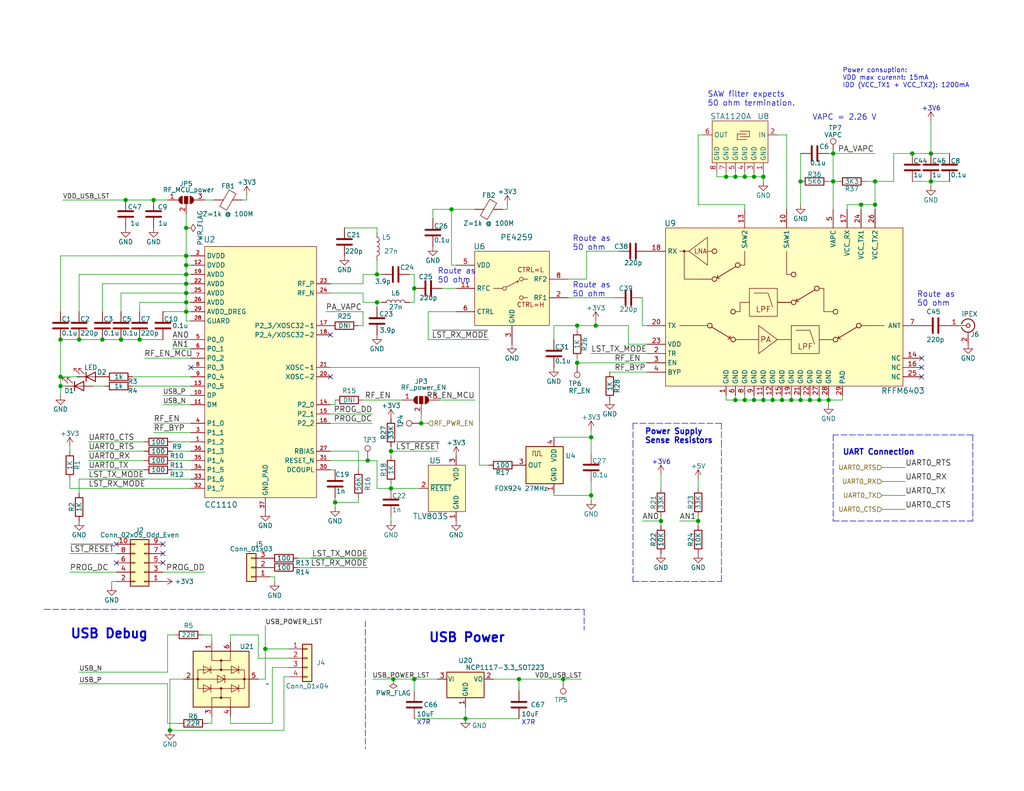
<source format=kicad_sch>
(kicad_sch (version 20211123) (generator eeschema)

  (uuid 31b0c6a8-031c-465a-a937-d97b09c540f9)

  (paper "USLetter")

  (title_block
    (title "OpenLST Reference Design")
    (date "2018-08-02")
    (rev "2.1")
    (comment 1 "Drawn by Ryan Kingsbury")
    (comment 2 "License")
    (comment 3 "This work is licensed under a Creative Commons Attribution-ShareAlike 4.0 International")
    (comment 4 "Copyright 2018 Planet Labs Inc")
  )

  (lib_symbols
    (symbol "Connector:Conn_Coaxial" (pin_names (offset 1.016) hide) (in_bom yes) (on_board yes)
      (property "Reference" "J" (id 0) (at 0.254 3.048 0)
        (effects (font (size 1.27 1.27)))
      )
      (property "Value" "Conn_Coaxial" (id 1) (at 2.921 0 90)
        (effects (font (size 1.27 1.27)))
      )
      (property "Footprint" "" (id 2) (at 0 0 0)
        (effects (font (size 1.27 1.27)) hide)
      )
      (property "Datasheet" " ~" (id 3) (at 0 0 0)
        (effects (font (size 1.27 1.27)) hide)
      )
      (property "ki_keywords" "BNC SMA SMB SMC LEMO coaxial connector CINCH RCA" (id 4) (at 0 0 0)
        (effects (font (size 1.27 1.27)) hide)
      )
      (property "ki_description" "coaxial connector (BNC, SMA, SMB, SMC, Cinch/RCA, LEMO, ...)" (id 5) (at 0 0 0)
        (effects (font (size 1.27 1.27)) hide)
      )
      (property "ki_fp_filters" "*BNC* *SMA* *SMB* *SMC* *Cinch* *LEMO*" (id 6) (at 0 0 0)
        (effects (font (size 1.27 1.27)) hide)
      )
      (symbol "Conn_Coaxial_0_1"
        (arc (start -1.778 -0.508) (mid 0.222 -1.808) (end 1.778 0)
          (stroke (width 0.254) (type default) (color 0 0 0 0))
          (fill (type none))
        )
        (polyline
          (pts
            (xy -2.54 0)
            (xy -0.508 0)
          )
          (stroke (width 0) (type default) (color 0 0 0 0))
          (fill (type none))
        )
        (polyline
          (pts
            (xy 0 -2.54)
            (xy 0 -1.778)
          )
          (stroke (width 0) (type default) (color 0 0 0 0))
          (fill (type none))
        )
        (circle (center 0 0) (radius 0.508)
          (stroke (width 0.2032) (type default) (color 0 0 0 0))
          (fill (type none))
        )
        (arc (start 1.778 0) (mid 0.222 1.8083) (end -1.778 0.508)
          (stroke (width 0.254) (type default) (color 0 0 0 0))
          (fill (type none))
        )
      )
      (symbol "Conn_Coaxial_1_1"
        (pin passive line (at -5.08 0 0) (length 2.54)
          (name "In" (effects (font (size 1.27 1.27))))
          (number "1" (effects (font (size 1.27 1.27))))
        )
        (pin passive line (at 0 -5.08 90) (length 2.54)
          (name "Ext" (effects (font (size 1.27 1.27))))
          (number "2" (effects (font (size 1.27 1.27))))
        )
      )
    )
    (symbol "Connector:TestPoint" (pin_numbers hide) (pin_names (offset 0.762) hide) (in_bom yes) (on_board yes)
      (property "Reference" "TP" (id 0) (at 0 6.858 0)
        (effects (font (size 1.27 1.27)))
      )
      (property "Value" "TestPoint" (id 1) (at 0 5.08 0)
        (effects (font (size 1.27 1.27)))
      )
      (property "Footprint" "" (id 2) (at 5.08 0 0)
        (effects (font (size 1.27 1.27)) hide)
      )
      (property "Datasheet" "~" (id 3) (at 5.08 0 0)
        (effects (font (size 1.27 1.27)) hide)
      )
      (property "ki_keywords" "test point tp" (id 4) (at 0 0 0)
        (effects (font (size 1.27 1.27)) hide)
      )
      (property "ki_description" "test point" (id 5) (at 0 0 0)
        (effects (font (size 1.27 1.27)) hide)
      )
      (property "ki_fp_filters" "Pin* Test*" (id 6) (at 0 0 0)
        (effects (font (size 1.27 1.27)) hide)
      )
      (symbol "TestPoint_0_1"
        (circle (center 0 3.302) (radius 0.762)
          (stroke (width 0) (type default) (color 0 0 0 0))
          (fill (type none))
        )
      )
      (symbol "TestPoint_1_1"
        (pin passive line (at 0 0 90) (length 2.54)
          (name "1" (effects (font (size 1.27 1.27))))
          (number "1" (effects (font (size 1.27 1.27))))
        )
      )
    )
    (symbol "Connector_Generic:Conn_01x03" (pin_names (offset 1.016) hide) (in_bom yes) (on_board yes)
      (property "Reference" "J" (id 0) (at 0 5.08 0)
        (effects (font (size 1.27 1.27)))
      )
      (property "Value" "Conn_01x03" (id 1) (at 0 -5.08 0)
        (effects (font (size 1.27 1.27)))
      )
      (property "Footprint" "" (id 2) (at 0 0 0)
        (effects (font (size 1.27 1.27)) hide)
      )
      (property "Datasheet" "~" (id 3) (at 0 0 0)
        (effects (font (size 1.27 1.27)) hide)
      )
      (property "ki_keywords" "connector" (id 4) (at 0 0 0)
        (effects (font (size 1.27 1.27)) hide)
      )
      (property "ki_description" "Generic connector, single row, 01x03, script generated (kicad-library-utils/schlib/autogen/connector/)" (id 5) (at 0 0 0)
        (effects (font (size 1.27 1.27)) hide)
      )
      (property "ki_fp_filters" "Connector*:*_1x??_*" (id 6) (at 0 0 0)
        (effects (font (size 1.27 1.27)) hide)
      )
      (symbol "Conn_01x03_1_1"
        (rectangle (start -1.27 -2.413) (end 0 -2.667)
          (stroke (width 0.1524) (type default) (color 0 0 0 0))
          (fill (type none))
        )
        (rectangle (start -1.27 0.127) (end 0 -0.127)
          (stroke (width 0.1524) (type default) (color 0 0 0 0))
          (fill (type none))
        )
        (rectangle (start -1.27 2.667) (end 0 2.413)
          (stroke (width 0.1524) (type default) (color 0 0 0 0))
          (fill (type none))
        )
        (rectangle (start -1.27 3.81) (end 1.27 -3.81)
          (stroke (width 0.254) (type default) (color 0 0 0 0))
          (fill (type background))
        )
        (pin passive line (at -5.08 2.54 0) (length 3.81)
          (name "Pin_1" (effects (font (size 1.27 1.27))))
          (number "1" (effects (font (size 1.27 1.27))))
        )
        (pin passive line (at -5.08 0 0) (length 3.81)
          (name "Pin_2" (effects (font (size 1.27 1.27))))
          (number "2" (effects (font (size 1.27 1.27))))
        )
        (pin passive line (at -5.08 -2.54 0) (length 3.81)
          (name "Pin_3" (effects (font (size 1.27 1.27))))
          (number "3" (effects (font (size 1.27 1.27))))
        )
      )
    )
    (symbol "Connector_Generic:Conn_01x04" (pin_names (offset 1.016) hide) (in_bom yes) (on_board yes)
      (property "Reference" "J" (id 0) (at 0 5.08 0)
        (effects (font (size 1.27 1.27)))
      )
      (property "Value" "Conn_01x04" (id 1) (at 0 -7.62 0)
        (effects (font (size 1.27 1.27)))
      )
      (property "Footprint" "" (id 2) (at 0 0 0)
        (effects (font (size 1.27 1.27)) hide)
      )
      (property "Datasheet" "~" (id 3) (at 0 0 0)
        (effects (font (size 1.27 1.27)) hide)
      )
      (property "ki_keywords" "connector" (id 4) (at 0 0 0)
        (effects (font (size 1.27 1.27)) hide)
      )
      (property "ki_description" "Generic connector, single row, 01x04, script generated (kicad-library-utils/schlib/autogen/connector/)" (id 5) (at 0 0 0)
        (effects (font (size 1.27 1.27)) hide)
      )
      (property "ki_fp_filters" "Connector*:*_1x??_*" (id 6) (at 0 0 0)
        (effects (font (size 1.27 1.27)) hide)
      )
      (symbol "Conn_01x04_1_1"
        (rectangle (start -1.27 -4.953) (end 0 -5.207)
          (stroke (width 0.1524) (type default) (color 0 0 0 0))
          (fill (type none))
        )
        (rectangle (start -1.27 -2.413) (end 0 -2.667)
          (stroke (width 0.1524) (type default) (color 0 0 0 0))
          (fill (type none))
        )
        (rectangle (start -1.27 0.127) (end 0 -0.127)
          (stroke (width 0.1524) (type default) (color 0 0 0 0))
          (fill (type none))
        )
        (rectangle (start -1.27 2.667) (end 0 2.413)
          (stroke (width 0.1524) (type default) (color 0 0 0 0))
          (fill (type none))
        )
        (rectangle (start -1.27 3.81) (end 1.27 -6.35)
          (stroke (width 0.254) (type default) (color 0 0 0 0))
          (fill (type background))
        )
        (pin passive line (at -5.08 2.54 0) (length 3.81)
          (name "Pin_1" (effects (font (size 1.27 1.27))))
          (number "1" (effects (font (size 1.27 1.27))))
        )
        (pin passive line (at -5.08 0 0) (length 3.81)
          (name "Pin_2" (effects (font (size 1.27 1.27))))
          (number "2" (effects (font (size 1.27 1.27))))
        )
        (pin passive line (at -5.08 -2.54 0) (length 3.81)
          (name "Pin_3" (effects (font (size 1.27 1.27))))
          (number "3" (effects (font (size 1.27 1.27))))
        )
        (pin passive line (at -5.08 -5.08 0) (length 3.81)
          (name "Pin_4" (effects (font (size 1.27 1.27))))
          (number "4" (effects (font (size 1.27 1.27))))
        )
      )
    )
    (symbol "Connector_Generic:Conn_02x05_Odd_Even" (pin_names (offset 1.016) hide) (in_bom yes) (on_board yes)
      (property "Reference" "J" (id 0) (at 1.27 7.62 0)
        (effects (font (size 1.27 1.27)))
      )
      (property "Value" "Conn_02x05_Odd_Even" (id 1) (at 1.27 -7.62 0)
        (effects (font (size 1.27 1.27)))
      )
      (property "Footprint" "" (id 2) (at 0 0 0)
        (effects (font (size 1.27 1.27)) hide)
      )
      (property "Datasheet" "~" (id 3) (at 0 0 0)
        (effects (font (size 1.27 1.27)) hide)
      )
      (property "ki_keywords" "connector" (id 4) (at 0 0 0)
        (effects (font (size 1.27 1.27)) hide)
      )
      (property "ki_description" "Generic connector, double row, 02x05, odd/even pin numbering scheme (row 1 odd numbers, row 2 even numbers), script generated (kicad-library-utils/schlib/autogen/connector/)" (id 5) (at 0 0 0)
        (effects (font (size 1.27 1.27)) hide)
      )
      (property "ki_fp_filters" "Connector*:*_2x??_*" (id 6) (at 0 0 0)
        (effects (font (size 1.27 1.27)) hide)
      )
      (symbol "Conn_02x05_Odd_Even_1_1"
        (rectangle (start -1.27 -4.953) (end 0 -5.207)
          (stroke (width 0.1524) (type default) (color 0 0 0 0))
          (fill (type none))
        )
        (rectangle (start -1.27 -2.413) (end 0 -2.667)
          (stroke (width 0.1524) (type default) (color 0 0 0 0))
          (fill (type none))
        )
        (rectangle (start -1.27 0.127) (end 0 -0.127)
          (stroke (width 0.1524) (type default) (color 0 0 0 0))
          (fill (type none))
        )
        (rectangle (start -1.27 2.667) (end 0 2.413)
          (stroke (width 0.1524) (type default) (color 0 0 0 0))
          (fill (type none))
        )
        (rectangle (start -1.27 5.207) (end 0 4.953)
          (stroke (width 0.1524) (type default) (color 0 0 0 0))
          (fill (type none))
        )
        (rectangle (start -1.27 6.35) (end 3.81 -6.35)
          (stroke (width 0.254) (type default) (color 0 0 0 0))
          (fill (type background))
        )
        (rectangle (start 3.81 -4.953) (end 2.54 -5.207)
          (stroke (width 0.1524) (type default) (color 0 0 0 0))
          (fill (type none))
        )
        (rectangle (start 3.81 -2.413) (end 2.54 -2.667)
          (stroke (width 0.1524) (type default) (color 0 0 0 0))
          (fill (type none))
        )
        (rectangle (start 3.81 0.127) (end 2.54 -0.127)
          (stroke (width 0.1524) (type default) (color 0 0 0 0))
          (fill (type none))
        )
        (rectangle (start 3.81 2.667) (end 2.54 2.413)
          (stroke (width 0.1524) (type default) (color 0 0 0 0))
          (fill (type none))
        )
        (rectangle (start 3.81 5.207) (end 2.54 4.953)
          (stroke (width 0.1524) (type default) (color 0 0 0 0))
          (fill (type none))
        )
        (pin passive line (at -5.08 5.08 0) (length 3.81)
          (name "Pin_1" (effects (font (size 1.27 1.27))))
          (number "1" (effects (font (size 1.27 1.27))))
        )
        (pin passive line (at 7.62 -5.08 180) (length 3.81)
          (name "Pin_10" (effects (font (size 1.27 1.27))))
          (number "10" (effects (font (size 1.27 1.27))))
        )
        (pin passive line (at 7.62 5.08 180) (length 3.81)
          (name "Pin_2" (effects (font (size 1.27 1.27))))
          (number "2" (effects (font (size 1.27 1.27))))
        )
        (pin passive line (at -5.08 2.54 0) (length 3.81)
          (name "Pin_3" (effects (font (size 1.27 1.27))))
          (number "3" (effects (font (size 1.27 1.27))))
        )
        (pin passive line (at 7.62 2.54 180) (length 3.81)
          (name "Pin_4" (effects (font (size 1.27 1.27))))
          (number "4" (effects (font (size 1.27 1.27))))
        )
        (pin passive line (at -5.08 0 0) (length 3.81)
          (name "Pin_5" (effects (font (size 1.27 1.27))))
          (number "5" (effects (font (size 1.27 1.27))))
        )
        (pin passive line (at 7.62 0 180) (length 3.81)
          (name "Pin_6" (effects (font (size 1.27 1.27))))
          (number "6" (effects (font (size 1.27 1.27))))
        )
        (pin passive line (at -5.08 -2.54 0) (length 3.81)
          (name "Pin_7" (effects (font (size 1.27 1.27))))
          (number "7" (effects (font (size 1.27 1.27))))
        )
        (pin passive line (at 7.62 -2.54 180) (length 3.81)
          (name "Pin_8" (effects (font (size 1.27 1.27))))
          (number "8" (effects (font (size 1.27 1.27))))
        )
        (pin passive line (at -5.08 -5.08 0) (length 3.81)
          (name "Pin_9" (effects (font (size 1.27 1.27))))
          (number "9" (effects (font (size 1.27 1.27))))
        )
      )
    )
    (symbol "Device:C" (pin_numbers hide) (pin_names (offset 0.254)) (in_bom yes) (on_board yes)
      (property "Reference" "C" (id 0) (at 0.635 2.54 0)
        (effects (font (size 1.27 1.27)) (justify left))
      )
      (property "Value" "C" (id 1) (at 0.635 -2.54 0)
        (effects (font (size 1.27 1.27)) (justify left))
      )
      (property "Footprint" "" (id 2) (at 0.9652 -3.81 0)
        (effects (font (size 1.27 1.27)) hide)
      )
      (property "Datasheet" "~" (id 3) (at 0 0 0)
        (effects (font (size 1.27 1.27)) hide)
      )
      (property "ki_keywords" "cap capacitor" (id 4) (at 0 0 0)
        (effects (font (size 1.27 1.27)) hide)
      )
      (property "ki_description" "Unpolarized capacitor" (id 5) (at 0 0 0)
        (effects (font (size 1.27 1.27)) hide)
      )
      (property "ki_fp_filters" "C_*" (id 6) (at 0 0 0)
        (effects (font (size 1.27 1.27)) hide)
      )
      (symbol "C_0_1"
        (polyline
          (pts
            (xy -2.032 -0.762)
            (xy 2.032 -0.762)
          )
          (stroke (width 0.508) (type default) (color 0 0 0 0))
          (fill (type none))
        )
        (polyline
          (pts
            (xy -2.032 0.762)
            (xy 2.032 0.762)
          )
          (stroke (width 0.508) (type default) (color 0 0 0 0))
          (fill (type none))
        )
      )
      (symbol "C_1_1"
        (pin passive line (at 0 3.81 270) (length 2.794)
          (name "~" (effects (font (size 1.27 1.27))))
          (number "1" (effects (font (size 1.27 1.27))))
        )
        (pin passive line (at 0 -3.81 90) (length 2.794)
          (name "~" (effects (font (size 1.27 1.27))))
          (number "2" (effects (font (size 1.27 1.27))))
        )
      )
    )
    (symbol "Device:FerriteBead" (pin_numbers hide) (pin_names (offset 0)) (in_bom yes) (on_board yes)
      (property "Reference" "FB" (id 0) (at -3.81 0.635 90)
        (effects (font (size 1.27 1.27)))
      )
      (property "Value" "FerriteBead" (id 1) (at 3.81 0 90)
        (effects (font (size 1.27 1.27)))
      )
      (property "Footprint" "" (id 2) (at -1.778 0 90)
        (effects (font (size 1.27 1.27)) hide)
      )
      (property "Datasheet" "~" (id 3) (at 0 0 0)
        (effects (font (size 1.27 1.27)) hide)
      )
      (property "ki_keywords" "L ferrite bead inductor filter" (id 4) (at 0 0 0)
        (effects (font (size 1.27 1.27)) hide)
      )
      (property "ki_description" "Ferrite bead" (id 5) (at 0 0 0)
        (effects (font (size 1.27 1.27)) hide)
      )
      (property "ki_fp_filters" "Inductor_* L_* *Ferrite*" (id 6) (at 0 0 0)
        (effects (font (size 1.27 1.27)) hide)
      )
      (symbol "FerriteBead_0_1"
        (polyline
          (pts
            (xy 0 -1.27)
            (xy 0 -1.2192)
          )
          (stroke (width 0) (type default) (color 0 0 0 0))
          (fill (type none))
        )
        (polyline
          (pts
            (xy 0 1.27)
            (xy 0 1.2954)
          )
          (stroke (width 0) (type default) (color 0 0 0 0))
          (fill (type none))
        )
        (polyline
          (pts
            (xy -2.7686 0.4064)
            (xy -1.7018 2.2606)
            (xy 2.7686 -0.3048)
            (xy 1.6764 -2.159)
            (xy -2.7686 0.4064)
          )
          (stroke (width 0) (type default) (color 0 0 0 0))
          (fill (type none))
        )
      )
      (symbol "FerriteBead_1_1"
        (pin passive line (at 0 3.81 270) (length 2.54)
          (name "~" (effects (font (size 1.27 1.27))))
          (number "1" (effects (font (size 1.27 1.27))))
        )
        (pin passive line (at 0 -3.81 90) (length 2.54)
          (name "~" (effects (font (size 1.27 1.27))))
          (number "2" (effects (font (size 1.27 1.27))))
        )
      )
    )
    (symbol "Device:L" (pin_numbers hide) (pin_names (offset 1.016) hide) (in_bom yes) (on_board yes)
      (property "Reference" "L" (id 0) (at -1.27 0 90)
        (effects (font (size 1.27 1.27)))
      )
      (property "Value" "L" (id 1) (at 1.905 0 90)
        (effects (font (size 1.27 1.27)))
      )
      (property "Footprint" "" (id 2) (at 0 0 0)
        (effects (font (size 1.27 1.27)) hide)
      )
      (property "Datasheet" "~" (id 3) (at 0 0 0)
        (effects (font (size 1.27 1.27)) hide)
      )
      (property "ki_keywords" "inductor choke coil reactor magnetic" (id 4) (at 0 0 0)
        (effects (font (size 1.27 1.27)) hide)
      )
      (property "ki_description" "Inductor" (id 5) (at 0 0 0)
        (effects (font (size 1.27 1.27)) hide)
      )
      (property "ki_fp_filters" "Choke_* *Coil* Inductor_* L_*" (id 6) (at 0 0 0)
        (effects (font (size 1.27 1.27)) hide)
      )
      (symbol "L_0_1"
        (arc (start 0 -2.54) (mid 0.635 -1.905) (end 0 -1.27)
          (stroke (width 0) (type default) (color 0 0 0 0))
          (fill (type none))
        )
        (arc (start 0 -1.27) (mid 0.635 -0.635) (end 0 0)
          (stroke (width 0) (type default) (color 0 0 0 0))
          (fill (type none))
        )
        (arc (start 0 0) (mid 0.635 0.635) (end 0 1.27)
          (stroke (width 0) (type default) (color 0 0 0 0))
          (fill (type none))
        )
        (arc (start 0 1.27) (mid 0.635 1.905) (end 0 2.54)
          (stroke (width 0) (type default) (color 0 0 0 0))
          (fill (type none))
        )
      )
      (symbol "L_1_1"
        (pin passive line (at 0 3.81 270) (length 1.27)
          (name "1" (effects (font (size 1.27 1.27))))
          (number "1" (effects (font (size 1.27 1.27))))
        )
        (pin passive line (at 0 -3.81 90) (length 1.27)
          (name "2" (effects (font (size 1.27 1.27))))
          (number "2" (effects (font (size 1.27 1.27))))
        )
      )
    )
    (symbol "Device:LED" (pin_numbers hide) (pin_names (offset 1.016) hide) (in_bom yes) (on_board yes)
      (property "Reference" "D" (id 0) (at 0 2.54 0)
        (effects (font (size 1.27 1.27)))
      )
      (property "Value" "LED" (id 1) (at 0 -2.54 0)
        (effects (font (size 1.27 1.27)))
      )
      (property "Footprint" "" (id 2) (at 0 0 0)
        (effects (font (size 1.27 1.27)) hide)
      )
      (property "Datasheet" "~" (id 3) (at 0 0 0)
        (effects (font (size 1.27 1.27)) hide)
      )
      (property "ki_keywords" "LED diode" (id 4) (at 0 0 0)
        (effects (font (size 1.27 1.27)) hide)
      )
      (property "ki_description" "Light emitting diode" (id 5) (at 0 0 0)
        (effects (font (size 1.27 1.27)) hide)
      )
      (property "ki_fp_filters" "LED* LED_SMD:* LED_THT:*" (id 6) (at 0 0 0)
        (effects (font (size 1.27 1.27)) hide)
      )
      (symbol "LED_0_1"
        (polyline
          (pts
            (xy -1.27 -1.27)
            (xy -1.27 1.27)
          )
          (stroke (width 0.254) (type default) (color 0 0 0 0))
          (fill (type none))
        )
        (polyline
          (pts
            (xy -1.27 0)
            (xy 1.27 0)
          )
          (stroke (width 0) (type default) (color 0 0 0 0))
          (fill (type none))
        )
        (polyline
          (pts
            (xy 1.27 -1.27)
            (xy 1.27 1.27)
            (xy -1.27 0)
            (xy 1.27 -1.27)
          )
          (stroke (width 0.254) (type default) (color 0 0 0 0))
          (fill (type none))
        )
        (polyline
          (pts
            (xy -3.048 -0.762)
            (xy -4.572 -2.286)
            (xy -3.81 -2.286)
            (xy -4.572 -2.286)
            (xy -4.572 -1.524)
          )
          (stroke (width 0) (type default) (color 0 0 0 0))
          (fill (type none))
        )
        (polyline
          (pts
            (xy -1.778 -0.762)
            (xy -3.302 -2.286)
            (xy -2.54 -2.286)
            (xy -3.302 -2.286)
            (xy -3.302 -1.524)
          )
          (stroke (width 0) (type default) (color 0 0 0 0))
          (fill (type none))
        )
      )
      (symbol "LED_1_1"
        (pin passive line (at -3.81 0 0) (length 2.54)
          (name "K" (effects (font (size 1.27 1.27))))
          (number "1" (effects (font (size 1.27 1.27))))
        )
        (pin passive line (at 3.81 0 180) (length 2.54)
          (name "A" (effects (font (size 1.27 1.27))))
          (number "2" (effects (font (size 1.27 1.27))))
        )
      )
    )
    (symbol "Device:R" (pin_numbers hide) (pin_names (offset 0)) (in_bom yes) (on_board yes)
      (property "Reference" "R" (id 0) (at 2.032 0 90)
        (effects (font (size 1.27 1.27)))
      )
      (property "Value" "R" (id 1) (at 0 0 90)
        (effects (font (size 1.27 1.27)))
      )
      (property "Footprint" "" (id 2) (at -1.778 0 90)
        (effects (font (size 1.27 1.27)) hide)
      )
      (property "Datasheet" "~" (id 3) (at 0 0 0)
        (effects (font (size 1.27 1.27)) hide)
      )
      (property "ki_keywords" "R res resistor" (id 4) (at 0 0 0)
        (effects (font (size 1.27 1.27)) hide)
      )
      (property "ki_description" "Resistor" (id 5) (at 0 0 0)
        (effects (font (size 1.27 1.27)) hide)
      )
      (property "ki_fp_filters" "R_*" (id 6) (at 0 0 0)
        (effects (font (size 1.27 1.27)) hide)
      )
      (symbol "R_0_1"
        (rectangle (start -1.016 -2.54) (end 1.016 2.54)
          (stroke (width 0.254) (type default) (color 0 0 0 0))
          (fill (type none))
        )
      )
      (symbol "R_1_1"
        (pin passive line (at 0 3.81 270) (length 1.27)
          (name "~" (effects (font (size 1.27 1.27))))
          (number "1" (effects (font (size 1.27 1.27))))
        )
        (pin passive line (at 0 -3.81 90) (length 1.27)
          (name "~" (effects (font (size 1.27 1.27))))
          (number "2" (effects (font (size 1.27 1.27))))
        )
      )
    )
    (symbol "Jumper:SolderJumper_3_Open" (pin_names (offset 0) hide) (in_bom yes) (on_board yes)
      (property "Reference" "JP" (id 0) (at -2.54 -2.54 0)
        (effects (font (size 1.27 1.27)))
      )
      (property "Value" "SolderJumper_3_Open" (id 1) (at 0 2.794 0)
        (effects (font (size 1.27 1.27)))
      )
      (property "Footprint" "" (id 2) (at 0 0 0)
        (effects (font (size 1.27 1.27)) hide)
      )
      (property "Datasheet" "~" (id 3) (at 0 0 0)
        (effects (font (size 1.27 1.27)) hide)
      )
      (property "ki_keywords" "Solder Jumper SPDT" (id 4) (at 0 0 0)
        (effects (font (size 1.27 1.27)) hide)
      )
      (property "ki_description" "Solder Jumper, 3-pole, open" (id 5) (at 0 0 0)
        (effects (font (size 1.27 1.27)) hide)
      )
      (property "ki_fp_filters" "SolderJumper*Open*" (id 6) (at 0 0 0)
        (effects (font (size 1.27 1.27)) hide)
      )
      (symbol "SolderJumper_3_Open_0_1"
        (arc (start -1.016 1.016) (mid -2.032 0) (end -1.016 -1.016)
          (stroke (width 0) (type default) (color 0 0 0 0))
          (fill (type none))
        )
        (arc (start -1.016 1.016) (mid -2.032 0) (end -1.016 -1.016)
          (stroke (width 0) (type default) (color 0 0 0 0))
          (fill (type outline))
        )
        (rectangle (start -0.508 1.016) (end 0.508 -1.016)
          (stroke (width 0) (type default) (color 0 0 0 0))
          (fill (type outline))
        )
        (polyline
          (pts
            (xy -2.54 0)
            (xy -2.032 0)
          )
          (stroke (width 0) (type default) (color 0 0 0 0))
          (fill (type none))
        )
        (polyline
          (pts
            (xy -1.016 1.016)
            (xy -1.016 -1.016)
          )
          (stroke (width 0) (type default) (color 0 0 0 0))
          (fill (type none))
        )
        (polyline
          (pts
            (xy 0 -1.27)
            (xy 0 -1.016)
          )
          (stroke (width 0) (type default) (color 0 0 0 0))
          (fill (type none))
        )
        (polyline
          (pts
            (xy 1.016 1.016)
            (xy 1.016 -1.016)
          )
          (stroke (width 0) (type default) (color 0 0 0 0))
          (fill (type none))
        )
        (polyline
          (pts
            (xy 2.54 0)
            (xy 2.032 0)
          )
          (stroke (width 0) (type default) (color 0 0 0 0))
          (fill (type none))
        )
        (arc (start 1.016 -1.016) (mid 2.032 0) (end 1.016 1.016)
          (stroke (width 0) (type default) (color 0 0 0 0))
          (fill (type none))
        )
        (arc (start 1.016 -1.016) (mid 2.032 0) (end 1.016 1.016)
          (stroke (width 0) (type default) (color 0 0 0 0))
          (fill (type outline))
        )
      )
      (symbol "SolderJumper_3_Open_1_1"
        (pin passive line (at -5.08 0 0) (length 2.54)
          (name "A" (effects (font (size 1.27 1.27))))
          (number "1" (effects (font (size 1.27 1.27))))
        )
        (pin input line (at 0 -3.81 90) (length 2.54)
          (name "C" (effects (font (size 1.27 1.27))))
          (number "2" (effects (font (size 1.27 1.27))))
        )
        (pin passive line (at 5.08 0 180) (length 2.54)
          (name "B" (effects (font (size 1.27 1.27))))
          (number "3" (effects (font (size 1.27 1.27))))
        )
      )
    )
    (symbol "Oscillator:FT5HN" (in_bom yes) (on_board yes)
      (property "Reference" "U" (id 0) (at 1.27 11.43 0)
        (effects (font (size 1.27 1.27)))
      )
      (property "Value" "FT5HN" (id 1) (at 2.54 8.89 0)
        (effects (font (size 1.27 1.27)))
      )
      (property "Footprint" "Oscillator:Oscillator_SMD_Fox_FT5H_5.0x3.2mm" (id 2) (at 0 -16.51 0)
        (effects (font (size 1.27 1.27)) hide)
      )
      (property "Datasheet" "https://foxonline.com/wp-content/uploads/pdfs/T5HN_T5HV.pdf" (id 3) (at 1.27 -19.05 0)
        (effects (font (size 1.27 1.27)) hide)
      )
      (property "ki_keywords" "TXCO" (id 4) (at 0 0 0)
        (effects (font (size 1.27 1.27)) hide)
      )
      (property "ki_description" "HCMOS temperature compensated oscillator" (id 5) (at 0 0 0)
        (effects (font (size 1.27 1.27)) hide)
      )
      (property "ki_fp_filters" "Oscillator*SMD*Fox*FT5H*5.0x3.2mm*" (id 6) (at 0 0 0)
        (effects (font (size 1.27 1.27)) hide)
      )
      (symbol "FT5HN_0_1"
        (rectangle (start -5.08 5.08) (end 5.08 -5.08)
          (stroke (width 0.254) (type default) (color 0 0 0 0))
          (fill (type background))
        )
        (polyline
          (pts
            (xy 0.635 2.54)
            (xy 1.27 2.54)
            (xy 1.27 3.81)
            (xy 1.905 3.81)
            (xy 1.905 2.54)
            (xy 2.54 2.54)
            (xy 2.54 3.81)
            (xy 3.175 3.81)
            (xy 3.175 2.54)
          )
          (stroke (width 0) (type default) (color 0 0 0 0))
          (fill (type none))
        )
      )
      (symbol "FT5HN_1_1"
        (pin power_in line (at -2.54 -7.62 90) (length 2.54)
          (name "GND" (effects (font (size 1.27 1.27))))
          (number "1" (effects (font (size 1.27 1.27))))
        )
        (pin passive line (at -2.54 -7.62 90) (length 2.54) hide
          (name "GND" (effects (font (size 1.27 1.27))))
          (number "2" (effects (font (size 1.27 1.27))))
        )
        (pin output line (at 7.62 0 180) (length 2.54)
          (name "OUT" (effects (font (size 1.27 1.27))))
          (number "3" (effects (font (size 1.27 1.27))))
        )
        (pin power_in line (at -2.54 7.62 270) (length 2.54)
          (name "VDD" (effects (font (size 1.27 1.27))))
          (number "4" (effects (font (size 1.27 1.27))))
        )
      )
    )
    (symbol "Power_Protection:USBLC6-2P6" (pin_names hide) (in_bom yes) (on_board yes)
      (property "Reference" "U" (id 0) (at 2.54 8.89 0)
        (effects (font (size 1.27 1.27)) (justify left))
      )
      (property "Value" "USBLC6-2P6" (id 1) (at 2.54 -8.89 0)
        (effects (font (size 1.27 1.27)) (justify left))
      )
      (property "Footprint" "Package_TO_SOT_SMD:SOT-666" (id 2) (at 0 -12.7 0)
        (effects (font (size 1.27 1.27)) hide)
      )
      (property "Datasheet" "https://www.st.com/resource/en/datasheet/usblc6-2.pdf" (id 3) (at 5.08 8.89 0)
        (effects (font (size 1.27 1.27)) hide)
      )
      (property "ki_keywords" "usb ethernet video" (id 4) (at 0 0 0)
        (effects (font (size 1.27 1.27)) hide)
      )
      (property "ki_description" "Very low capacitance ESD protection diode, 2 data-line, SOT-666" (id 5) (at 0 0 0)
        (effects (font (size 1.27 1.27)) hide)
      )
      (property "ki_fp_filters" "SOT?666*" (id 6) (at 0 0 0)
        (effects (font (size 1.27 1.27)) hide)
      )
      (symbol "USBLC6-2P6_0_1"
        (rectangle (start -7.62 -7.62) (end 7.62 7.62)
          (stroke (width 0.254) (type default) (color 0 0 0 0))
          (fill (type background))
        )
        (circle (center -5.08 0) (radius 0.254)
          (stroke (width 0) (type default) (color 0 0 0 0))
          (fill (type outline))
        )
        (circle (center -2.54 0) (radius 0.254)
          (stroke (width 0) (type default) (color 0 0 0 0))
          (fill (type outline))
        )
        (rectangle (start -2.54 6.35) (end 2.54 -6.35)
          (stroke (width 0) (type default) (color 0 0 0 0))
          (fill (type none))
        )
        (circle (center 0 -6.35) (radius 0.254)
          (stroke (width 0) (type default) (color 0 0 0 0))
          (fill (type outline))
        )
        (polyline
          (pts
            (xy -5.08 -2.54)
            (xy -7.62 -2.54)
          )
          (stroke (width 0) (type default) (color 0 0 0 0))
          (fill (type none))
        )
        (polyline
          (pts
            (xy -5.08 0)
            (xy -5.08 -2.54)
          )
          (stroke (width 0) (type default) (color 0 0 0 0))
          (fill (type none))
        )
        (polyline
          (pts
            (xy -5.08 2.54)
            (xy -7.62 2.54)
          )
          (stroke (width 0) (type default) (color 0 0 0 0))
          (fill (type none))
        )
        (polyline
          (pts
            (xy -1.524 -2.794)
            (xy -3.556 -2.794)
          )
          (stroke (width 0) (type default) (color 0 0 0 0))
          (fill (type none))
        )
        (polyline
          (pts
            (xy -1.524 4.826)
            (xy -3.556 4.826)
          )
          (stroke (width 0) (type default) (color 0 0 0 0))
          (fill (type none))
        )
        (polyline
          (pts
            (xy 0 -7.62)
            (xy 0 -6.35)
          )
          (stroke (width 0) (type default) (color 0 0 0 0))
          (fill (type none))
        )
        (polyline
          (pts
            (xy 0 -6.35)
            (xy 0 1.27)
          )
          (stroke (width 0) (type default) (color 0 0 0 0))
          (fill (type none))
        )
        (polyline
          (pts
            (xy 0 1.27)
            (xy 0 6.35)
          )
          (stroke (width 0) (type default) (color 0 0 0 0))
          (fill (type none))
        )
        (polyline
          (pts
            (xy 0 6.35)
            (xy 0 7.62)
          )
          (stroke (width 0) (type default) (color 0 0 0 0))
          (fill (type none))
        )
        (polyline
          (pts
            (xy 1.524 -2.794)
            (xy 3.556 -2.794)
          )
          (stroke (width 0) (type default) (color 0 0 0 0))
          (fill (type none))
        )
        (polyline
          (pts
            (xy 1.524 4.826)
            (xy 3.556 4.826)
          )
          (stroke (width 0) (type default) (color 0 0 0 0))
          (fill (type none))
        )
        (polyline
          (pts
            (xy 5.08 -2.54)
            (xy 7.62 -2.54)
          )
          (stroke (width 0) (type default) (color 0 0 0 0))
          (fill (type none))
        )
        (polyline
          (pts
            (xy 5.08 0)
            (xy 5.08 -2.54)
          )
          (stroke (width 0) (type default) (color 0 0 0 0))
          (fill (type none))
        )
        (polyline
          (pts
            (xy 5.08 2.54)
            (xy 7.62 2.54)
          )
          (stroke (width 0) (type default) (color 0 0 0 0))
          (fill (type none))
        )
        (polyline
          (pts
            (xy -2.54 0)
            (xy -5.08 0)
            (xy -5.08 2.54)
          )
          (stroke (width 0) (type default) (color 0 0 0 0))
          (fill (type none))
        )
        (polyline
          (pts
            (xy 2.54 0)
            (xy 5.08 0)
            (xy 5.08 2.54)
          )
          (stroke (width 0) (type default) (color 0 0 0 0))
          (fill (type none))
        )
        (polyline
          (pts
            (xy -3.556 -4.826)
            (xy -1.524 -4.826)
            (xy -2.54 -2.794)
            (xy -3.556 -4.826)
          )
          (stroke (width 0) (type default) (color 0 0 0 0))
          (fill (type none))
        )
        (polyline
          (pts
            (xy -3.556 2.794)
            (xy -1.524 2.794)
            (xy -2.54 4.826)
            (xy -3.556 2.794)
          )
          (stroke (width 0) (type default) (color 0 0 0 0))
          (fill (type none))
        )
        (polyline
          (pts
            (xy -1.016 -1.016)
            (xy 1.016 -1.016)
            (xy 0 1.016)
            (xy -1.016 -1.016)
          )
          (stroke (width 0) (type default) (color 0 0 0 0))
          (fill (type none))
        )
        (polyline
          (pts
            (xy 1.016 1.016)
            (xy 0.762 1.016)
            (xy -1.016 1.016)
            (xy -1.016 0.508)
          )
          (stroke (width 0) (type default) (color 0 0 0 0))
          (fill (type none))
        )
        (polyline
          (pts
            (xy 3.556 -4.826)
            (xy 1.524 -4.826)
            (xy 2.54 -2.794)
            (xy 3.556 -4.826)
          )
          (stroke (width 0) (type default) (color 0 0 0 0))
          (fill (type none))
        )
        (polyline
          (pts
            (xy 3.556 2.794)
            (xy 1.524 2.794)
            (xy 2.54 4.826)
            (xy 3.556 2.794)
          )
          (stroke (width 0) (type default) (color 0 0 0 0))
          (fill (type none))
        )
        (circle (center 0 6.35) (radius 0.254)
          (stroke (width 0) (type default) (color 0 0 0 0))
          (fill (type outline))
        )
        (circle (center 2.54 0) (radius 0.254)
          (stroke (width 0) (type default) (color 0 0 0 0))
          (fill (type outline))
        )
        (circle (center 5.08 0) (radius 0.254)
          (stroke (width 0) (type default) (color 0 0 0 0))
          (fill (type outline))
        )
      )
      (symbol "USBLC6-2P6_1_1"
        (pin passive line (at -10.16 -2.54 0) (length 2.54)
          (name "I/O1" (effects (font (size 1.27 1.27))))
          (number "1" (effects (font (size 1.27 1.27))))
        )
        (pin passive line (at 0 -10.16 90) (length 2.54)
          (name "GND" (effects (font (size 1.27 1.27))))
          (number "2" (effects (font (size 1.27 1.27))))
        )
        (pin passive line (at 10.16 -2.54 180) (length 2.54)
          (name "I/O2" (effects (font (size 1.27 1.27))))
          (number "3" (effects (font (size 1.27 1.27))))
        )
        (pin passive line (at 10.16 2.54 180) (length 2.54)
          (name "I/O2" (effects (font (size 1.27 1.27))))
          (number "4" (effects (font (size 1.27 1.27))))
        )
        (pin passive line (at 0 10.16 270) (length 2.54)
          (name "VBUS" (effects (font (size 1.27 1.27))))
          (number "5" (effects (font (size 1.27 1.27))))
        )
        (pin passive line (at -10.16 2.54 0) (length 2.54)
          (name "I/O1" (effects (font (size 1.27 1.27))))
          (number "6" (effects (font (size 1.27 1.27))))
        )
      )
    )
    (symbol "Regulator_Linear:NCP1117-3.3_SOT223" (pin_names (offset 0.254)) (in_bom yes) (on_board yes)
      (property "Reference" "U" (id 0) (at -3.81 3.175 0)
        (effects (font (size 1.27 1.27)))
      )
      (property "Value" "NCP1117-3.3_SOT223" (id 1) (at 0 3.175 0)
        (effects (font (size 1.27 1.27)) (justify left))
      )
      (property "Footprint" "Package_TO_SOT_SMD:SOT-223-3_TabPin2" (id 2) (at 0 5.08 0)
        (effects (font (size 1.27 1.27)) hide)
      )
      (property "Datasheet" "http://www.onsemi.com/pub_link/Collateral/NCP1117-D.PDF" (id 3) (at 2.54 -6.35 0)
        (effects (font (size 1.27 1.27)) hide)
      )
      (property "ki_keywords" "REGULATOR LDO 3.3V" (id 4) (at 0 0 0)
        (effects (font (size 1.27 1.27)) hide)
      )
      (property "ki_description" "1A Low drop-out regulator, Fixed Output 3.3V, SOT-223" (id 5) (at 0 0 0)
        (effects (font (size 1.27 1.27)) hide)
      )
      (property "ki_fp_filters" "SOT?223*TabPin2*" (id 6) (at 0 0 0)
        (effects (font (size 1.27 1.27)) hide)
      )
      (symbol "NCP1117-3.3_SOT223_0_1"
        (rectangle (start -5.08 -5.08) (end 5.08 1.905)
          (stroke (width 0.254) (type default) (color 0 0 0 0))
          (fill (type background))
        )
      )
      (symbol "NCP1117-3.3_SOT223_1_1"
        (pin power_in line (at 0 -7.62 90) (length 2.54)
          (name "GND" (effects (font (size 1.27 1.27))))
          (number "1" (effects (font (size 1.27 1.27))))
        )
        (pin power_out line (at 7.62 0 180) (length 2.54)
          (name "VO" (effects (font (size 1.27 1.27))))
          (number "2" (effects (font (size 1.27 1.27))))
        )
        (pin power_in line (at -7.62 0 0) (length 2.54)
          (name "VI" (effects (font (size 1.27 1.27))))
          (number "3" (effects (font (size 1.27 1.27))))
        )
      )
    )
    (symbol "comm:ASR433" (in_bom yes) (on_board yes)
      (property "Reference" "U" (id 0) (at 7.62 6.35 0)
        (effects (font (size 1.27 1.27)))
      )
      (property "Value" "ASR433" (id 1) (at -5.08 6.35 0)
        (effects (font (size 1.27 1.27)))
      )
      (property "Footprint" "" (id 2) (at 0 5.08 0)
        (effects (font (size 1.27 1.27)) hide)
      )
      (property "Datasheet" "" (id 3) (at 0 5.08 0)
        (effects (font (size 1.27 1.27)) hide)
      )
      (symbol "ASR433_0_1"
        (rectangle (start -7.62 -6.35) (end 7.62 5.08)
          (stroke (width 0) (type default) (color 0 0 0 0))
          (fill (type background))
        )
        (polyline
          (pts
            (xy -1.778 1.524)
            (xy 0.762 1.524)
            (xy 0.762 0)
            (xy -1.778 0)
          )
          (stroke (width 0) (type default) (color 0 0 0 0))
          (fill (type none))
        )
        (polyline
          (pts
            (xy 0 2.286)
            (xy -2.54 2.286)
            (xy -2.54 0.762)
            (xy 0 0.762)
          )
          (stroke (width 0) (type default) (color 0 0 0 0))
          (fill (type none))
        )
      )
      (symbol "ASR433_1_1"
        (pin passive line (at -6.35 -8.89 90) (length 2.54)
          (name "GND" (effects (font (size 1.27 1.27))))
          (number "1" (effects (font (size 1.27 1.27))))
        )
        (pin passive line (at -10.16 1.27 0) (length 2.54)
          (name "IN" (effects (font (size 1.27 1.27))))
          (number "2" (effects (font (size 1.27 1.27))))
        )
        (pin passive line (at -3.81 -8.89 90) (length 2.54)
          (name "GND" (effects (font (size 1.27 1.27))))
          (number "3" (effects (font (size 1.27 1.27))))
        )
        (pin passive line (at -1.27 -8.89 90) (length 2.54)
          (name "GND" (effects (font (size 1.27 1.27))))
          (number "4" (effects (font (size 1.27 1.27))))
        )
        (pin passive line (at 1.27 -8.89 90) (length 2.54)
          (name "GND" (effects (font (size 1.27 1.27))))
          (number "5" (effects (font (size 1.27 1.27))))
        )
        (pin passive line (at 10.16 1.27 180) (length 2.54)
          (name "OUT" (effects (font (size 1.27 1.27))))
          (number "6" (effects (font (size 1.27 1.27))))
        )
        (pin passive line (at 3.81 -8.89 90) (length 2.54)
          (name "GND" (effects (font (size 1.27 1.27))))
          (number "7" (effects (font (size 1.27 1.27))))
        )
        (pin passive line (at 6.35 -8.89 90) (length 2.54)
          (name "GND" (effects (font (size 1.27 1.27))))
          (number "8" (effects (font (size 1.27 1.27))))
        )
      )
    )
    (symbol "comm:C11111" (in_bom yes) (on_board yes)
      (property "Reference" "U" (id 0) (at -1.27 34.29 0)
        (effects (font (size 1.27 1.27)))
      )
      (property "Value" "C11111" (id 1) (at 10.16 34.29 0)
        (effects (font (size 1.27 1.27)))
      )
      (property "Footprint" "" (id 2) (at -1.27 34.29 0)
        (effects (font (size 1.27 1.27)) hide)
      )
      (property "Datasheet" "" (id 3) (at -1.27 34.29 0)
        (effects (font (size 1.27 1.27)) hide)
      )
      (symbol "C11111_0_1"
        (rectangle (start -16.51 33.02) (end 13.97 -35.56)
          (stroke (width 0) (type default) (color 0 0 0 0))
          (fill (type background))
        )
      )
      (symbol "C11111_1_1"
        (pin bidirectional line (at -20.32 -20.32 0) (length 3.81)
          (name "P1_2" (effects (font (size 1.27 1.27))))
          (number "1" (effects (font (size 1.016 1.016))))
        )
        (pin bidirectional line (at -20.32 -7.62 0) (length 3.81)
          (name "DP" (effects (font (size 1.27 1.27))))
          (number "10" (effects (font (size 1.016 1.016))))
        )
        (pin bidirectional line (at -20.32 -10.16 0) (length 3.81)
          (name "DM" (effects (font (size 1.27 1.27))))
          (number "11" (effects (font (size 1.016 1.016))))
        )
        (pin power_in line (at -20.32 27.94 0) (length 3.81)
          (name "DVDD" (effects (font (size 1.27 1.27))))
          (number "12" (effects (font (size 1.016 1.016))))
        )
        (pin bidirectional line (at -20.32 -5.08 0) (length 3.81)
          (name "P0_5" (effects (font (size 1.27 1.27))))
          (number "13" (effects (font (size 1.016 1.016))))
        )
        (pin bidirectional line (at 17.78 -10.16 180) (length 3.81)
          (name "P2_0" (effects (font (size 1.27 1.27))))
          (number "14" (effects (font (size 1.016 1.016))))
        )
        (pin bidirectional line (at 17.78 -12.7 180) (length 3.81)
          (name "P2_1" (effects (font (size 1.27 1.27))))
          (number "15" (effects (font (size 1.016 1.016))))
        )
        (pin bidirectional line (at 17.78 -15.24 180) (length 3.81)
          (name "P2_2" (effects (font (size 1.27 1.27))))
          (number "16" (effects (font (size 1.016 1.016))))
        )
        (pin bidirectional line (at 17.78 11.43 180) (length 3.81)
          (name "P2_3/XOSC32-1" (effects (font (size 1.27 1.27))))
          (number "17" (effects (font (size 1.016 1.016))))
        )
        (pin bidirectional line (at 17.78 8.89 180) (length 3.81)
          (name "P2_4/XOSC32-2" (effects (font (size 1.27 1.27))))
          (number "18" (effects (font (size 1.016 1.016))))
        )
        (pin power_in line (at -20.32 25.4 0) (length 3.81)
          (name "AVDD" (effects (font (size 1.27 1.27))))
          (number "19" (effects (font (size 1.016 1.016))))
        )
        (pin power_in line (at -20.32 30.48 0) (length 3.81)
          (name "DVDD" (effects (font (size 1.27 1.27))))
          (number "2" (effects (font (size 1.016 1.016))))
        )
        (pin bidirectional line (at 17.78 -2.54 180) (length 3.81)
          (name "XOSC-2" (effects (font (size 1.27 1.27))))
          (number "20" (effects (font (size 1.016 1.016))))
        )
        (pin bidirectional line (at 17.78 0 180) (length 3.81)
          (name "XOSC-1" (effects (font (size 1.27 1.27))))
          (number "21" (effects (font (size 1.016 1.016))))
        )
        (pin power_in line (at -20.32 22.86 0) (length 3.81)
          (name "AVDD" (effects (font (size 1.27 1.27))))
          (number "22" (effects (font (size 1.016 1.016))))
        )
        (pin bidirectional line (at 17.78 22.86 180) (length 3.81)
          (name "RF_P" (effects (font (size 1.27 1.27))))
          (number "23" (effects (font (size 1.016 1.016))))
        )
        (pin bidirectional line (at 17.78 20.32 180) (length 3.81)
          (name "RF_N" (effects (font (size 1.27 1.27))))
          (number "24" (effects (font (size 1.016 1.016))))
        )
        (pin power_in line (at -20.32 20.32 0) (length 3.81)
          (name "AVDD" (effects (font (size 1.27 1.27))))
          (number "25" (effects (font (size 1.016 1.016))))
        )
        (pin power_in line (at -20.32 17.78 0) (length 3.81)
          (name "AVDD" (effects (font (size 1.27 1.27))))
          (number "26" (effects (font (size 1.016 1.016))))
        )
        (pin bidirectional line (at 17.78 -22.86 180) (length 3.81)
          (name "RBIAS" (effects (font (size 1.27 1.27))))
          (number "27" (effects (font (size 1.016 1.016))))
        )
        (pin power_in line (at -20.32 12.7 0) (length 3.81)
          (name "GUARD" (effects (font (size 1.27 1.27))))
          (number "28" (effects (font (size 1.016 1.016))))
        )
        (pin power_in line (at -20.32 15.24 0) (length 3.81)
          (name "AVDD_DREG" (effects (font (size 1.27 1.27))))
          (number "29" (effects (font (size 1.016 1.016))))
        )
        (pin bidirectional line (at -20.32 -17.78 0) (length 3.81)
          (name "P1_1" (effects (font (size 1.27 1.27))))
          (number "3" (effects (font (size 1.016 1.016))))
        )
        (pin passive line (at 17.78 -27.94 180) (length 3.81)
          (name "DCOUPL" (effects (font (size 1.27 1.27))))
          (number "30" (effects (font (size 1.016 1.016))))
        )
        (pin bidirectional line (at 17.78 -25.4 180) (length 3.81)
          (name "RESET_N" (effects (font (size 1.27 1.27))))
          (number "31" (effects (font (size 1.016 1.016))))
        )
        (pin bidirectional line (at -20.32 -33.02 0) (length 3.81)
          (name "P1_7" (effects (font (size 1.27 1.27))))
          (number "32" (effects (font (size 1.016 1.016))))
        )
        (pin bidirectional line (at -20.32 -30.48 0) (length 3.81)
          (name "P1_6" (effects (font (size 1.27 1.27))))
          (number "33" (effects (font (size 1.016 1.016))))
        )
        (pin bidirectional line (at -20.32 -27.94 0) (length 3.81)
          (name "P1_5" (effects (font (size 1.27 1.27))))
          (number "34" (effects (font (size 1.016 1.016))))
        )
        (pin bidirectional line (at -20.32 -25.4 0) (length 3.81)
          (name "P1_4" (effects (font (size 1.27 1.27))))
          (number "35" (effects (font (size 1.016 1.016))))
        )
        (pin bidirectional line (at -20.32 -22.86 0) (length 3.81)
          (name "P1_3" (effects (font (size 1.27 1.27))))
          (number "36" (effects (font (size 1.016 1.016))))
        )
        (pin passive line (at 0 -39.37 90) (length 3.81)
          (name "GND_PAD" (effects (font (size 1.27 1.27))))
          (number "37" (effects (font (size 1.016 1.016))))
        )
        (pin bidirectional line (at -20.32 -15.24 0) (length 3.81)
          (name "P1_0" (effects (font (size 1.27 1.27))))
          (number "4" (effects (font (size 1.016 1.016))))
        )
        (pin bidirectional line (at -20.32 7.62 0) (length 3.81)
          (name "P0_0" (effects (font (size 1.27 1.27))))
          (number "5" (effects (font (size 1.016 1.016))))
        )
        (pin bidirectional line (at -20.32 5.08 0) (length 3.81)
          (name "P0_1" (effects (font (size 1.27 1.27))))
          (number "6" (effects (font (size 1.016 1.016))))
        )
        (pin bidirectional line (at -20.32 2.54 0) (length 3.81)
          (name "P0_2" (effects (font (size 1.27 1.27))))
          (number "7" (effects (font (size 1.016 1.016))))
        )
        (pin bidirectional line (at -20.32 0 0) (length 3.81)
          (name "P0_3" (effects (font (size 1.27 1.27))))
          (number "8" (effects (font (size 1.016 1.016))))
        )
        (pin bidirectional line (at -20.32 -2.54 0) (length 3.81)
          (name "P0_4" (effects (font (size 1.27 1.27))))
          (number "9" (effects (font (size 1.016 1.016))))
        )
      )
    )
    (symbol "comm:PE4259" (in_bom yes) (on_board yes)
      (property "Reference" "U6" (id 0) (at -8.89 11.43 0)
        (effects (font (size 1.524 1.524)))
      )
      (property "Value" "PE4259 (PE42724A-Z)" (id 1) (at 1.27 13.97 0)
        (effects (font (size 1.524 1.524)))
      )
      (property "Footprint" "Package_DFN_QFN:QFN-12-1EP_3x3mm_P0.5mm_EP1.65x1.65mm" (id 2) (at -1.27 11.43 0)
        (effects (font (size 1.27 1.27)) hide)
      )
      (property "Datasheet" "http://www.psemi.com/pdf/datasheets/pe4259ds.pdf" (id 3) (at -1.27 11.43 0)
        (effects (font (size 1.27 1.27)) hide)
      )
      (property "Manuf" "pSemi" (id 4) (at 0 0 0)
        (effects (font (size 1.524 1.524)) hide)
      )
      (property "ManufPN" "4259-63" (id 5) (at 0 0 0)
        (effects (font (size 1.524 1.524)) hide)
      )
      (property "Supplier" "Digikey" (id 6) (at 0 0 0)
        (effects (font (size 1.524 1.524)) hide)
      )
      (property "SupplierPN" "1046-1011-1-ND" (id 7) (at 0 -2.54 0)
        (effects (font (size 1.524 1.524)) hide)
      )
      (symbol "PE4259_0_0"
        (text "CTRL=H" (at 5.08 -4.445 0)
          (effects (font (size 1.27 1.27)))
        )
        (text "CTRL=L" (at 5.08 5.08 0)
          (effects (font (size 1.27 1.27)))
        )
      )
      (symbol "PE4259_0_1"
        (rectangle (start -10.16 10.16) (end 10.16 -10.16)
          (stroke (width 0) (type default) (color 0 0 0 0))
          (fill (type background))
        )
        (circle (center -2.032 0) (radius 0.508)
          (stroke (width 0) (type default) (color 0 0 0 0))
          (fill (type none))
        )
        (polyline
          (pts
            (xy -3.81 0)
            (xy -5.08 0)
          )
          (stroke (width 0) (type default) (color 0 0 0 0))
          (fill (type none))
        )
        (polyline
          (pts
            (xy -3.81 0)
            (xy -2.54 0)
          )
          (stroke (width 0) (type default) (color 0 0 0 0))
          (fill (type none))
        )
        (polyline
          (pts
            (xy -1.524 0.381)
            (xy 1.778 2.032)
          )
          (stroke (width 0) (type default) (color 0 0 0 0))
          (fill (type none))
        )
        (polyline
          (pts
            (xy 1.651 2.032)
            (xy 1.27 2.032)
          )
          (stroke (width 0) (type default) (color 0 0 0 0))
          (fill (type none))
        )
        (polyline
          (pts
            (xy 1.778 2.032)
            (xy 1.524 1.524)
          )
          (stroke (width 0) (type default) (color 0 0 0 0))
          (fill (type none))
        )
        (polyline
          (pts
            (xy 3.048 -2.54)
            (xy 4.318 -2.54)
          )
          (stroke (width 0) (type default) (color 0 0 0 0))
          (fill (type none))
        )
        (polyline
          (pts
            (xy 3.048 2.54)
            (xy 4.318 2.54)
          )
          (stroke (width 0) (type default) (color 0 0 0 0))
          (fill (type none))
        )
        (circle (center 2.54 -2.54) (radius 0.508)
          (stroke (width 0) (type default) (color 0 0 0 0))
          (fill (type none))
        )
        (circle (center 2.54 2.54) (radius 0.508)
          (stroke (width 0) (type default) (color 0 0 0 0))
          (fill (type none))
        )
      )
      (symbol "PE4259_1_1"
        (pin passive line (at 0 -15.24 90) (length 5.08) hide
          (name "GND" (effects (font (size 1.27 1.27))))
          (number "1" (effects (font (size 1.27 1.27))))
        )
        (pin passive line (at 0 -15.24 90) (length 5.08) hide
          (name "GND" (effects (font (size 1.27 1.27))))
          (number "10" (effects (font (size 1.27 1.27))))
        )
        (pin passive line (at -15.24 0 0) (length 5.08)
          (name "RFC" (effects (font (size 1.27 1.27))))
          (number "11" (effects (font (size 1.27 1.27))))
        )
        (pin passive line (at 0 -15.24 90) (length 5.08) hide
          (name "GND" (effects (font (size 1.27 1.27))))
          (number "12" (effects (font (size 1.27 1.27))))
        )
        (pin passive line (at 15.24 -2.54 180) (length 5.08)
          (name "RF1" (effects (font (size 1.27 1.27))))
          (number "2" (effects (font (size 1.27 1.27))))
        )
        (pin passive line (at 0 -15.24 90) (length 5.08)
          (name "GND" (effects (font (size 1.27 1.27))))
          (number "3" (effects (font (size 1.27 1.27))))
        )
        (pin no_connect line (at 6.35 -15.24 90) (length 5.08) hide
          (name "NC" (effects (font (size 1.27 1.27))))
          (number "4" (effects (font (size 1.27 1.27))))
        )
        (pin passive line (at -15.24 6.35 0) (length 5.08)
          (name "VDD" (effects (font (size 1.27 1.27))))
          (number "5" (effects (font (size 1.27 1.27))))
        )
        (pin passive line (at -15.24 -6.35 0) (length 5.08)
          (name "CTRL" (effects (font (size 1.27 1.27))))
          (number "6" (effects (font (size 1.27 1.27))))
        )
        (pin passive line (at 0 -15.24 90) (length 5.08) hide
          (name "GND" (effects (font (size 1.27 1.27))))
          (number "7" (effects (font (size 1.27 1.27))))
        )
        (pin passive line (at 15.24 2.54 180) (length 5.08)
          (name "RF2" (effects (font (size 1.27 1.27))))
          (number "8" (effects (font (size 1.27 1.27))))
        )
        (pin passive line (at 0 -15.24 90) (length 5.08) hide
          (name "GND" (effects (font (size 1.27 1.27))))
          (number "9" (effects (font (size 1.27 1.27))))
        )
      )
    )
    (symbol "comm:RFFM6403" (in_bom yes) (on_board yes)
      (property "Reference" "U" (id 0) (at -30.48 22.86 0)
        (effects (font (size 1.27 1.27)))
      )
      (property "Value" "RFFM6403" (id 1) (at 30.48 -22.86 0)
        (effects (font (size 1.27 1.27)))
      )
      (property "Footprint" "" (id 2) (at 0 24.13 0)
        (effects (font (size 1.27 1.27)) hide)
      )
      (property "Datasheet" "" (id 3) (at 0 24.13 0)
        (effects (font (size 1.27 1.27)) hide)
      )
      (symbol "RFFM6403_0_0"
        (rectangle (start -31.75 21.59) (end 33.02 -21.59)
          (stroke (width 0) (type default) (color 0 0 0 0))
          (fill (type background))
        )
        (circle (center -26.67 15.24) (radius 0.254)
          (stroke (width 0) (type default) (color 0 0 0 0))
          (fill (type outline))
        )
        (polyline
          (pts
            (xy -25.4 15.24)
            (xy -27.94 15.24)
          )
          (stroke (width 0) (type default) (color 0 0 0 0))
          (fill (type none))
        )
        (polyline
          (pts
            (xy -22.86 7.62)
            (xy -19.05 7.62)
          )
          (stroke (width 0) (type default) (color 0 0 0 0))
          (fill (type none))
        )
        (polyline
          (pts
            (xy -22.86 7.62)
            (xy -19.05 7.62)
          )
          (stroke (width 0) (type default) (color 0 0 0 0))
          (fill (type none))
        )
        (polyline
          (pts
            (xy -21.59 -5.08)
            (xy -27.94 -5.08)
          )
          (stroke (width 0) (type default) (color 0 0 0 0))
          (fill (type none))
        )
        (polyline
          (pts
            (xy -20.32 15.24)
            (xy -19.05 15.24)
          )
          (stroke (width 0) (type default) (color 0 0 0 0))
          (fill (type none))
        )
        (polyline
          (pts
            (xy -1.27 -8.89)
            (xy 2.54 -8.89)
          )
          (stroke (width 0) (type default) (color 0 0 0 0))
          (fill (type none))
        )
        (polyline
          (pts
            (xy -1.27 1.27)
            (xy 2.54 1.27)
          )
          (stroke (width 0) (type default) (color 0 0 0 0))
          (fill (type none))
        )
        (polyline
          (pts
            (xy -1.27 1.27)
            (xy 2.54 1.27)
          )
          (stroke (width 0) (type default) (color 0 0 0 0))
          (fill (type none))
        )
        (polyline
          (pts
            (xy 1.27 10.16)
            (xy 1.27 15.24)
          )
          (stroke (width 0) (type default) (color 0 0 0 0))
          (fill (type none))
        )
        (polyline
          (pts
            (xy 10.16 -8.89)
            (xy 13.97 -8.89)
          )
          (stroke (width 0) (type default) (color 0 0 0 0))
          (fill (type none))
        )
        (polyline
          (pts
            (xy 10.16 -8.89)
            (xy 13.97 -8.89)
          )
          (stroke (width 0) (type default) (color 0 0 0 0))
          (fill (type none))
        )
        (polyline
          (pts
            (xy -22.86 7.62)
            (xy -26.67 7.62)
            (xy -26.67 15.24)
          )
          (stroke (width 0) (type default) (color 0 0 0 0))
          (fill (type none))
        )
        (polyline
          (pts
            (xy -11.43 11.43)
            (xy -10.16 11.43)
            (xy -10.16 15.24)
          )
          (stroke (width 0) (type default) (color 0 0 0 0))
          (fill (type none))
        )
        (polyline
          (pts
            (xy 2.54 8.89)
            (xy 1.27 8.89)
            (xy 1.27 10.16)
          )
          (stroke (width 0) (type default) (color 0 0 0 0))
          (fill (type none))
        )
        (text "LNA" (at -22.225 15.24 0)
          (effects (font (size 1.27 1.27)))
        )
        (text "LPF" (at -5.08 -0.635 0)
          (effects (font (size 1.524 1.524)))
        )
        (text "LPF" (at 6.35 -10.795 0)
          (effects (font (size 1.524 1.524)))
        )
        (text "PA" (at -4.445 -8.89 0)
          (effects (font (size 1.524 1.524)))
        )
      )
      (symbol "RFFM6403_0_1"
        (circle (center -19.685 -5.08) (radius 0.635)
          (stroke (width 0) (type default) (color 0 0 0 0))
          (fill (type none))
        )
        (circle (center -19.685 -5.08) (radius 0.635)
          (stroke (width 0) (type default) (color 0 0 0 0))
          (fill (type none))
        )
        (circle (center -18.415 7.62) (radius 0.635)
          (stroke (width 0) (type default) (color 0 0 0 0))
          (fill (type none))
        )
        (circle (center -18.415 7.62) (radius 0.635)
          (stroke (width 0) (type default) (color 0 0 0 0))
          (fill (type none))
        )
        (circle (center -18.415 15.24) (radius 0.635)
          (stroke (width 0) (type default) (color 0 0 0 0))
          (fill (type none))
        )
        (circle (center -18.415 15.24) (radius 0.635)
          (stroke (width 0) (type default) (color 0 0 0 0))
          (fill (type none))
        )
        (circle (center -13.335 -8.89) (radius 0.635)
          (stroke (width 0) (type default) (color 0 0 0 0))
          (fill (type none))
        )
        (circle (center -13.335 -8.89) (radius 0.635)
          (stroke (width 0) (type default) (color 0 0 0 0))
          (fill (type none))
        )
        (circle (center -13.335 -1.27) (radius 0.635)
          (stroke (width 0) (type default) (color 0 0 0 0))
          (fill (type none))
        )
        (circle (center -13.335 -1.27) (radius 0.635)
          (stroke (width 0) (type default) (color 0 0 0 0))
          (fill (type none))
        )
        (circle (center -12.065 11.43) (radius 0.635)
          (stroke (width 0) (type default) (color 0 0 0 0))
          (fill (type none))
        )
        (circle (center -12.065 11.43) (radius 0.635)
          (stroke (width 0) (type default) (color 0 0 0 0))
          (fill (type none))
        )
        (rectangle (start -8.89 5.08) (end -1.27 -2.54)
          (stroke (width 0) (type default) (color 0 0 0 0))
          (fill (type none))
        )
        (polyline
          (pts
            (xy -20.32 -5.08)
            (xy -21.59 -5.08)
          )
          (stroke (width 0) (type default) (color 0 0 0 0))
          (fill (type none))
        )
        (polyline
          (pts
            (xy -17.653 8.001)
            (xy -17.018 7.747)
          )
          (stroke (width 0) (type default) (color 0 0 0 0))
          (fill (type none))
        )
        (polyline
          (pts
            (xy -17.653 8.001)
            (xy -17.018 7.747)
          )
          (stroke (width 0) (type default) (color 0 0 0 0))
          (fill (type none))
        )
        (polyline
          (pts
            (xy -14.097 -8.509)
            (xy -14.732 -8.763)
          )
          (stroke (width 0) (type default) (color 0 0 0 0))
          (fill (type none))
        )
        (polyline
          (pts
            (xy -14.097 -8.509)
            (xy -14.732 -8.763)
          )
          (stroke (width 0) (type default) (color 0 0 0 0))
          (fill (type none))
        )
        (polyline
          (pts
            (xy -12.7 -8.89)
            (xy -6.35 -8.89)
          )
          (stroke (width 0) (type default) (color 0 0 0 0))
          (fill (type none))
        )
        (polyline
          (pts
            (xy 3.937 1.651)
            (xy 4.572 1.397)
          )
          (stroke (width 0) (type default) (color 0 0 0 0))
          (fill (type none))
        )
        (polyline
          (pts
            (xy 3.937 1.651)
            (xy 4.572 1.397)
          )
          (stroke (width 0) (type default) (color 0 0 0 0))
          (fill (type none))
        )
        (polyline
          (pts
            (xy 15.367 -8.509)
            (xy 16.002 -8.763)
          )
          (stroke (width 0) (type default) (color 0 0 0 0))
          (fill (type none))
        )
        (polyline
          (pts
            (xy 15.367 -8.509)
            (xy 16.002 -8.763)
          )
          (stroke (width 0) (type default) (color 0 0 0 0))
          (fill (type none))
        )
        (polyline
          (pts
            (xy 21.59 -5.08)
            (xy 27.94 -5.08)
          )
          (stroke (width 0) (type default) (color 0 0 0 0))
          (fill (type none))
        )
        (polyline
          (pts
            (xy -19.177 -5.461)
            (xy -14.097 -8.509)
            (xy -14.224 -7.874)
          )
          (stroke (width 0) (type default) (color 0 0 0 0))
          (fill (type none))
        )
        (polyline
          (pts
            (xy -19.177 -5.461)
            (xy -14.097 -8.509)
            (xy -14.224 -7.874)
          )
          (stroke (width 0) (type default) (color 0 0 0 0))
          (fill (type none))
        )
        (polyline
          (pts
            (xy -12.573 11.049)
            (xy -17.653 8.001)
            (xy -17.526 8.636)
          )
          (stroke (width 0) (type default) (color 0 0 0 0))
          (fill (type none))
        )
        (polyline
          (pts
            (xy -12.573 11.049)
            (xy -17.653 8.001)
            (xy -17.526 8.636)
          )
          (stroke (width 0) (type default) (color 0 0 0 0))
          (fill (type none))
        )
        (polyline
          (pts
            (xy -7.62 3.81)
            (xy -3.81 3.81)
            (xy -2.54 0)
          )
          (stroke (width 0) (type default) (color 0 0 0 0))
          (fill (type none))
        )
        (polyline
          (pts
            (xy 3.81 -6.35)
            (xy 7.62 -6.35)
            (xy 8.89 -10.16)
          )
          (stroke (width 0) (type default) (color 0 0 0 0))
          (fill (type none))
        )
        (polyline
          (pts
            (xy 9.017 4.699)
            (xy 3.937 1.651)
            (xy 4.064 2.286)
          )
          (stroke (width 0) (type default) (color 0 0 0 0))
          (fill (type none))
        )
        (polyline
          (pts
            (xy 9.017 4.699)
            (xy 3.937 1.651)
            (xy 4.064 2.286)
          )
          (stroke (width 0) (type default) (color 0 0 0 0))
          (fill (type none))
        )
        (polyline
          (pts
            (xy 20.447 -5.461)
            (xy 15.367 -8.509)
            (xy 15.494 -7.874)
          )
          (stroke (width 0) (type default) (color 0 0 0 0))
          (fill (type none))
        )
        (polyline
          (pts
            (xy 20.447 -5.461)
            (xy 15.367 -8.509)
            (xy 15.494 -7.874)
          )
          (stroke (width 0) (type default) (color 0 0 0 0))
          (fill (type none))
        )
        (polyline
          (pts
            (xy -20.32 11.43)
            (xy -20.32 19.05)
            (xy -25.4 15.24)
            (xy -20.32 11.43)
          )
          (stroke (width 0) (type default) (color 0 0 0 0))
          (fill (type none))
        )
        (polyline
          (pts
            (xy -12.7 -1.27)
            (xy -11.43 -1.27)
            (xy -11.43 1.27)
            (xy -8.89 1.27)
          )
          (stroke (width 0) (type default) (color 0 0 0 0))
          (fill (type none))
        )
        (polyline
          (pts
            (xy -6.35 -12.7)
            (xy -6.35 -5.08)
            (xy -1.27 -8.89)
            (xy -6.35 -12.7)
          )
          (stroke (width 0) (type default) (color 0 0 0 0))
          (fill (type none))
        )
        (polyline
          (pts
            (xy 13.97 -1.27)
            (xy 11.43 -1.27)
            (xy 11.43 5.08)
            (xy 10.16 5.08)
          )
          (stroke (width 0) (type default) (color 0 0 0 0))
          (fill (type none))
        )
        (rectangle (start 2.54 -5.08) (end 10.16 -12.7)
          (stroke (width 0) (type default) (color 0 0 0 0))
          (fill (type none))
        )
        (circle (center 3.175 1.27) (radius 0.635)
          (stroke (width 0) (type default) (color 0 0 0 0))
          (fill (type none))
        )
        (circle (center 3.175 1.27) (radius 0.635)
          (stroke (width 0) (type default) (color 0 0 0 0))
          (fill (type none))
        )
        (circle (center 3.175 8.89) (radius 0.635)
          (stroke (width 0) (type default) (color 0 0 0 0))
          (fill (type none))
        )
        (circle (center 3.175 8.89) (radius 0.635)
          (stroke (width 0) (type default) (color 0 0 0 0))
          (fill (type none))
        )
        (circle (center 9.525 5.08) (radius 0.635)
          (stroke (width 0) (type default) (color 0 0 0 0))
          (fill (type none))
        )
        (circle (center 9.525 5.08) (radius 0.635)
          (stroke (width 0) (type default) (color 0 0 0 0))
          (fill (type none))
        )
        (circle (center 14.605 -8.89) (radius 0.635)
          (stroke (width 0) (type default) (color 0 0 0 0))
          (fill (type none))
        )
        (circle (center 14.605 -8.89) (radius 0.635)
          (stroke (width 0) (type default) (color 0 0 0 0))
          (fill (type none))
        )
        (circle (center 14.605 -1.27) (radius 0.635)
          (stroke (width 0) (type default) (color 0 0 0 0))
          (fill (type none))
        )
        (circle (center 14.605 -1.27) (radius 0.635)
          (stroke (width 0) (type default) (color 0 0 0 0))
          (fill (type none))
        )
        (circle (center 20.955 -5.08) (radius 0.635)
          (stroke (width 0) (type default) (color 0 0 0 0))
          (fill (type none))
        )
        (circle (center 20.955 -5.08) (radius 0.635)
          (stroke (width 0) (type default) (color 0 0 0 0))
          (fill (type none))
        )
      )
      (symbol "RFFM6403_1_1"
        (pin passive line (at -15.24 -24.13 90) (length 2.54)
          (name "GND" (effects (font (size 1.27 1.27))))
          (number "1" (effects (font (size 1.27 1.27))))
        )
        (pin passive line (at 1.27 26.67 270) (length 5.08)
          (name "SAW1" (effects (font (size 1.27 1.27))))
          (number "10" (effects (font (size 1.27 1.27))))
        )
        (pin passive line (at -5.08 -24.13 90) (length 2.54)
          (name "GND" (effects (font (size 1.27 1.27))))
          (number "11" (effects (font (size 1.27 1.27))))
        )
        (pin passive line (at -2.54 -24.13 90) (length 2.54)
          (name "GND" (effects (font (size 1.27 1.27))))
          (number "12" (effects (font (size 1.27 1.27))))
        )
        (pin passive line (at -10.16 26.67 270) (length 5.08)
          (name "SAW2" (effects (font (size 1.27 1.27))))
          (number "13" (effects (font (size 1.27 1.27))))
        )
        (pin passive line (at 38.1 -13.97 180) (length 5.08)
          (name "NC" (effects (font (size 1.27 1.27))))
          (number "14" (effects (font (size 1.27 1.27))))
        )
        (pin passive line (at 0 -24.13 90) (length 2.54)
          (name "GND" (effects (font (size 1.27 1.27))))
          (number "15" (effects (font (size 1.27 1.27))))
        )
        (pin passive line (at 38.1 -16.51 180) (length 5.08)
          (name "NC" (effects (font (size 1.27 1.27))))
          (number "16" (effects (font (size 1.27 1.27))))
        )
        (pin passive line (at 17.78 26.67 270) (length 5.08)
          (name "VCC_RX" (effects (font (size 1.27 1.27))))
          (number "17" (effects (font (size 1.27 1.27))))
        )
        (pin passive line (at -36.83 15.24 0) (length 5.08)
          (name "RX" (effects (font (size 1.27 1.27))))
          (number "18" (effects (font (size 1.27 1.27))))
        )
        (pin passive line (at 2.54 -24.13 90) (length 2.54)
          (name "GND" (effects (font (size 1.27 1.27))))
          (number "19" (effects (font (size 1.27 1.27))))
        )
        (pin passive line (at -36.83 -12.7 0) (length 5.08)
          (name "TR" (effects (font (size 1.27 1.27))))
          (number "2" (effects (font (size 1.27 1.27))))
        )
        (pin passive line (at -36.83 -5.08 0) (length 5.08)
          (name "TX" (effects (font (size 1.27 1.27))))
          (number "20" (effects (font (size 1.27 1.27))))
        )
        (pin passive line (at 5.08 -24.13 90) (length 2.54)
          (name "GND" (effects (font (size 1.27 1.27))))
          (number "21" (effects (font (size 1.27 1.27))))
        )
        (pin passive line (at 7.62 -24.13 90) (length 2.54)
          (name "GND" (effects (font (size 1.27 1.27))))
          (number "22" (effects (font (size 1.27 1.27))))
        )
        (pin passive line (at -36.83 -10.16 0) (length 5.08)
          (name "VDD" (effects (font (size 1.27 1.27))))
          (number "23" (effects (font (size 1.27 1.27))))
        )
        (pin passive line (at 21.59 26.67 270) (length 5.08)
          (name "VCC_TX1" (effects (font (size 1.27 1.27))))
          (number "24" (effects (font (size 1.27 1.27))))
        )
        (pin passive line (at 38.1 -19.05 180) (length 5.08)
          (name "NC" (effects (font (size 1.27 1.27))))
          (number "25" (effects (font (size 1.27 1.27))))
        )
        (pin passive line (at 25.4 26.67 270) (length 5.08)
          (name "VCC_TX2" (effects (font (size 1.27 1.27))))
          (number "26" (effects (font (size 1.27 1.27))))
        )
        (pin passive line (at 10.16 -24.13 90) (length 2.54)
          (name "GND" (effects (font (size 1.27 1.27))))
          (number "27" (effects (font (size 1.27 1.27))))
        )
        (pin passive line (at 12.7 -24.13 90) (length 2.54)
          (name "GND" (effects (font (size 1.27 1.27))))
          (number "28" (effects (font (size 1.27 1.27))))
        )
        (pin passive line (at 16.51 -24.13 90) (length 2.54)
          (name "PAD" (effects (font (size 1.27 1.27))))
          (number "29" (effects (font (size 1.27 1.27))))
        )
        (pin passive line (at -36.83 -15.24 0) (length 5.08)
          (name "EN" (effects (font (size 1.27 1.27))))
          (number "3" (effects (font (size 1.27 1.27))))
        )
        (pin passive line (at -36.83 -17.78 0) (length 5.08)
          (name "BYP" (effects (font (size 1.27 1.27))))
          (number "4" (effects (font (size 1.27 1.27))))
        )
        (pin passive line (at 13.97 26.67 270) (length 5.08)
          (name "VAPC" (effects (font (size 1.27 1.27))))
          (number "5" (effects (font (size 1.27 1.27))))
        )
        (pin passive line (at -12.7 -24.13 90) (length 2.54)
          (name "GND" (effects (font (size 1.27 1.27))))
          (number "6" (effects (font (size 1.27 1.27))))
        )
        (pin passive line (at 38.1 -5.08 180) (length 5.08)
          (name "ANT" (effects (font (size 1.27 1.27))))
          (number "7" (effects (font (size 1.27 1.27))))
        )
        (pin passive line (at -10.16 -24.13 90) (length 2.54)
          (name "GND" (effects (font (size 1.27 1.27))))
          (number "8" (effects (font (size 1.27 1.27))))
        )
        (pin passive line (at -7.62 -24.13 90) (length 2.54)
          (name "GND" (effects (font (size 1.27 1.27))))
          (number "9" (effects (font (size 1.27 1.27))))
        )
      )
    )
    (symbol "comm:TLV803S" (in_bom yes) (on_board yes)
      (property "Reference" "U" (id 0) (at -1.27 0 0)
        (effects (font (size 1.27 1.27)))
      )
      (property "Value" "TLV803S" (id 1) (at -1.27 -15.24 0)
        (effects (font (size 1.27 1.27)))
      )
      (property "Footprint" "" (id 2) (at -1.27 0 0)
        (effects (font (size 1.27 1.27)) hide)
      )
      (property "Datasheet" "" (id 3) (at -1.27 0 0)
        (effects (font (size 1.27 1.27)) hide)
      )
      (symbol "TLV803S_0_0"
        (rectangle (start 7.62 -1.27) (end -2.54 -13.97)
          (stroke (width 0) (type default) (color 0 0 0 0))
          (fill (type background))
        )
      )
      (symbol "TLV803S_1_1"
        (pin passive line (at 5.08 -16.51 90) (length 2.54)
          (name "GND" (effects (font (size 1.27 1.27))))
          (number "1" (effects (font (size 1.27 1.27))))
        )
        (pin passive line (at -5.08 -7.62 0) (length 2.54)
          (name "~{RESET}" (effects (font (size 1.27 1.27))))
          (number "2" (effects (font (size 1.27 1.27))))
        )
        (pin passive line (at 5.08 1.27 270) (length 2.54)
          (name "VDD" (effects (font (size 1.27 1.27))))
          (number "3" (effects (font (size 1.27 1.27))))
        )
      )
    )
    (symbol "power:+3V3" (power) (pin_names (offset 0)) (in_bom yes) (on_board yes)
      (property "Reference" "#PWR" (id 0) (at 0 -3.81 0)
        (effects (font (size 1.27 1.27)) hide)
      )
      (property "Value" "+3V3" (id 1) (at 0 3.556 0)
        (effects (font (size 1.27 1.27)))
      )
      (property "Footprint" "" (id 2) (at 0 0 0)
        (effects (font (size 1.27 1.27)) hide)
      )
      (property "Datasheet" "" (id 3) (at 0 0 0)
        (effects (font (size 1.27 1.27)) hide)
      )
      (property "ki_keywords" "power-flag" (id 4) (at 0 0 0)
        (effects (font (size 1.27 1.27)) hide)
      )
      (property "ki_description" "Power symbol creates a global label with name \"+3V3\"" (id 5) (at 0 0 0)
        (effects (font (size 1.27 1.27)) hide)
      )
      (symbol "+3V3_0_1"
        (polyline
          (pts
            (xy -0.762 1.27)
            (xy 0 2.54)
          )
          (stroke (width 0) (type default) (color 0 0 0 0))
          (fill (type none))
        )
        (polyline
          (pts
            (xy 0 0)
            (xy 0 2.54)
          )
          (stroke (width 0) (type default) (color 0 0 0 0))
          (fill (type none))
        )
        (polyline
          (pts
            (xy 0 2.54)
            (xy 0.762 1.27)
          )
          (stroke (width 0) (type default) (color 0 0 0 0))
          (fill (type none))
        )
      )
      (symbol "+3V3_1_1"
        (pin power_in line (at 0 0 90) (length 0) hide
          (name "+3V3" (effects (font (size 1.27 1.27))))
          (number "1" (effects (font (size 1.27 1.27))))
        )
      )
    )
    (symbol "power:+3V8" (power) (pin_names (offset 0)) (in_bom yes) (on_board yes)
      (property "Reference" "#PWR" (id 0) (at 0 -3.81 0)
        (effects (font (size 1.27 1.27)) hide)
      )
      (property "Value" "+3V8" (id 1) (at 0 3.556 0)
        (effects (font (size 1.27 1.27)))
      )
      (property "Footprint" "" (id 2) (at 0 0 0)
        (effects (font (size 1.27 1.27)) hide)
      )
      (property "Datasheet" "" (id 3) (at 0 0 0)
        (effects (font (size 1.27 1.27)) hide)
      )
      (property "ki_keywords" "power-flag" (id 4) (at 0 0 0)
        (effects (font (size 1.27 1.27)) hide)
      )
      (property "ki_description" "Power symbol creates a global label with name \"+3V8\"" (id 5) (at 0 0 0)
        (effects (font (size 1.27 1.27)) hide)
      )
      (symbol "+3V8_0_1"
        (polyline
          (pts
            (xy -0.762 1.27)
            (xy 0 2.54)
          )
          (stroke (width 0) (type default) (color 0 0 0 0))
          (fill (type none))
        )
        (polyline
          (pts
            (xy 0 0)
            (xy 0 2.54)
          )
          (stroke (width 0) (type default) (color 0 0 0 0))
          (fill (type none))
        )
        (polyline
          (pts
            (xy 0 2.54)
            (xy 0.762 1.27)
          )
          (stroke (width 0) (type default) (color 0 0 0 0))
          (fill (type none))
        )
      )
      (symbol "+3V8_1_1"
        (pin power_in line (at 0 0 90) (length 0) hide
          (name "+3V8" (effects (font (size 1.27 1.27))))
          (number "1" (effects (font (size 1.27 1.27))))
        )
      )
    )
    (symbol "power:+5V" (power) (pin_names (offset 0)) (in_bom yes) (on_board yes)
      (property "Reference" "#PWR" (id 0) (at 0 -3.81 0)
        (effects (font (size 1.27 1.27)) hide)
      )
      (property "Value" "+5V" (id 1) (at 0 3.556 0)
        (effects (font (size 1.27 1.27)))
      )
      (property "Footprint" "" (id 2) (at 0 0 0)
        (effects (font (size 1.27 1.27)) hide)
      )
      (property "Datasheet" "" (id 3) (at 0 0 0)
        (effects (font (size 1.27 1.27)) hide)
      )
      (property "ki_keywords" "power-flag" (id 4) (at 0 0 0)
        (effects (font (size 1.27 1.27)) hide)
      )
      (property "ki_description" "Power symbol creates a global label with name \"+5V\"" (id 5) (at 0 0 0)
        (effects (font (size 1.27 1.27)) hide)
      )
      (symbol "+5V_0_1"
        (polyline
          (pts
            (xy -0.762 1.27)
            (xy 0 2.54)
          )
          (stroke (width 0) (type default) (color 0 0 0 0))
          (fill (type none))
        )
        (polyline
          (pts
            (xy 0 0)
            (xy 0 2.54)
          )
          (stroke (width 0) (type default) (color 0 0 0 0))
          (fill (type none))
        )
        (polyline
          (pts
            (xy 0 2.54)
            (xy 0.762 1.27)
          )
          (stroke (width 0) (type default) (color 0 0 0 0))
          (fill (type none))
        )
      )
      (symbol "+5V_1_1"
        (pin power_in line (at 0 0 90) (length 0) hide
          (name "+5V" (effects (font (size 1.27 1.27))))
          (number "1" (effects (font (size 1.27 1.27))))
        )
      )
    )
    (symbol "power:GND" (power) (pin_names (offset 0)) (in_bom yes) (on_board yes)
      (property "Reference" "#PWR" (id 0) (at 0 -6.35 0)
        (effects (font (size 1.27 1.27)) hide)
      )
      (property "Value" "GND" (id 1) (at 0 -3.81 0)
        (effects (font (size 1.27 1.27)))
      )
      (property "Footprint" "" (id 2) (at 0 0 0)
        (effects (font (size 1.27 1.27)) hide)
      )
      (property "Datasheet" "" (id 3) (at 0 0 0)
        (effects (font (size 1.27 1.27)) hide)
      )
      (property "ki_keywords" "power-flag" (id 4) (at 0 0 0)
        (effects (font (size 1.27 1.27)) hide)
      )
      (property "ki_description" "Power symbol creates a global label with name \"GND\" , ground" (id 5) (at 0 0 0)
        (effects (font (size 1.27 1.27)) hide)
      )
      (symbol "GND_0_1"
        (polyline
          (pts
            (xy 0 0)
            (xy 0 -1.27)
            (xy 1.27 -1.27)
            (xy 0 -2.54)
            (xy -1.27 -1.27)
            (xy 0 -1.27)
          )
          (stroke (width 0) (type default) (color 0 0 0 0))
          (fill (type none))
        )
      )
      (symbol "GND_1_1"
        (pin power_in line (at 0 0 270) (length 0) hide
          (name "GND" (effects (font (size 1.27 1.27))))
          (number "1" (effects (font (size 1.27 1.27))))
        )
      )
    )
    (symbol "power:PWR_FLAG" (power) (pin_numbers hide) (pin_names (offset 0) hide) (in_bom yes) (on_board yes)
      (property "Reference" "#FLG" (id 0) (at 0 1.905 0)
        (effects (font (size 1.27 1.27)) hide)
      )
      (property "Value" "PWR_FLAG" (id 1) (at 0 3.81 0)
        (effects (font (size 1.27 1.27)))
      )
      (property "Footprint" "" (id 2) (at 0 0 0)
        (effects (font (size 1.27 1.27)) hide)
      )
      (property "Datasheet" "~" (id 3) (at 0 0 0)
        (effects (font (size 1.27 1.27)) hide)
      )
      (property "ki_keywords" "power-flag" (id 4) (at 0 0 0)
        (effects (font (size 1.27 1.27)) hide)
      )
      (property "ki_description" "Special symbol for telling ERC where power comes from" (id 5) (at 0 0 0)
        (effects (font (size 1.27 1.27)) hide)
      )
      (symbol "PWR_FLAG_0_0"
        (pin power_out line (at 0 0 90) (length 0)
          (name "pwr" (effects (font (size 1.27 1.27))))
          (number "1" (effects (font (size 1.27 1.27))))
        )
      )
      (symbol "PWR_FLAG_0_1"
        (polyline
          (pts
            (xy 0 0)
            (xy 0 1.27)
            (xy -1.016 1.905)
            (xy 0 2.54)
            (xy 1.016 1.905)
            (xy 0 1.27)
          )
          (stroke (width 0) (type default) (color 0 0 0 0))
          (fill (type none))
        )
      )
    )
  )

  (junction (at 254 49.53) (diameter 1.016) (color 0 0 0 0)
    (uuid 01c59306-91a3-452b-92b5-9af8f8f257d6)
  )
  (junction (at 157.48 99.06) (diameter 1.016) (color 0 0 0 0)
    (uuid 0a79db37-f1d9-40b1-a24d-8bdfb8f637e2)
  )
  (junction (at 27.94 92.71) (diameter 1.016) (color 0 0 0 0)
    (uuid 0d095387-710d-4633-a6c3-04eab60b585a)
  )
  (junction (at 50.8 80.01) (diameter 1.016) (color 0 0 0 0)
    (uuid 10fa1a8c-62cb-4b8f-b916-b18d737ff71b)
  )
  (junction (at 153.67 185.42) (diameter 1.016) (color 0 0 0 0)
    (uuid 188eabba-12a3-47b7-9be1-03f0c5a948eb)
  )
  (junction (at 50.8 62.23) (diameter 1.016) (color 0 0 0 0)
    (uuid 19515fa4-c166-4b6e-837d-c01a89e98000)
  )
  (junction (at 21.59 92.71) (diameter 1.016) (color 0 0 0 0)
    (uuid 23345f3e-d08d-4834-b1dc-64de02569916)
  )
  (junction (at 100.33 125.73) (diameter 1.016) (color 0 0 0 0)
    (uuid 29cd9e70-9b68-44f7-96b2-fe993c246832)
  )
  (junction (at 215.9 109.22) (diameter 1.016) (color 0 0 0 0)
    (uuid 2ad4b4ba-3abd-4313-bed9-1edce936a95e)
  )
  (junction (at 102.87 74.93) (diameter 1.016) (color 0 0 0 0)
    (uuid 2e1d63b8-5189-41bb-8b6a-c4ada546b2d5)
  )
  (junction (at 107.315 185.42) (diameter 1.016) (color 0 0 0 0)
    (uuid 2f33286e-7553-4442-acf0-23c61fcd6ab0)
  )
  (junction (at 113.03 78.74) (diameter 1.016) (color 0 0 0 0)
    (uuid 2f5467a7-bd49-433c-92f2-60a842e66f7b)
  )
  (junction (at 161.29 119.38) (diameter 1.016) (color 0 0 0 0)
    (uuid 315d2b15-cfe6-4672-b3ad-24773f3df12c)
  )
  (junction (at 114.935 115.57) (diameter 1.016) (color 0 0 0 0)
    (uuid 41524d81-a7f7-45af-a8c6-15609b68d1fd)
  )
  (junction (at 50.8 69.85) (diameter 1.016) (color 0 0 0 0)
    (uuid 43f341b3-06e9-4e7a-a26e-5365b89d76bf)
  )
  (junction (at 208.28 48.26) (diameter 1.016) (color 0 0 0 0)
    (uuid 45a58c23-3e6d-4df0-af01-6d5948b0075c)
  )
  (junction (at 106.68 123.19) (diameter 1.016) (color 0 0 0 0)
    (uuid 47484446-e64c-4a82-88af-15de92cf6ad4)
  )
  (junction (at 203.2 109.22) (diameter 1.016) (color 0 0 0 0)
    (uuid 48034820-9d25-4020-8e74-d44c1441e803)
  )
  (junction (at 50.8 72.39) (diameter 1.016) (color 0 0 0 0)
    (uuid 4d51bc15-1f84-46be-8e16-e836b10f854e)
  )
  (junction (at 38.1 92.71) (diameter 1.016) (color 0 0 0 0)
    (uuid 5099f397-6fe7-454f-899c-34e2b5f22ca7)
  )
  (junction (at 106.68 133.35) (diameter 1.016) (color 0 0 0 0)
    (uuid 5206328f-de7d-41ba-bad8-f1768b7701cb)
  )
  (junction (at 234.95 55.88) (diameter 1.016) (color 0 0 0 0)
    (uuid 524d7aa8-362f-459a-b2ae-4ca2a0b1612b)
  )
  (junction (at 208.28 109.22) (diameter 1.016) (color 0 0 0 0)
    (uuid 5641be26-f5e9-482f-8616-297f17f4eae2)
  )
  (junction (at 161.29 135.255) (diameter 1.016) (color 0 0 0 0)
    (uuid 5a319d05-1a85-43fe-a179-ebcee7212a03)
  )
  (junction (at 41.91 54.61) (diameter 1.016) (color 0 0 0 0)
    (uuid 6474aa6c-825c-4f0f-9938-759b68df02a5)
  )
  (junction (at 91.44 137.16) (diameter 1.016) (color 0 0 0 0)
    (uuid 7114de55-86d9-46c1-a412-07f5eb895435)
  )
  (junction (at 113.03 185.42) (diameter 1.016) (color 0 0 0 0)
    (uuid 71aa3829-956e-4ff9-af3f-b06e50ab2b5a)
  )
  (junction (at 50.8 85.09) (diameter 1.016) (color 0 0 0 0)
    (uuid 750e60a2-e808-4253-8275-b79930fb2714)
  )
  (junction (at 16.51 102.87) (diameter 1.016) (color 0 0 0 0)
    (uuid 799d9f4a-bb6b-44d5-9f4c-3a30db59943d)
  )
  (junction (at 200.66 109.22) (diameter 1.016) (color 0 0 0 0)
    (uuid 7df9ce6f-7f38-4582-a049-7f92faf1abc9)
  )
  (junction (at 162.56 88.9) (diameter 1.016) (color 0 0 0 0)
    (uuid 80ace02d-cb21-4f08-bc25-572a9e56ff99)
  )
  (junction (at 180.34 142.24) (diameter 1.016) (color 0 0 0 0)
    (uuid 82907d2e-4560-49c2-9cfc-01b127317195)
  )
  (junction (at 227.33 41.91) (diameter 1.016) (color 0 0 0 0)
    (uuid 8313e187-c805-4927-8002-313a51839243)
  )
  (junction (at 213.36 109.22) (diameter 1.016) (color 0 0 0 0)
    (uuid 86143bb0-7899-4df8-b1df-baa3c0ac7889)
  )
  (junction (at 238.76 49.53) (diameter 1.016) (color 0 0 0 0)
    (uuid 8fd0b33a-45bf-4216-9d7e-a62e1c071730)
  )
  (junction (at 210.82 109.22) (diameter 1.016) (color 0 0 0 0)
    (uuid 90d503cf-92b2-4120-a4b0-03a2eddde893)
  )
  (junction (at 200.66 48.26) (diameter 1.016) (color 0 0 0 0)
    (uuid 93afd2e8-e16c-4e06-b872-cf0e624aee35)
  )
  (junction (at 50.8 77.47) (diameter 1.016) (color 0 0 0 0)
    (uuid 9e18f8b3-9e1a-4022-9224-10c12ca8a28d)
  )
  (junction (at 198.12 48.26) (diameter 1.016) (color 0 0 0 0)
    (uuid a09cb1c4-cc63-49c7-a35f-4b80c3ba2217)
  )
  (junction (at 34.29 54.61) (diameter 1.016) (color 0 0 0 0)
    (uuid a12b751e-ae7a-468c-af3d-31ed4d501b01)
  )
  (junction (at 127 196.215) (diameter 1.016) (color 0 0 0 0)
    (uuid a311f3c6-42e3-4584-9725-4a62ff91b6e3)
  )
  (junction (at 254 41.91) (diameter 1.016) (color 0 0 0 0)
    (uuid a4911204-1308-4d17-90a9-1ff5f9c57c9b)
  )
  (junction (at 16.51 92.71) (diameter 1.016) (color 0 0 0 0)
    (uuid ab0ea55a-63b3-4ece-836d-2844713a821f)
  )
  (junction (at 190.5 142.24) (diameter 1.016) (color 0 0 0 0)
    (uuid ab34b936-8ca5-4be1-8599-504cb86609fc)
  )
  (junction (at 227.33 49.53) (diameter 1.016) (color 0 0 0 0)
    (uuid b5cea0b5-192f-476b-a3c8-0c26e2231699)
  )
  (junction (at 220.98 109.22) (diameter 1.016) (color 0 0 0 0)
    (uuid bc01f3e7-a131-4f66-8abc-cc13e855d5e5)
  )
  (junction (at 123.19 57.15) (diameter 1.016) (color 0 0 0 0)
    (uuid bcacf97a-a49b-480c-96ed-a857f56faeb2)
  )
  (junction (at 205.74 48.26) (diameter 1.016) (color 0 0 0 0)
    (uuid be118b00-015b-445a-8fc5-7bf35350fda8)
  )
  (junction (at 16.51 105.41) (diameter 1.016) (color 0 0 0 0)
    (uuid c220da05-2a98-47be-9327-0c73c5263c41)
  )
  (junction (at 141.605 185.42) (diameter 1.016) (color 0 0 0 0)
    (uuid c38f28b6-5bd4-4cf9-b273-1e7b230f6b42)
  )
  (junction (at 218.44 49.53) (diameter 1.016) (color 0 0 0 0)
    (uuid cd2580a0-9e4c-4895-a13c-3b2ee33bafc4)
  )
  (junction (at 50.8 74.93) (diameter 1.016) (color 0 0 0 0)
    (uuid cd48b13f-c989-4ac1-a7f0-053afcd77527)
  )
  (junction (at 218.44 109.22) (diameter 1.016) (color 0 0 0 0)
    (uuid d337c492-7429-4618-b378-df29f72737e3)
  )
  (junction (at 157.48 88.9) (diameter 1.016) (color 0 0 0 0)
    (uuid d5c86a84-6c8b-48b5-b583-2fe7052421ab)
  )
  (junction (at 203.2 48.26) (diameter 1.016) (color 0 0 0 0)
    (uuid dd3da890-32ef-4a5a-aea4-e5d2141f1ff1)
  )
  (junction (at 102.87 82.55) (diameter 1.016) (color 0 0 0 0)
    (uuid dd5f7736-b8aa-44f2-a044-e514d63d48f3)
  )
  (junction (at 226.06 109.22) (diameter 1.016) (color 0 0 0 0)
    (uuid e002a979-85bc-451a-a77b-29ce2a8f19f9)
  )
  (junction (at 50.8 82.55) (diameter 1.016) (color 0 0 0 0)
    (uuid e7376da1-2f59-4570-81e8-46fca0289df0)
  )
  (junction (at 205.74 109.22) (diameter 1.016) (color 0 0 0 0)
    (uuid e8312cc4-6502-4783-b578-55c01e0393af)
  )
  (junction (at 33.02 92.71) (diameter 1.016) (color 0 0 0 0)
    (uuid ea7c53f9-3aa8-4198-9879-de95a5257915)
  )
  (junction (at 248.92 41.91) (diameter 1.016) (color 0 0 0 0)
    (uuid f240e733-157e-4a15-812f-78f42d8a8322)
  )
  (junction (at 46.355 199.39) (diameter 1.016) (color 0 0 0 0)
    (uuid f48f1d12-9008-4743-81e2-bdec45db64a1)
  )
  (junction (at 72.39 177.165) (diameter 1.016) (color 0 0 0 0)
    (uuid f879c0e8-5893-4eb4-8e59-2292a632100f)
  )
  (junction (at 238.76 55.88) (diameter 1.016) (color 0 0 0 0)
    (uuid fc13962a-a464-4fa2-b9a6-4c26667104ee)
  )
  (junction (at 223.52 109.22) (diameter 1.016) (color 0 0 0 0)
    (uuid fd34aa56-ded2-4e97-965a-a39457716f0c)
  )

  (no_connect (at 90.17 91.44) (uuid 07da0a64-f33b-469a-973d-c9b25dd8db9e))
  (no_connect (at 44.45 148.59) (uuid 1ed7ac17-6c61-4e9a-a0a5-ce3e8a7df851))
  (no_connect (at 31.75 153.67) (uuid 2835a888-a3b6-4aa1-bcc0-c16b4cc0a324))
  (no_connect (at 90.17 102.87) (uuid 39387e56-b387-4959-94ce-73d8a78be2b3))
  (no_connect (at 31.75 148.59) (uuid bd1c0dc9-9dab-4a8e-960f-1be5fb624ba2))
  (no_connect (at 251.46 102.87) (uuid db1a56a6-b7b9-4146-8cd1-d658900b5370))
  (no_connect (at 52.07 100.33) (uuid df72d2fc-ccdb-4b79-8a89-20cce0c913c5))
  (no_connect (at 44.45 153.67) (uuid ebb02fa3-ca97-44d1-9429-1497c5b0f1f5))
  (no_connect (at 44.45 151.13) (uuid edbe6432-cdc2-4880-a5a5-187633fe248e))
  (no_connect (at 251.46 100.33) (uuid ee771831-bd6c-4140-95ae-f4245c540cb3))
  (no_connect (at 251.46 97.79) (uuid f69c727c-cf15-44ef-bbb7-55c493ba44b2))

  (wire (pts (xy 44.45 85.09) (xy 50.8 85.09))
    (stroke (width 0) (type solid) (color 0 0 0 0))
    (uuid 001f07de-c19f-406c-b57a-a7031dae9029)
  )
  (wire (pts (xy 33.02 85.09) (xy 33.02 80.01))
    (stroke (width 0) (type solid) (color 0 0 0 0))
    (uuid 018609aa-4a55-47cc-a055-9d5ffe6dc215)
  )
  (wire (pts (xy 200.66 107.95) (xy 200.66 109.22))
    (stroke (width 0) (type solid) (color 0 0 0 0))
    (uuid 0373717a-7c25-4cdc-8b84-630b3315e48e)
  )
  (wire (pts (xy 141.605 185.42) (xy 153.67 185.42))
    (stroke (width 0) (type solid) (color 0 0 0 0))
    (uuid 059e8dca-9ef5-4b78-b8b5-aeb79e8f2bfd)
  )
  (wire (pts (xy 153.67 185.42) (xy 158.75 185.42))
    (stroke (width 0) (type solid) (color 0 0 0 0))
    (uuid 059e8dca-9ef5-4b78-b8b5-aeb79e8f2bfe)
  )
  (wire (pts (xy 218.44 109.22) (xy 218.44 107.95))
    (stroke (width 0) (type solid) (color 0 0 0 0))
    (uuid 0710b66f-ed0f-4f67-aa8a-31dd493d8f35)
  )
  (wire (pts (xy 91.44 135.89) (xy 91.44 137.16))
    (stroke (width 0) (type solid) (color 0 0 0 0))
    (uuid 09154a0d-12c0-48b5-9163-39dfdea66f78)
  )
  (wire (pts (xy 99.06 109.22) (xy 109.855 109.22))
    (stroke (width 0) (type solid) (color 0 0 0 0))
    (uuid 09a75c36-fcdf-40c7-95be-3890ff327f77)
  )
  (wire (pts (xy 16.51 102.87) (xy 20.955 102.87))
    (stroke (width 0) (type solid) (color 0 0 0 0))
    (uuid 0b6b40ce-ef74-431c-877d-a5a7c35123ec)
  )
  (wire (pts (xy 218.44 49.53) (xy 218.44 55.88))
    (stroke (width 0) (type solid) (color 0 0 0 0))
    (uuid 0c0d9994-3ef0-4a04-88b7-fc1eb3001b96)
  )
  (wire (pts (xy 44.45 110.49) (xy 52.07 110.49))
    (stroke (width 0) (type solid) (color 0 0 0 0))
    (uuid 0c4711d2-f924-4aaf-b681-013f2e628010)
  )
  (polyline (pts (xy 227.33 118.745) (xy 227.33 142.24))
    (stroke (width 0) (type dash) (color 0 0 0 0))
    (uuid 0c9843d3-6f79-438b-95f0-dfbdac5cc9dc)
  )

  (wire (pts (xy 254 49.53) (xy 254 50.8))
    (stroke (width 0) (type solid) (color 0 0 0 0))
    (uuid 0d027b60-4a36-4ddb-b001-ac52e50f2d2d)
  )
  (wire (pts (xy 90.17 100.33) (xy 130.81 100.33))
    (stroke (width 0) (type solid) (color 0 0 0 0))
    (uuid 0d2c17bc-b8aa-45c1-b925-6665cb347660)
  )
  (wire (pts (xy 50.8 85.09) (xy 50.8 87.63))
    (stroke (width 0) (type solid) (color 0 0 0 0))
    (uuid 0e72e75f-373b-435d-b33b-09ebfd173830)
  )
  (wire (pts (xy 21.59 74.93) (xy 50.8 74.93))
    (stroke (width 0) (type solid) (color 0 0 0 0))
    (uuid 0e846a0c-79e7-488b-ba52-6f3e26c690b2)
  )
  (wire (pts (xy 210.82 109.22) (xy 210.82 107.95))
    (stroke (width 0) (type solid) (color 0 0 0 0))
    (uuid 0f609822-a8cd-43ce-84e2-f7d94f29511a)
  )
  (wire (pts (xy 234.95 55.88) (xy 238.76 55.88))
    (stroke (width 0) (type solid) (color 0 0 0 0))
    (uuid 109b5d79-35e2-4194-b65b-12103b73437d)
  )
  (wire (pts (xy 67.31 54.61) (xy 66.04 54.61))
    (stroke (width 0) (type solid) (color 0 0 0 0))
    (uuid 10e88112-67c2-446f-b77b-b8a3b994c6ea)
  )
  (wire (pts (xy 16.51 92.71) (xy 21.59 92.71))
    (stroke (width 0) (type solid) (color 0 0 0 0))
    (uuid 113ffbe2-2693-4119-bdb8-11dea62ba7f3)
  )
  (wire (pts (xy 21.59 92.71) (xy 27.94 92.71))
    (stroke (width 0) (type solid) (color 0 0 0 0))
    (uuid 113ffbe2-2693-4119-bdb8-11dea62ba7f4)
  )
  (wire (pts (xy 27.94 92.71) (xy 33.02 92.71))
    (stroke (width 0) (type solid) (color 0 0 0 0))
    (uuid 113ffbe2-2693-4119-bdb8-11dea62ba7f5)
  )
  (wire (pts (xy 33.02 92.71) (xy 38.1 92.71))
    (stroke (width 0) (type solid) (color 0 0 0 0))
    (uuid 113ffbe2-2693-4119-bdb8-11dea62ba7f6)
  )
  (wire (pts (xy 38.1 92.71) (xy 44.45 92.71))
    (stroke (width 0) (type solid) (color 0 0 0 0))
    (uuid 113ffbe2-2693-4119-bdb8-11dea62ba7f7)
  )
  (wire (pts (xy 25.4 105.41) (xy 28.575 105.41))
    (stroke (width 0) (type solid) (color 0 0 0 0))
    (uuid 1146694e-218f-4201-8413-2bbbd0b538b8)
  )
  (wire (pts (xy 200.66 109.22) (xy 203.2 109.22))
    (stroke (width 0) (type solid) (color 0 0 0 0))
    (uuid 11aedbf9-ee99-46e0-b57c-61a564fc0c9d)
  )
  (wire (pts (xy 226.06 109.22) (xy 229.87 109.22))
    (stroke (width 0) (type solid) (color 0 0 0 0))
    (uuid 11b61e24-b47d-4468-a231-e50344252b5c)
  )
  (wire (pts (xy 106.68 123.19) (xy 119.38 123.19))
    (stroke (width 0) (type solid) (color 0 0 0 0))
    (uuid 11ba78fb-ebb8-4e98-bba1-f0585b1932a3)
  )
  (wire (pts (xy 113.03 196.215) (xy 127 196.215))
    (stroke (width 0) (type solid) (color 0 0 0 0))
    (uuid 1348c5ac-2fb1-4a67-8dfd-2636db4fd5c6)
  )
  (polyline (pts (xy 172.72 158.75) (xy 196.85 158.75))
    (stroke (width 0) (type dash) (color 0 0 0 0))
    (uuid 141d3c1a-1762-448a-9cfa-f89bf7413dc7)
  )

  (wire (pts (xy 213.36 109.22) (xy 215.9 109.22))
    (stroke (width 0) (type solid) (color 0 0 0 0))
    (uuid 1522b5bc-ebf8-41de-9572-261e3a69705d)
  )
  (wire (pts (xy 191.77 36.83) (xy 190.5 36.83))
    (stroke (width 0) (type solid) (color 0 0 0 0))
    (uuid 15ac16c8-52ac-44ce-a521-a190b21f0924)
  )
  (wire (pts (xy 97.79 123.19) (xy 97.79 128.27))
    (stroke (width 0) (type solid) (color 0 0 0 0))
    (uuid 166b26ff-bfb3-406d-ad92-203f5b99e068)
  )
  (wire (pts (xy 171.45 88.9) (xy 171.45 93.98))
    (stroke (width 0) (type solid) (color 0 0 0 0))
    (uuid 167037b1-d01c-491f-a1c7-b20d8f415ca8)
  )
  (wire (pts (xy 220.98 109.22) (xy 223.52 109.22))
    (stroke (width 0) (type solid) (color 0 0 0 0))
    (uuid 192212d3-ee44-4e56-bc2e-76b0d5b77d7d)
  )
  (wire (pts (xy 50.8 77.47) (xy 50.8 80.01))
    (stroke (width 0) (type solid) (color 0 0 0 0))
    (uuid 1a979674-d889-47de-966a-8123d483e225)
  )
  (wire (pts (xy 50.8 72.39) (xy 50.8 74.93))
    (stroke (width 0) (type solid) (color 0 0 0 0))
    (uuid 1b5f8d9f-c23f-4236-9fd7-834c95ba777f)
  )
  (wire (pts (xy 166.37 101.6) (xy 176.53 101.6))
    (stroke (width 0) (type solid) (color 0 0 0 0))
    (uuid 1d9b658c-72c4-4fa8-8714-18f25c995c9e)
  )
  (wire (pts (xy 114.935 115.57) (xy 116.84 115.57))
    (stroke (width 0) (type solid) (color 0 0 0 0))
    (uuid 1dc67f17-17fc-4b94-a2b7-70a0b6a5895f)
  )
  (wire (pts (xy 19.05 130.81) (xy 19.05 133.35))
    (stroke (width 0) (type solid) (color 0 0 0 0))
    (uuid 1e1bea3b-7b95-4b92-8311-8c0cf9ab3b11)
  )
  (wire (pts (xy 151.13 119.38) (xy 161.29 119.38))
    (stroke (width 0) (type solid) (color 0 0 0 0))
    (uuid 1ec1b280-1569-452e-b090-747caa7aaf5a)
  )
  (wire (pts (xy 161.29 119.38) (xy 161.29 117.475))
    (stroke (width 0) (type solid) (color 0 0 0 0))
    (uuid 1ec1b280-1569-452e-b090-747caa7aaf5b)
  )
  (wire (pts (xy 124.46 85.09) (xy 116.84 85.09))
    (stroke (width 0) (type solid) (color 0 0 0 0))
    (uuid 1f347094-93bf-4b07-9085-d23f0392ce6c)
  )
  (wire (pts (xy 161.29 119.38) (xy 161.29 123.825))
    (stroke (width 0) (type solid) (color 0 0 0 0))
    (uuid 206c2727-0113-4166-a45e-63cd4490f544)
  )
  (wire (pts (xy 45.72 173.355) (xy 45.72 183.515))
    (stroke (width 0) (type solid) (color 0 0 0 0))
    (uuid 23adf46f-58d5-49e7-a049-169b28eff4df)
  )
  (polyline (pts (xy 196.85 158.75) (xy 196.85 120.65))
    (stroke (width 0) (type dash) (color 0 0 0 0))
    (uuid 23d25f05-5e54-4add-8440-1b652a8f7209)
  )

  (wire (pts (xy 240.665 139.065) (xy 247.015 139.065))
    (stroke (width 0) (type solid) (color 0 0 0 0))
    (uuid 24e7097d-1990-444b-8d4e-bac95a486c84)
  )
  (wire (pts (xy 57.785 175.26) (xy 57.785 173.355))
    (stroke (width 0) (type solid) (color 0 0 0 0))
    (uuid 26f203a9-b1fb-4798-898c-bbb5c7b4fd8f)
  )
  (wire (pts (xy 90.17 125.73) (xy 100.33 125.73))
    (stroke (width 0) (type solid) (color 0 0 0 0))
    (uuid 29ab046f-fabe-47c6-935c-bbb7ccacdac1)
  )
  (wire (pts (xy 100.33 125.73) (xy 102.87 125.73))
    (stroke (width 0) (type solid) (color 0 0 0 0))
    (uuid 29ab046f-fabe-47c6-935c-bbb7ccacdac2)
  )
  (wire (pts (xy 21.59 85.09) (xy 21.59 74.93))
    (stroke (width 0) (type solid) (color 0 0 0 0))
    (uuid 2b149225-5dc2-45e9-91fc-16c401e34f41)
  )
  (wire (pts (xy 27.94 77.47) (xy 50.8 77.47))
    (stroke (width 0) (type solid) (color 0 0 0 0))
    (uuid 2b38cbfa-8e29-4a9f-a100-1bf551f2379b)
  )
  (wire (pts (xy 198.12 109.22) (xy 200.66 109.22))
    (stroke (width 0) (type solid) (color 0 0 0 0))
    (uuid 2c47ad53-33de-48d0-bff8-867bbe6ccf17)
  )
  (polyline (pts (xy 265.43 118.745) (xy 265.43 142.24))
    (stroke (width 0) (type dash) (color 0 0 0 0))
    (uuid 2fed46af-ab5c-4f22-ad2e-9dac43568b3a)
  )

  (wire (pts (xy 200.66 48.26) (xy 200.66 46.99))
    (stroke (width 0) (type solid) (color 0 0 0 0))
    (uuid 319e19cc-8189-4657-9354-e7d7cb79752d)
  )
  (wire (pts (xy 99.06 74.93) (xy 102.87 74.93))
    (stroke (width 0) (type solid) (color 0 0 0 0))
    (uuid 32085c14-c8ff-4c74-bb8f-f38df5e2722c)
  )
  (wire (pts (xy 44.45 107.95) (xy 52.07 107.95))
    (stroke (width 0) (type solid) (color 0 0 0 0))
    (uuid 34712cd0-50ed-45a2-b52a-b463af69f139)
  )
  (wire (pts (xy 138.43 55.88) (xy 138.43 57.15))
    (stroke (width 0) (type solid) (color 0 0 0 0))
    (uuid 351e7051-f1c9-4aa2-8c25-261cf1a35681)
  )
  (wire (pts (xy 116.84 92.71) (xy 133.35 92.71))
    (stroke (width 0) (type solid) (color 0 0 0 0))
    (uuid 35c1ac7b-c789-4037-960a-7da6b39d1275)
  )
  (wire (pts (xy 205.74 109.22) (xy 208.28 109.22))
    (stroke (width 0) (type solid) (color 0 0 0 0))
    (uuid 377ad559-3999-4409-81a7-04291c175624)
  )
  (polyline (pts (xy 265.43 118.745) (xy 227.33 118.745))
    (stroke (width 0) (type dash) (color 0 0 0 0))
    (uuid 385a79cc-0097-4e5c-bd36-c7e34fd821ea)
  )

  (wire (pts (xy 229.87 109.22) (xy 229.87 107.95))
    (stroke (width 0) (type solid) (color 0 0 0 0))
    (uuid 38844825-51c0-4f8e-9567-c34438335e7d)
  )
  (wire (pts (xy 130.81 127) (xy 130.81 100.33))
    (stroke (width 0) (type solid) (color 0 0 0 0))
    (uuid 3b73e0c8-243f-471d-8ab9-f1844142f0a7)
  )
  (wire (pts (xy 50.8 80.01) (xy 50.8 82.55))
    (stroke (width 0) (type solid) (color 0 0 0 0))
    (uuid 3b8b6c41-2a6e-4dbf-8bc2-90b6df22e0b4)
  )
  (wire (pts (xy 226.06 109.22) (xy 226.06 110.49))
    (stroke (width 0) (type solid) (color 0 0 0 0))
    (uuid 3c0cba5d-8a1f-4fe4-bcef-cbb4e4900909)
  )
  (wire (pts (xy 67.31 53.34) (xy 67.31 54.61))
    (stroke (width 0) (type solid) (color 0 0 0 0))
    (uuid 3c7b332a-4c7a-4be5-a625-ceb96b7861ae)
  )
  (wire (pts (xy 195.58 48.26) (xy 198.12 48.26))
    (stroke (width 0) (type solid) (color 0 0 0 0))
    (uuid 3d9b2b5b-9a1d-48d3-bee2-c14975f3b3b4)
  )
  (wire (pts (xy 212.09 36.83) (xy 214.63 36.83))
    (stroke (width 0) (type solid) (color 0 0 0 0))
    (uuid 3e04bef0-7da8-4f01-8f5f-fca31f526381)
  )
  (wire (pts (xy 55.245 173.355) (xy 57.785 173.355))
    (stroke (width 0) (type solid) (color 0 0 0 0))
    (uuid 3ed27699-bb6a-4f70-9a2c-a62edae58f99)
  )
  (wire (pts (xy 102.87 125.73) (xy 102.87 133.35))
    (stroke (width 0) (type solid) (color 0 0 0 0))
    (uuid 3ee5e65d-a9c9-4286-9944-68ba1a61bfab)
  )
  (wire (pts (xy 254 33.02) (xy 254 41.91))
    (stroke (width 0) (type solid) (color 0 0 0 0))
    (uuid 3ff13a61-1e0c-4855-9d52-4fc1ece5382c)
  )
  (wire (pts (xy 99.06 88.9) (xy 99.06 85.09))
    (stroke (width 0) (type solid) (color 0 0 0 0))
    (uuid 4379819c-3929-474f-9d68-fda9f54ff7ab)
  )
  (wire (pts (xy 205.74 48.26) (xy 208.28 48.26))
    (stroke (width 0) (type solid) (color 0 0 0 0))
    (uuid 43d12444-e377-4197-9968-783a58bc8424)
  )
  (wire (pts (xy 157.48 88.9) (xy 162.56 88.9))
    (stroke (width 0) (type solid) (color 0 0 0 0))
    (uuid 46f58c7c-d3d5-4dd3-b2f6-b6348c8f541b)
  )
  (wire (pts (xy 74.93 157.48) (xy 74.93 158.75))
    (stroke (width 0) (type solid) (color 0 0 0 0))
    (uuid 48a74c96-989d-4fa5-b2a0-276dce85907d)
  )
  (wire (pts (xy 151.13 88.9) (xy 157.48 88.9))
    (stroke (width 0) (type solid) (color 0 0 0 0))
    (uuid 4c25f994-e097-45ed-9313-a42e3921ec7f)
  )
  (wire (pts (xy 223.52 109.22) (xy 223.52 107.95))
    (stroke (width 0) (type solid) (color 0 0 0 0))
    (uuid 4c3d8401-f612-4aa4-83e5-cabfa7c0f8b4)
  )
  (wire (pts (xy 107.315 185.42) (xy 113.03 185.42))
    (stroke (width 0) (type solid) (color 0 0 0 0))
    (uuid 4e0c1450-4220-49bf-a471-18367ec7cb1a)
  )
  (wire (pts (xy 99.06 82.55) (xy 99.06 80.01))
    (stroke (width 0) (type solid) (color 0 0 0 0))
    (uuid 4f299961-cb99-4155-869d-50162b2f4adb)
  )
  (polyline (pts (xy 12.065 166.37) (xy 154.305 166.37))
    (stroke (width 0) (type dash) (color 0 0 0 0))
    (uuid 50389179-35d1-47b7-b3d6-0fb15410f90d)
  )

  (wire (pts (xy 106.68 121.92) (xy 106.68 123.19))
    (stroke (width 0) (type solid) (color 0 0 0 0))
    (uuid 54344b2a-2650-4b56-91ff-bdecd1faf38e)
  )
  (wire (pts (xy 50.8 74.93) (xy 52.07 74.93))
    (stroke (width 0) (type solid) (color 0 0 0 0))
    (uuid 54d13763-408b-4a41-9186-7e3af4a919ac)
  )
  (wire (pts (xy 238.76 49.53) (xy 238.76 55.88))
    (stroke (width 0) (type solid) (color 0 0 0 0))
    (uuid 55d8989a-e63a-4fe3-8f86-b0e3191accfc)
  )
  (wire (pts (xy 52.07 92.71) (xy 46.99 92.71))
    (stroke (width 0) (type solid) (color 0 0 0 0))
    (uuid 56ce3273-3ee0-4329-bbcd-d8b69a8f3070)
  )
  (wire (pts (xy 97.79 137.16) (xy 91.44 137.16))
    (stroke (width 0) (type solid) (color 0 0 0 0))
    (uuid 581955b6-e8e4-4d61-a578-7709ab29ac75)
  )
  (polyline (pts (xy 159.385 166.37) (xy 159.385 172.085))
    (stroke (width 0) (type dash) (color 0 0 0 0))
    (uuid 59fc9f67-3071-4a3e-bf95-8e565640fbe7)
  )

  (wire (pts (xy 223.52 109.22) (xy 226.06 109.22))
    (stroke (width 0) (type solid) (color 0 0 0 0))
    (uuid 5c23ba07-6096-4e98-b472-ec8a3c15d914)
  )
  (wire (pts (xy 214.63 36.83) (xy 214.63 57.15))
    (stroke (width 0) (type solid) (color 0 0 0 0))
    (uuid 5e00478d-591e-4800-86e9-0db75327ffde)
  )
  (wire (pts (xy 134.62 185.42) (xy 141.605 185.42))
    (stroke (width 0) (type solid) (color 0 0 0 0))
    (uuid 5e547642-a505-4bbe-86b4-91097382ca0a)
  )
  (wire (pts (xy 231.14 57.15) (xy 231.14 55.88))
    (stroke (width 0) (type solid) (color 0 0 0 0))
    (uuid 5fbab6f0-2fe5-438b-9916-372b40015674)
  )
  (wire (pts (xy 45.72 186.69) (xy 45.72 197.485))
    (stroke (width 0) (type solid) (color 0 0 0 0))
    (uuid 602711c7-ab6a-413f-aa75-921555f8d673)
  )
  (wire (pts (xy 175.26 81.28) (xy 175.26 88.9))
    (stroke (width 0) (type solid) (color 0 0 0 0))
    (uuid 6148ea10-01a1-4644-ba84-1ee54146d684)
  )
  (wire (pts (xy 162.56 88.9) (xy 171.45 88.9))
    (stroke (width 0) (type solid) (color 0 0 0 0))
    (uuid 635fb2b2-74b7-4a48-bb98-29135b228a90)
  )
  (wire (pts (xy 99.06 77.47) (xy 90.17 77.47))
    (stroke (width 0) (type solid) (color 0 0 0 0))
    (uuid 6365cebb-414f-484d-9061-826154abad6e)
  )
  (wire (pts (xy 39.37 120.65) (xy 24.13 120.65))
    (stroke (width 0) (type solid) (color 0 0 0 0))
    (uuid 63e5da63-984b-4325-825d-29e69a73e506)
  )
  (wire (pts (xy 90.17 123.19) (xy 97.79 123.19))
    (stroke (width 0) (type solid) (color 0 0 0 0))
    (uuid 6433c154-fe65-4b82-8e3c-617090328608)
  )
  (wire (pts (xy 190.5 36.83) (xy 190.5 55.88))
    (stroke (width 0) (type solid) (color 0 0 0 0))
    (uuid 65309526-ca44-4883-a14c-aa0a4ad629a8)
  )
  (wire (pts (xy 157.48 99.06) (xy 176.53 99.06))
    (stroke (width 0) (type solid) (color 0 0 0 0))
    (uuid 655486e1-3625-4e66-8a89-83850994e9b1)
  )
  (wire (pts (xy 46.99 120.65) (xy 52.07 120.65))
    (stroke (width 0) (type solid) (color 0 0 0 0))
    (uuid 65f8db90-bcee-42cd-aff6-f9c60f72bc15)
  )
  (wire (pts (xy 123.19 72.39) (xy 124.46 72.39))
    (stroke (width 0) (type solid) (color 0 0 0 0))
    (uuid 66bf476c-e461-4d98-9190-21f83347191c)
  )
  (wire (pts (xy 19.05 133.35) (xy 52.07 133.35))
    (stroke (width 0) (type solid) (color 0 0 0 0))
    (uuid 679b6ff4-ae13-41cd-ba2f-d2c2284c2873)
  )
  (wire (pts (xy 46.355 199.39) (xy 77.47 199.39))
    (stroke (width 0) (type solid) (color 0 0 0 0))
    (uuid 694af52a-d924-4cb4-a1d0-340b1574d9e5)
  )
  (wire (pts (xy 77.47 184.785) (xy 77.47 199.39))
    (stroke (width 0) (type solid) (color 0 0 0 0))
    (uuid 694af52a-d924-4cb4-a1d0-340b1574d9e6)
  )
  (wire (pts (xy 78.74 184.785) (xy 77.47 184.785))
    (stroke (width 0) (type solid) (color 0 0 0 0))
    (uuid 694af52a-d924-4cb4-a1d0-340b1574d9e7)
  )
  (wire (pts (xy 154.94 81.28) (xy 167.64 81.28))
    (stroke (width 0) (type solid) (color 0 0 0 0))
    (uuid 6979c3c4-9cfc-4090-8611-8da498b03b45)
  )
  (wire (pts (xy 34.29 54.61) (xy 41.91 54.61))
    (stroke (width 0) (type solid) (color 0 0 0 0))
    (uuid 69b52d80-69ad-48b4-b665-c0c61f72ca5c)
  )
  (wire (pts (xy 101.6 185.42) (xy 107.315 185.42))
    (stroke (width 0) (type solid) (color 0 0 0 0))
    (uuid 6a3f6217-6b38-4055-8146-358c82bc1f08)
  )
  (wire (pts (xy 123.19 57.15) (xy 129.54 57.15))
    (stroke (width 0) (type solid) (color 0 0 0 0))
    (uuid 6a80006e-9704-4dc7-8552-a3db52873233)
  )
  (wire (pts (xy 215.9 109.22) (xy 215.9 107.95))
    (stroke (width 0) (type solid) (color 0 0 0 0))
    (uuid 6b384fbc-84c7-404b-b3ab-6d2b76900679)
  )
  (wire (pts (xy 70.485 179.705) (xy 78.74 179.705))
    (stroke (width 0) (type solid) (color 0 0 0 0))
    (uuid 6bd6d4c7-5f56-4394-a946-93777ef9718d)
  )
  (wire (pts (xy 240.665 135.255) (xy 247.015 135.255))
    (stroke (width 0) (type solid) (color 0 0 0 0))
    (uuid 6d5bbaa9-e04b-459f-bf13-fe6c008de1c8)
  )
  (polyline (pts (xy 172.72 115.57) (xy 172.72 120.65))
    (stroke (width 0) (type dash) (color 0 0 0 0))
    (uuid 6e5cdfa3-54f3-49b2-b1bb-d02c4c191cdf)
  )

  (wire (pts (xy 30.48 160.02) (xy 30.48 158.75))
    (stroke (width 0) (type solid) (color 0 0 0 0))
    (uuid 70ca4b9c-6ba9-40e9-aa20-c9a2d66d2939)
  )
  (wire (pts (xy 97.79 88.9) (xy 99.06 88.9))
    (stroke (width 0) (type solid) (color 0 0 0 0))
    (uuid 73468ba7-6cdc-4032-bbd4-28e07c379c25)
  )
  (wire (pts (xy 114.935 113.03) (xy 114.935 115.57))
    (stroke (width 0) (type solid) (color 0 0 0 0))
    (uuid 75dc6861-985b-4dcc-ae41-3b01b23b2c9e)
  )
  (wire (pts (xy 16.51 105.41) (xy 17.78 105.41))
    (stroke (width 0) (type solid) (color 0 0 0 0))
    (uuid 760fd7ce-6820-406f-aaf1-acdbe1764e42)
  )
  (wire (pts (xy 113.03 74.93) (xy 113.03 78.74))
    (stroke (width 0) (type solid) (color 0 0 0 0))
    (uuid 76643cc2-fb16-4b06-b4bf-d87e9ec768d8)
  )
  (wire (pts (xy 113.03 78.74) (xy 113.03 82.55))
    (stroke (width 0) (type solid) (color 0 0 0 0))
    (uuid 76643cc2-fb16-4b06-b4bf-d87e9ec768d9)
  )
  (polyline (pts (xy 196.85 115.57) (xy 172.72 115.57))
    (stroke (width 0) (type dash) (color 0 0 0 0))
    (uuid 782d0c58-d462-4e36-bc2d-8c8e66955acf)
  )

  (wire (pts (xy 208.28 109.22) (xy 208.28 107.95))
    (stroke (width 0) (type solid) (color 0 0 0 0))
    (uuid 79cd4230-8bca-4907-99b2-4ff7f990ba6b)
  )
  (wire (pts (xy 200.66 48.26) (xy 203.2 48.26))
    (stroke (width 0) (type solid) (color 0 0 0 0))
    (uuid 79ed2e8a-306d-42b6-8f6f-c947a821b344)
  )
  (wire (pts (xy 123.19 57.15) (xy 123.19 72.39))
    (stroke (width 0) (type solid) (color 0 0 0 0))
    (uuid 7a45da04-9607-4770-b85f-b923c3ad2189)
  )
  (wire (pts (xy 62.865 173.355) (xy 62.865 175.26))
    (stroke (width 0) (type solid) (color 0 0 0 0))
    (uuid 7abebd6e-3e83-4d03-8beb-614fa529bddb)
  )
  (wire (pts (xy 203.2 55.88) (xy 203.2 57.15))
    (stroke (width 0) (type solid) (color 0 0 0 0))
    (uuid 7b8e73f4-8719-4e99-bafa-f343abcc656f)
  )
  (wire (pts (xy 254 49.53) (xy 259.08 49.53))
    (stroke (width 0) (type solid) (color 0 0 0 0))
    (uuid 7b8e97d9-90a6-4c2a-b2d1-0c0315433566)
  )
  (wire (pts (xy 50.8 69.85) (xy 52.07 69.85))
    (stroke (width 0) (type solid) (color 0 0 0 0))
    (uuid 7d0e0291-71de-4189-8f7d-2298754407f1)
  )
  (wire (pts (xy 190.5 142.24) (xy 185.42 142.24))
    (stroke (width 0) (type solid) (color 0 0 0 0))
    (uuid 7d1c63d1-a8b5-46cf-8191-b4302f30026f)
  )
  (wire (pts (xy 118.11 57.15) (xy 118.11 59.69))
    (stroke (width 0) (type solid) (color 0 0 0 0))
    (uuid 7dd4ec1f-fcda-49f2-9e1d-8f133a85d0db)
  )
  (wire (pts (xy 141.605 185.42) (xy 141.605 188.595))
    (stroke (width 0) (type solid) (color 0 0 0 0))
    (uuid 7ebeda66-9682-4a99-b807-2f8e35cf37ee)
  )
  (wire (pts (xy 99.06 82.55) (xy 102.87 82.55))
    (stroke (width 0) (type solid) (color 0 0 0 0))
    (uuid 836eec7c-fbf7-467e-9160-a1fb985d7965)
  )
  (wire (pts (xy 102.87 82.55) (xy 104.14 82.55))
    (stroke (width 0) (type solid) (color 0 0 0 0))
    (uuid 836eec7c-fbf7-467e-9160-a1fb985d7966)
  )
  (polyline (pts (xy 172.72 120.65) (xy 172.72 158.75))
    (stroke (width 0) (type dash) (color 0 0 0 0))
    (uuid 8428dbb0-0d99-43d6-b277-60623ffe8362)
  )

  (wire (pts (xy 70.485 173.355) (xy 62.865 173.355))
    (stroke (width 0) (type solid) (color 0 0 0 0))
    (uuid 847d8cbb-f8b4-4ef7-b94a-4ebeba8829fc)
  )
  (wire (pts (xy 157.48 90.17) (xy 157.48 88.9))
    (stroke (width 0) (type solid) (color 0 0 0 0))
    (uuid 84e60649-87ce-446b-9b41-8379c6f5f706)
  )
  (wire (pts (xy 127 196.215) (xy 141.605 196.215))
    (stroke (width 0) (type solid) (color 0 0 0 0))
    (uuid 88a13519-2d9a-4739-98a2-a6808614972c)
  )
  (wire (pts (xy 160.02 76.2) (xy 154.94 76.2))
    (stroke (width 0) (type solid) (color 0 0 0 0))
    (uuid 88e25da9-c291-4ef9-b838-38374b532784)
  )
  (wire (pts (xy 21.59 130.81) (xy 52.07 130.81))
    (stroke (width 0) (type solid) (color 0 0 0 0))
    (uuid 8979dc7e-f18d-4026-ab5b-e25b6573fb73)
  )
  (wire (pts (xy 102.87 133.35) (xy 106.68 133.35))
    (stroke (width 0) (type solid) (color 0 0 0 0))
    (uuid 89ab63f3-a5eb-418a-8dbc-aa545fe2fda3)
  )
  (wire (pts (xy 208.28 46.99) (xy 208.28 48.26))
    (stroke (width 0) (type solid) (color 0 0 0 0))
    (uuid 8a184c8d-2256-4956-8857-565d532421c3)
  )
  (wire (pts (xy 210.82 109.22) (xy 213.36 109.22))
    (stroke (width 0) (type solid) (color 0 0 0 0))
    (uuid 8a395b98-221b-4cd6-a75c-522465851d3a)
  )
  (wire (pts (xy 90.17 110.49) (xy 91.44 110.49))
    (stroke (width 0) (type solid) (color 0 0 0 0))
    (uuid 8a511972-6230-4497-bf58-3bf0d5a2b0bb)
  )
  (wire (pts (xy 46.355 185.42) (xy 50.165 185.42))
    (stroke (width 0) (type solid) (color 0 0 0 0))
    (uuid 8c0859bf-34fe-4751-8689-96fdb6ee060e)
  )
  (wire (pts (xy 238.76 49.53) (xy 243.84 49.53))
    (stroke (width 0) (type solid) (color 0 0 0 0))
    (uuid 8d77db4e-6af2-44db-80f8-eaacb7c307b3)
  )
  (wire (pts (xy 120.015 109.22) (xy 129.54 109.22))
    (stroke (width 0) (type solid) (color 0 0 0 0))
    (uuid 8e213fbb-2736-48d5-b40e-8c19a30e95aa)
  )
  (wire (pts (xy 38.1 85.09) (xy 38.1 82.55))
    (stroke (width 0) (type solid) (color 0 0 0 0))
    (uuid 8e2d5558-3ef2-4127-b8dc-234d5ce7d871)
  )
  (wire (pts (xy 36.195 102.87) (xy 52.07 102.87))
    (stroke (width 0) (type solid) (color 0 0 0 0))
    (uuid 8ee3adec-fb01-490b-a3d5-c4eda133a51e)
  )
  (wire (pts (xy 162.56 88.9) (xy 162.56 87.63))
    (stroke (width 0) (type solid) (color 0 0 0 0))
    (uuid 8f1cc797-05b5-4a78-93d8-2693db8fa96a)
  )
  (wire (pts (xy 231.14 55.88) (xy 234.95 55.88))
    (stroke (width 0) (type solid) (color 0 0 0 0))
    (uuid 8f61a282-34e8-44b1-842f-26e644239ec8)
  )
  (wire (pts (xy 72.39 177.165) (xy 78.74 177.165))
    (stroke (width 0) (type solid) (color 0 0 0 0))
    (uuid 9084fab6-2376-44a8-a2d2-3b383caac079)
  )
  (wire (pts (xy 180.34 142.24) (xy 180.34 143.51))
    (stroke (width 0) (type solid) (color 0 0 0 0))
    (uuid 91bb5605-ee93-47ce-8b47-082c7cb0d74e)
  )
  (wire (pts (xy 243.84 41.91) (xy 248.92 41.91))
    (stroke (width 0) (type solid) (color 0 0 0 0))
    (uuid 91c03e93-a810-411a-be83-b8a16dda5618)
  )
  (wire (pts (xy 248.92 41.91) (xy 254 41.91))
    (stroke (width 0) (type solid) (color 0 0 0 0))
    (uuid 91c03e93-a810-411a-be83-b8a16dda5619)
  )
  (wire (pts (xy 176.53 96.52) (xy 161.29 96.52))
    (stroke (width 0) (type solid) (color 0 0 0 0))
    (uuid 92999079-c9b5-4e73-8e23-b257343d8a37)
  )
  (wire (pts (xy 99.06 85.09) (xy 88.9 85.09))
    (stroke (width 0) (type solid) (color 0 0 0 0))
    (uuid 92a13905-a032-40c2-a66e-1f7a1591878e)
  )
  (polyline (pts (xy 227.33 142.24) (xy 265.43 142.24))
    (stroke (width 0) (type dash) (color 0 0 0 0))
    (uuid 93b6690a-1b8f-4c80-a7ef-977cdf6f920e)
  )

  (wire (pts (xy 90.17 115.57) (xy 101.6 115.57))
    (stroke (width 0) (type solid) (color 0 0 0 0))
    (uuid 94d320cd-6eac-440c-bde0-344a8a565c6e)
  )
  (wire (pts (xy 50.8 74.93) (xy 50.8 77.47))
    (stroke (width 0) (type solid) (color 0 0 0 0))
    (uuid 950b441d-dca9-4246-b8e4-b044da04c1f9)
  )
  (wire (pts (xy 50.8 82.55) (xy 52.07 82.55))
    (stroke (width 0) (type solid) (color 0 0 0 0))
    (uuid 964ab87e-9f66-4e7e-ae1f-1a03d2bb00ab)
  )
  (wire (pts (xy 90.17 113.03) (xy 101.6 113.03))
    (stroke (width 0) (type solid) (color 0 0 0 0))
    (uuid 967ad674-4fdb-4590-bba2-78200aa5c49d)
  )
  (wire (pts (xy 90.17 128.27) (xy 91.44 128.27))
    (stroke (width 0) (type solid) (color 0 0 0 0))
    (uuid 96a09475-4977-46b1-9ca4-9249e3c3e17e)
  )
  (wire (pts (xy 120.65 78.74) (xy 124.46 78.74))
    (stroke (width 0) (type solid) (color 0 0 0 0))
    (uuid 96adb8b7-79cd-4fe6-95a1-a5944cb60b05)
  )
  (wire (pts (xy 215.9 109.22) (xy 218.44 109.22))
    (stroke (width 0) (type solid) (color 0 0 0 0))
    (uuid 9750df8a-5795-4bfb-b264-dfd9cb37036c)
  )
  (wire (pts (xy 106.68 133.35) (xy 114.3 133.35))
    (stroke (width 0) (type solid) (color 0 0 0 0))
    (uuid 97dee1c5-1752-40ec-895c-59c7251891d6)
  )
  (wire (pts (xy 102.87 74.93) (xy 102.87 71.12))
    (stroke (width 0) (type solid) (color 0 0 0 0))
    (uuid 98631438-24a5-4be5-97df-07b393f677ac)
  )
  (wire (pts (xy 31.75 151.13) (xy 19.05 151.13))
    (stroke (width 0) (type solid) (color 0 0 0 0))
    (uuid 9942928c-6d04-4425-a9e4-f3e8957c3313)
  )
  (wire (pts (xy 113.03 82.55) (xy 111.76 82.55))
    (stroke (width 0) (type solid) (color 0 0 0 0))
    (uuid 99889696-89ef-4390-8c65-b5d8d436ce33)
  )
  (wire (pts (xy 151.13 134.62) (xy 151.13 135.255))
    (stroke (width 0) (type solid) (color 0 0 0 0))
    (uuid 99892513-8b7f-4d00-bfb9-52bfb79d164b)
  )
  (wire (pts (xy 151.13 135.255) (xy 161.29 135.255))
    (stroke (width 0) (type solid) (color 0 0 0 0))
    (uuid 99892513-8b7f-4d00-bfb9-52bfb79d164c)
  )
  (wire (pts (xy 161.29 135.255) (xy 161.29 136.525))
    (stroke (width 0) (type solid) (color 0 0 0 0))
    (uuid 99892513-8b7f-4d00-bfb9-52bfb79d164d)
  )
  (wire (pts (xy 91.44 137.16) (xy 91.44 138.43))
    (stroke (width 0) (type solid) (color 0 0 0 0))
    (uuid 9a336e60-212c-4b0f-b392-b5a1c8b9f766)
  )
  (wire (pts (xy 203.2 46.99) (xy 203.2 48.26))
    (stroke (width 0) (type solid) (color 0 0 0 0))
    (uuid 9ef6fa2c-4e0e-417e-bdc1-c6a0df6e4cfc)
  )
  (wire (pts (xy 27.94 85.09) (xy 27.94 77.47))
    (stroke (width 0) (type solid) (color 0 0 0 0))
    (uuid 9ff02183-ed72-4e70-85ff-dde8c81e6605)
  )
  (wire (pts (xy 48.895 197.485) (xy 45.72 197.485))
    (stroke (width 0) (type solid) (color 0 0 0 0))
    (uuid a00d60aa-6b4b-4a5a-8c72-cacb30198886)
  )
  (wire (pts (xy 33.02 80.01) (xy 50.8 80.01))
    (stroke (width 0) (type solid) (color 0 0 0 0))
    (uuid a10396ae-a1e6-4d63-bd03-8767d74cde3b)
  )
  (wire (pts (xy 91.44 110.49) (xy 91.44 109.22))
    (stroke (width 0) (type solid) (color 0 0 0 0))
    (uuid a176db7b-8c29-491e-ac4f-d39af84cb433)
  )
  (wire (pts (xy 21.59 186.69) (xy 45.72 186.69))
    (stroke (width 0) (type solid) (color 0 0 0 0))
    (uuid a2bac812-9657-4c5b-ad98-f1a22472482d)
  )
  (wire (pts (xy 227.33 49.53) (xy 228.6 49.53))
    (stroke (width 0) (type solid) (color 0 0 0 0))
    (uuid a3030fc4-abe6-450b-9278-60bdb37256d8)
  )
  (wire (pts (xy 50.8 69.85) (xy 50.8 72.39))
    (stroke (width 0) (type solid) (color 0 0 0 0))
    (uuid a343497b-c29d-483a-9660-8a714e911b40)
  )
  (wire (pts (xy 248.92 49.53) (xy 254 49.53))
    (stroke (width 0) (type solid) (color 0 0 0 0))
    (uuid a3c70de4-00e0-449b-bdee-b021bdb0c95f)
  )
  (wire (pts (xy 106.68 123.19) (xy 106.68 124.46))
    (stroke (width 0) (type solid) (color 0 0 0 0))
    (uuid a7534b1c-6bd7-4b3c-b826-0f8aecc26bfe)
  )
  (wire (pts (xy 39.37 125.73) (xy 24.13 125.73))
    (stroke (width 0) (type solid) (color 0 0 0 0))
    (uuid a9660e5a-ff1c-47bd-ae35-d302e675c3aa)
  )
  (wire (pts (xy 157.48 99.06) (xy 157.48 97.79))
    (stroke (width 0) (type solid) (color 0 0 0 0))
    (uuid a975c995-433a-422c-93e5-dd40ad786ad9)
  )
  (wire (pts (xy 205.74 109.22) (xy 205.74 107.95))
    (stroke (width 0) (type solid) (color 0 0 0 0))
    (uuid a9b46b85-8dba-476f-b832-2edbf54671f0)
  )
  (wire (pts (xy 41.91 54.61) (xy 45.72 54.61))
    (stroke (width 0) (type solid) (color 0 0 0 0))
    (uuid aa33eebd-6e7c-4ba0-a8cd-1020840d9e55)
  )
  (wire (pts (xy 50.8 77.47) (xy 52.07 77.47))
    (stroke (width 0) (type solid) (color 0 0 0 0))
    (uuid aac38559-f386-4ec1-a157-c1f05f398a5c)
  )
  (wire (pts (xy 198.12 107.95) (xy 198.12 109.22))
    (stroke (width 0) (type solid) (color 0 0 0 0))
    (uuid aaf740c2-faa2-495f-84be-619dec460268)
  )
  (wire (pts (xy 106.68 140.97) (xy 106.68 142.24))
    (stroke (width 0) (type solid) (color 0 0 0 0))
    (uuid ab821e9d-e355-46b3-805a-1f64f3b1b203)
  )
  (wire (pts (xy 62.865 195.58) (xy 62.865 197.485))
    (stroke (width 0) (type solid) (color 0 0 0 0))
    (uuid adcdd075-6c08-4dd0-b191-6ff6f5997428)
  )
  (wire (pts (xy 203.2 48.26) (xy 205.74 48.26))
    (stroke (width 0) (type solid) (color 0 0 0 0))
    (uuid b0156381-b893-4c65-9b74-da3b21d9b566)
  )
  (wire (pts (xy 138.43 57.15) (xy 137.16 57.15))
    (stroke (width 0) (type solid) (color 0 0 0 0))
    (uuid b149c046-7381-463d-8cc5-3e6d338c5c33)
  )
  (wire (pts (xy 218.44 109.22) (xy 220.98 109.22))
    (stroke (width 0) (type solid) (color 0 0 0 0))
    (uuid b150f2ba-8e4c-4aab-9773-282dab7d0bdb)
  )
  (wire (pts (xy 195.58 46.99) (xy 195.58 48.26))
    (stroke (width 0) (type solid) (color 0 0 0 0))
    (uuid b29d3e36-c2e5-4784-b486-bba4b7abc50d)
  )
  (wire (pts (xy 50.8 80.01) (xy 52.07 80.01))
    (stroke (width 0) (type solid) (color 0 0 0 0))
    (uuid b33cf266-84d0-4c7c-a18c-865e9f48e2f0)
  )
  (wire (pts (xy 99.06 80.01) (xy 90.17 80.01))
    (stroke (width 0) (type solid) (color 0 0 0 0))
    (uuid b367b5bf-7a24-4358-9d1e-f79ddc82a910)
  )
  (wire (pts (xy 62.865 197.485) (xy 74.295 197.485))
    (stroke (width 0) (type solid) (color 0 0 0 0))
    (uuid b3ab69df-5f2a-45f2-8cce-6cf6acb18aa7)
  )
  (wire (pts (xy 19.05 121.92) (xy 19.05 123.19))
    (stroke (width 0) (type solid) (color 0 0 0 0))
    (uuid b3cb7d03-5bef-4d3f-823f-001cb79fd627)
  )
  (wire (pts (xy 203.2 109.22) (xy 203.2 107.95))
    (stroke (width 0) (type solid) (color 0 0 0 0))
    (uuid b4630b16-3a28-4a7a-883e-31b0a0cdf4a3)
  )
  (wire (pts (xy 74.295 182.245) (xy 74.295 197.485))
    (stroke (width 0) (type solid) (color 0 0 0 0))
    (uuid b47beb3d-1e9d-4224-8dbb-f545fef39d56)
  )
  (wire (pts (xy 78.74 182.245) (xy 74.295 182.245))
    (stroke (width 0) (type solid) (color 0 0 0 0))
    (uuid b47beb3d-1e9d-4224-8dbb-f545fef39d57)
  )
  (wire (pts (xy 50.8 82.55) (xy 50.8 85.09))
    (stroke (width 0) (type solid) (color 0 0 0 0))
    (uuid b511643a-40b1-400d-8189-5eebb4df6d85)
  )
  (wire (pts (xy 39.37 123.19) (xy 24.13 123.19))
    (stroke (width 0) (type solid) (color 0 0 0 0))
    (uuid b81aeb5d-43a7-4688-8d97-2d73822fd324)
  )
  (wire (pts (xy 50.8 87.63) (xy 52.07 87.63))
    (stroke (width 0) (type solid) (color 0 0 0 0))
    (uuid b8de970d-f9b3-4edd-a4c1-79bb1ba723bf)
  )
  (wire (pts (xy 46.99 125.73) (xy 52.07 125.73))
    (stroke (width 0) (type solid) (color 0 0 0 0))
    (uuid b8e393ea-6246-40cb-af9d-35795b2dad95)
  )
  (wire (pts (xy 50.8 85.09) (xy 52.07 85.09))
    (stroke (width 0) (type solid) (color 0 0 0 0))
    (uuid b9abca4b-f17e-49da-9cf2-36b785c7066a)
  )
  (wire (pts (xy 227.33 41.91) (xy 238.76 41.91))
    (stroke (width 0) (type solid) (color 0 0 0 0))
    (uuid b9b9b3ba-dfea-4d21-9c31-3a251539ceab)
  )
  (wire (pts (xy 127 193.04) (xy 127 196.215))
    (stroke (width 0) (type solid) (color 0 0 0 0))
    (uuid ba8cc42c-f528-4161-907e-cbec8d2ee7c5)
  )
  (wire (pts (xy 180.34 140.97) (xy 180.34 142.24))
    (stroke (width 0) (type solid) (color 0 0 0 0))
    (uuid be05d8b3-36b3-46f4-a361-863fc8bfbb67)
  )
  (wire (pts (xy 106.68 132.08) (xy 106.68 133.35))
    (stroke (width 0) (type solid) (color 0 0 0 0))
    (uuid bf84d9fe-6459-41be-a870-c95042cc3f78)
  )
  (wire (pts (xy 16.51 85.09) (xy 16.51 69.85))
    (stroke (width 0) (type solid) (color 0 0 0 0))
    (uuid bfb94146-2417-495c-afbe-daff6e2e6224)
  )
  (wire (pts (xy 190.5 55.88) (xy 203.2 55.88))
    (stroke (width 0) (type solid) (color 0 0 0 0))
    (uuid c08adf76-b285-415a-a901-0bee7fb554a4)
  )
  (wire (pts (xy 205.74 46.99) (xy 205.74 48.26))
    (stroke (width 0) (type solid) (color 0 0 0 0))
    (uuid c38db051-81da-4345-8e5b-a7cf92048822)
  )
  (wire (pts (xy 161.29 131.445) (xy 161.29 135.255))
    (stroke (width 0) (type solid) (color 0 0 0 0))
    (uuid c3ec03c1-d68d-41aa-b2f5-70870d7100ea)
  )
  (wire (pts (xy 47.625 173.355) (xy 45.72 173.355))
    (stroke (width 0) (type solid) (color 0 0 0 0))
    (uuid c4ac730c-b9d8-4e68-898f-921e1d197d81)
  )
  (wire (pts (xy 81.28 152.4) (xy 100.33 152.4))
    (stroke (width 0) (type solid) (color 0 0 0 0))
    (uuid c6654a9d-4cbb-48d0-a16d-092d139d39d0)
  )
  (wire (pts (xy 102.87 82.55) (xy 102.87 83.82))
    (stroke (width 0) (type solid) (color 0 0 0 0))
    (uuid c6ee1b1a-978a-4ce9-8ce2-7b98dcba6384)
  )
  (wire (pts (xy 50.8 72.39) (xy 52.07 72.39))
    (stroke (width 0) (type solid) (color 0 0 0 0))
    (uuid c9b7ba65-58a6-471e-b4dc-f071eee93d01)
  )
  (wire (pts (xy 16.51 69.85) (xy 50.8 69.85))
    (stroke (width 0) (type solid) (color 0 0 0 0))
    (uuid cb64e1e3-a20b-4d0d-9852-74e7a2db52d2)
  )
  (wire (pts (xy 36.195 105.41) (xy 52.07 105.41))
    (stroke (width 0) (type solid) (color 0 0 0 0))
    (uuid cc3c8d8b-72e6-4409-b53a-5c41e1952a54)
  )
  (wire (pts (xy 227.33 41.91) (xy 227.33 49.53))
    (stroke (width 0) (type solid) (color 0 0 0 0))
    (uuid cd155476-5634-4503-a819-b2363846c25d)
  )
  (wire (pts (xy 254 41.91) (xy 259.08 41.91))
    (stroke (width 0) (type solid) (color 0 0 0 0))
    (uuid cd195e82-0816-4ac7-a522-9bd375b58ec9)
  )
  (wire (pts (xy 52.07 115.57) (xy 41.91 115.57))
    (stroke (width 0) (type solid) (color 0 0 0 0))
    (uuid ce68e74f-46c4-471a-bb68-0a1d2d36e7b4)
  )
  (polyline (pts (xy 154.305 166.37) (xy 159.385 166.37))
    (stroke (width 0) (type dash) (color 0 0 0 0))
    (uuid d0323b2a-0d06-47b4-aaa1-63f36f2ebdf5)
  )

  (wire (pts (xy 73.66 157.48) (xy 74.93 157.48))
    (stroke (width 0) (type solid) (color 0 0 0 0))
    (uuid d08771cf-a1f2-4353-aa29-79f7dad276b9)
  )
  (wire (pts (xy 38.1 82.55) (xy 50.8 82.55))
    (stroke (width 0) (type solid) (color 0 0 0 0))
    (uuid d0acf503-0287-4f12-a3a1-ed6526d69b81)
  )
  (wire (pts (xy 16.51 92.71) (xy 16.51 102.87))
    (stroke (width 0) (type solid) (color 0 0 0 0))
    (uuid d0f15985-7d7b-4048-994a-65bcb688b4a1)
  )
  (wire (pts (xy 16.51 102.87) (xy 16.51 105.41))
    (stroke (width 0) (type solid) (color 0 0 0 0))
    (uuid d0f15985-7d7b-4048-994a-65bcb688b4a2)
  )
  (wire (pts (xy 16.51 105.41) (xy 16.51 107.95))
    (stroke (width 0) (type solid) (color 0 0 0 0))
    (uuid d0f15985-7d7b-4048-994a-65bcb688b4a3)
  )
  (wire (pts (xy 46.99 123.19) (xy 52.07 123.19))
    (stroke (width 0) (type solid) (color 0 0 0 0))
    (uuid d290f9c6-590c-4735-a434-3b632c88ffb8)
  )
  (wire (pts (xy 81.28 154.94) (xy 100.33 154.94))
    (stroke (width 0) (type solid) (color 0 0 0 0))
    (uuid d2c8f905-e555-41f4-8168-eea8be832fa5)
  )
  (wire (pts (xy 34.29 54.61) (xy 17.145 54.61))
    (stroke (width 0) (type solid) (color 0 0 0 0))
    (uuid d33926db-1156-4050-92fb-d71cc22303ac)
  )
  (wire (pts (xy 238.76 55.88) (xy 238.76 57.15))
    (stroke (width 0) (type solid) (color 0 0 0 0))
    (uuid d38648ce-b87c-4efe-96d0-611248799e09)
  )
  (wire (pts (xy 220.98 109.22) (xy 220.98 107.95))
    (stroke (width 0) (type solid) (color 0 0 0 0))
    (uuid d4bbd0a8-671b-4865-8612-ff960cb91c3d)
  )
  (wire (pts (xy 46.99 128.27) (xy 52.07 128.27))
    (stroke (width 0) (type solid) (color 0 0 0 0))
    (uuid d52cd717-f4c3-441c-ab95-57fd2e3990b4)
  )
  (wire (pts (xy 102.87 63.5) (xy 102.87 62.23))
    (stroke (width 0) (type solid) (color 0 0 0 0))
    (uuid d6338f31-daac-4ead-9090-402dc77df3a0)
  )
  (wire (pts (xy 111.76 74.93) (xy 113.03 74.93))
    (stroke (width 0) (type solid) (color 0 0 0 0))
    (uuid d633ca27-8f34-4409-81ec-34d89481dca1)
  )
  (wire (pts (xy 52.07 118.11) (xy 41.91 118.11))
    (stroke (width 0) (type solid) (color 0 0 0 0))
    (uuid d67f9b0e-275f-4dfc-9094-a32d66c82ef7)
  )
  (wire (pts (xy 55.88 54.61) (xy 58.42 54.61))
    (stroke (width 0) (type solid) (color 0 0 0 0))
    (uuid d7d1d85f-01f7-48bb-abec-fc4754f8487e)
  )
  (wire (pts (xy 243.84 49.53) (xy 243.84 41.91))
    (stroke (width 0) (type solid) (color 0 0 0 0))
    (uuid d7e7daf7-27e4-49a5-ba95-e7e02c98f37c)
  )
  (wire (pts (xy 213.36 109.22) (xy 213.36 107.95))
    (stroke (width 0) (type solid) (color 0 0 0 0))
    (uuid d8be0673-540c-4605-8019-c9eda3126bd4)
  )
  (wire (pts (xy 218.44 41.91) (xy 218.44 49.53))
    (stroke (width 0) (type solid) (color 0 0 0 0))
    (uuid d9f76303-1b03-4c0c-9b64-af6119949d18)
  )
  (polyline (pts (xy 99.695 169.545) (xy 99.695 204.47))
    (stroke (width 0) (type dash) (color 0 0 0 0))
    (uuid da65acd4-a327-459a-a7f7-b7cf20e13bd4)
  )

  (wire (pts (xy 175.26 88.9) (xy 176.53 88.9))
    (stroke (width 0) (type solid) (color 0 0 0 0))
    (uuid da8b23ec-42be-43f1-8a5e-239717cfe466)
  )
  (wire (pts (xy 70.485 179.705) (xy 70.485 173.355))
    (stroke (width 0) (type solid) (color 0 0 0 0))
    (uuid daf7e652-3fff-4c5e-aba0-7faad60d1db9)
  )
  (wire (pts (xy 21.59 183.515) (xy 45.72 183.515))
    (stroke (width 0) (type solid) (color 0 0 0 0))
    (uuid dc1399c5-f109-45b9-87bd-0a03da2a53f5)
  )
  (wire (pts (xy 116.84 85.09) (xy 116.84 92.71))
    (stroke (width 0) (type solid) (color 0 0 0 0))
    (uuid dd0cc9d9-5091-4105-93b7-7ba2b256a195)
  )
  (wire (pts (xy 39.37 128.27) (xy 24.13 128.27))
    (stroke (width 0) (type solid) (color 0 0 0 0))
    (uuid dd5a4d2c-6ee6-4a52-a18e-240856b10640)
  )
  (wire (pts (xy 203.2 109.22) (xy 205.74 109.22))
    (stroke (width 0) (type solid) (color 0 0 0 0))
    (uuid dd8cbbdf-8636-45d1-bd6f-e080a141ada1)
  )
  (wire (pts (xy 30.48 158.75) (xy 31.75 158.75))
    (stroke (width 0) (type solid) (color 0 0 0 0))
    (uuid ddba8fa4-1024-48c8-81ad-669a90684c03)
  )
  (wire (pts (xy 171.45 93.98) (xy 176.53 93.98))
    (stroke (width 0) (type solid) (color 0 0 0 0))
    (uuid deb30bb5-9fff-4431-9ec9-a22b32cc8ac5)
  )
  (wire (pts (xy 208.28 48.26) (xy 208.28 49.53))
    (stroke (width 0) (type solid) (color 0 0 0 0))
    (uuid df1e089f-f140-427a-b986-51f173bc0cd9)
  )
  (wire (pts (xy 102.87 62.23) (xy 93.98 62.23))
    (stroke (width 0) (type solid) (color 0 0 0 0))
    (uuid df8873e8-3556-4909-b139-e0545041b2cc)
  )
  (wire (pts (xy 19.05 156.21) (xy 31.75 156.21))
    (stroke (width 0) (type solid) (color 0 0 0 0))
    (uuid e04dccd5-03b9-4fdb-a892-6917746ff057)
  )
  (wire (pts (xy 226.06 107.95) (xy 226.06 109.22))
    (stroke (width 0) (type solid) (color 0 0 0 0))
    (uuid e2a8d5d5-9800-495a-9e2d-93dc3c08b336)
  )
  (wire (pts (xy 208.28 109.22) (xy 210.82 109.22))
    (stroke (width 0) (type solid) (color 0 0 0 0))
    (uuid e349e8df-da80-48e9-b306-9f402739cc7f)
  )
  (wire (pts (xy 190.5 140.97) (xy 190.5 142.24))
    (stroke (width 0) (type solid) (color 0 0 0 0))
    (uuid e42a40c0-52a3-4f35-bfbd-9bfa983fcff1)
  )
  (wire (pts (xy 99.06 77.47) (xy 99.06 74.93))
    (stroke (width 0) (type solid) (color 0 0 0 0))
    (uuid e4bf8525-4603-4e18-aec0-5f19b64d8360)
  )
  (wire (pts (xy 160.02 68.58) (xy 168.91 68.58))
    (stroke (width 0) (type solid) (color 0 0 0 0))
    (uuid e65794ec-64ad-420e-aa6d-6d88203c82c8)
  )
  (wire (pts (xy 56.515 197.485) (xy 57.785 197.485))
    (stroke (width 0) (type solid) (color 0 0 0 0))
    (uuid e6b85693-9b07-443f-982d-6e4fb9070884)
  )
  (wire (pts (xy 50.8 58.42) (xy 50.8 62.23))
    (stroke (width 0) (type solid) (color 0 0 0 0))
    (uuid e6c01902-5936-4589-a752-5ab550e7acb5)
  )
  (wire (pts (xy 50.8 62.23) (xy 50.8 69.85))
    (stroke (width 0) (type solid) (color 0 0 0 0))
    (uuid e6c01902-5936-4589-a752-5ab550e7acb6)
  )
  (wire (pts (xy 52.07 95.25) (xy 46.99 95.25))
    (stroke (width 0) (type solid) (color 0 0 0 0))
    (uuid e6f86d11-c777-4a7b-a341-dd4ba83f8cb9)
  )
  (wire (pts (xy 180.34 129.54) (xy 180.34 133.35))
    (stroke (width 0) (type solid) (color 0 0 0 0))
    (uuid e71b94af-508e-4158-a7ad-271d2eae5a2f)
  )
  (polyline (pts (xy 196.85 115.57) (xy 196.85 120.65))
    (stroke (width 0) (type dash) (color 0 0 0 0))
    (uuid e7dafeac-7c6e-4fea-b775-d1a09c5169a2)
  )

  (wire (pts (xy 160.02 68.58) (xy 160.02 76.2))
    (stroke (width 0) (type solid) (color 0 0 0 0))
    (uuid e94598bb-7ec3-489b-ab95-57bf4218786a)
  )
  (wire (pts (xy 46.355 185.42) (xy 46.355 199.39))
    (stroke (width 0) (type solid) (color 0 0 0 0))
    (uuid e9ea0baf-69ea-4b3f-8623-67273d3e79a0)
  )
  (wire (pts (xy 57.785 195.58) (xy 57.785 197.485))
    (stroke (width 0) (type solid) (color 0 0 0 0))
    (uuid eaa5afd6-abbc-47d3-8f17-072ee3ad360b)
  )
  (wire (pts (xy 234.95 57.15) (xy 234.95 55.88))
    (stroke (width 0) (type solid) (color 0 0 0 0))
    (uuid eb804c81-1308-469f-92ca-8ff6986c632d)
  )
  (wire (pts (xy 21.59 130.81) (xy 21.59 134.62))
    (stroke (width 0) (type solid) (color 0 0 0 0))
    (uuid eb934a01-5e67-4db4-90b6-e19d80ac31de)
  )
  (wire (pts (xy 227.33 49.53) (xy 227.33 57.15))
    (stroke (width 0) (type solid) (color 0 0 0 0))
    (uuid ec29b0e6-b46d-4b6f-b059-1466585b7d77)
  )
  (wire (pts (xy 151.13 88.9) (xy 151.13 92.71))
    (stroke (width 0) (type solid) (color 0 0 0 0))
    (uuid ecd6095c-906a-48ce-8e3b-deebf30394fe)
  )
  (wire (pts (xy 226.06 49.53) (xy 227.33 49.53))
    (stroke (width 0) (type solid) (color 0 0 0 0))
    (uuid ee8c5262-3f39-45cc-9d85-0ad196a39952)
  )
  (wire (pts (xy 44.45 156.21) (xy 55.88 156.21))
    (stroke (width 0) (type solid) (color 0 0 0 0))
    (uuid efcb3cc7-472b-44ec-86ad-fcc124a008aa)
  )
  (wire (pts (xy 198.12 46.99) (xy 198.12 48.26))
    (stroke (width 0) (type solid) (color 0 0 0 0))
    (uuid f09574f5-5266-490e-95f6-10d20f5ca3bd)
  )
  (wire (pts (xy 240.665 131.445) (xy 247.015 131.445))
    (stroke (width 0) (type solid) (color 0 0 0 0))
    (uuid f13d0f04-0f92-4a5a-ad1e-4ad66d186fd4)
  )
  (wire (pts (xy 190.5 130.81) (xy 190.5 133.35))
    (stroke (width 0) (type solid) (color 0 0 0 0))
    (uuid f17258eb-3d0f-46cd-9942-17400bc7cede)
  )
  (wire (pts (xy 240.665 127.635) (xy 247.015 127.635))
    (stroke (width 0) (type solid) (color 0 0 0 0))
    (uuid f1849a56-3c4f-42c0-a217-e2d2d3a2688f)
  )
  (wire (pts (xy 180.34 142.24) (xy 175.26 142.24))
    (stroke (width 0) (type solid) (color 0 0 0 0))
    (uuid f1a03134-9e8e-4a2f-945a-9ef03c20a547)
  )
  (wire (pts (xy 198.12 48.26) (xy 200.66 48.26))
    (stroke (width 0) (type solid) (color 0 0 0 0))
    (uuid f3009903-8ab8-4f98-b59a-47851906c024)
  )
  (wire (pts (xy 113.03 185.42) (xy 113.03 188.595))
    (stroke (width 0) (type solid) (color 0 0 0 0))
    (uuid f3ed857f-5db4-4eca-b82c-411c3bbbebb0)
  )
  (wire (pts (xy 113.03 185.42) (xy 119.38 185.42))
    (stroke (width 0) (type solid) (color 0 0 0 0))
    (uuid f766df24-00ec-4065-8f1d-b225dafcf279)
  )
  (wire (pts (xy 133.35 127) (xy 130.81 127))
    (stroke (width 0) (type solid) (color 0 0 0 0))
    (uuid f7a46454-7e1e-4d2c-a1c2-043b88b067b0)
  )
  (wire (pts (xy 70.485 185.42) (xy 72.39 185.42))
    (stroke (width 0) (type solid) (color 0 0 0 0))
    (uuid fa910fe4-d7ae-46a4-afc8-bf80a0f594e5)
  )
  (wire (pts (xy 72.39 170.815) (xy 72.39 177.165))
    (stroke (width 0) (type solid) (color 0 0 0 0))
    (uuid fa910fe4-d7ae-46a4-afc8-bf80a0f594e6)
  )
  (wire (pts (xy 72.39 177.165) (xy 72.39 185.42))
    (stroke (width 0) (type solid) (color 0 0 0 0))
    (uuid fa910fe4-d7ae-46a4-afc8-bf80a0f594e7)
  )
  (wire (pts (xy 226.06 41.91) (xy 227.33 41.91))
    (stroke (width 0) (type solid) (color 0 0 0 0))
    (uuid fbc0fd41-e766-4af8-a01a-91958a7e3b5a)
  )
  (wire (pts (xy 190.5 142.24) (xy 190.5 143.51))
    (stroke (width 0) (type solid) (color 0 0 0 0))
    (uuid fc003b68-2e2c-4afc-aba9-5fea6156c719)
  )
  (wire (pts (xy 118.11 57.15) (xy 123.19 57.15))
    (stroke (width 0) (type solid) (color 0 0 0 0))
    (uuid fc461800-3596-4718-80aa-8bd7451a9c71)
  )
  (wire (pts (xy 97.79 135.89) (xy 97.79 137.16))
    (stroke (width 0) (type solid) (color 0 0 0 0))
    (uuid fdd62f51-1ad1-465c-9fad-0c274ea49d84)
  )
  (wire (pts (xy 39.37 97.79) (xy 52.07 97.79))
    (stroke (width 0) (type solid) (color 0 0 0 0))
    (uuid fe31f114-5356-4728-bbe3-a67226569d75)
  )
  (wire (pts (xy 102.87 74.93) (xy 104.14 74.93))
    (stroke (width 0) (type solid) (color 0 0 0 0))
    (uuid fe50a9dc-b1f8-4376-ab0b-e0b888b2cc95)
  )
  (wire (pts (xy 236.22 49.53) (xy 238.76 49.53))
    (stroke (width 0) (type solid) (color 0 0 0 0))
    (uuid ff82c424-0ff6-4921-a3bf-10bdfa8fa6a3)
  )

  (text "Route as\n50 ohm" (at 156.21 81.28 0)
    (effects (font (size 1.524 1.524)) (justify left bottom))
    (uuid 0a238fce-8d69-4522-bc63-c17ff2133127)
  )
  (text "Route as\n50 ohm" (at 156.21 68.58 0)
    (effects (font (size 1.524 1.524)) (justify left bottom))
    (uuid 0b36ee26-a866-401c-a440-0ed5e327bb25)
  )
  (text "VAPC = 2.26 V" (at 221.615 33.02 0)
    (effects (font (size 1.524 1.524)) (justify left bottom))
    (uuid 34c5926e-f214-4a7d-ad97-125a4f483c45)
  )
  (text "Route as\n50 ohm" (at 119.38 77.47 0)
    (effects (font (size 1.524 1.524)) (justify left bottom))
    (uuid 4dd3b53c-806e-4e98-9ae9-c544d8c00ed7)
  )
  (text "X7R\n" (at 113.665 198.12 0)
    (effects (font (size 1.27 1.27)) (justify left bottom))
    (uuid 5a0b7889-8ee0-4bd8-8fcf-e2302cf2be5d)
  )
  (text "Route as\n50 ohm" (at 250.19 83.82 0)
    (effects (font (size 1.524 1.524)) (justify left bottom))
    (uuid 5a8159b5-45a8-4d84-9662-cd724be18d8e)
  )
  (text "+3V6" (at 177.8 127 0)
    (effects (font (size 1.27 1.27)) (justify left bottom))
    (uuid acb6b986-1f3b-4edb-aa2e-75610b0c4335)
  )
  (text "X7R\n" (at 142.24 198.12 0)
    (effects (font (size 1.27 1.27)) (justify left bottom))
    (uuid adfb5956-9405-49fb-a10a-95ed07835bcf)
  )
  (text "+3V6" (at 251.46 30.48 0)
    (effects (font (size 1.27 1.27)) (justify left bottom))
    (uuid e2a39ec0-b479-47f8-86e6-7e825d5861c3)
  )
  (text "USB Power\n\n" (at 116.84 179.705 0)
    (effects (font (size 2.5 2.5) (thickness 0.5) bold) (justify left bottom))
    (uuid e8c843f8-b195-4ee0-a849-73779dcfba02)
  )
  (text "Power consuption:\nVDD max curennt: 15mA\nIDD (VCC_TX1 + VCC_TX2): 1200mA\n"
    (at 229.87 24.13 0)
    (effects (font (size 1.27 1.27)) (justify left bottom))
    (uuid eca62d12-6a22-4d58-99b7-9b5e17b86c8c)
  )
  (text "Power Supply\nSense Resistors" (at 175.895 121.285 0)
    (effects (font (size 1.524 1.524) (thickness 0.3048) bold) (justify left bottom))
    (uuid efc41f36-bf35-41b7-be80-a064ab20f850)
  )
  (text "SAW filter expects\n50 ohm termination." (at 193.04 29.21 0)
    (effects (font (size 1.524 1.524)) (justify left bottom))
    (uuid f3e8b90b-fef2-45da-87cc-4fff70337f1d)
  )
  (text "UART Connection" (at 229.87 124.46 0)
    (effects (font (size 1.524 1.524) (thickness 0.3048) bold) (justify left bottom))
    (uuid f9e0c7cf-ef26-4b9a-b96f-c1382c82b5cd)
  )
  (text "USB Debug\n" (at 19.05 174.625 0)
    (effects (font (size 2.5 2.5) (thickness 0.5) bold) (justify left bottom))
    (uuid ffbd0ebf-b38b-4b5a-9945-43a384c02bd9)
  )

  (label "UART0_CTS" (at 247.015 139.065 0)
    (effects (font (size 1.524 1.524)) (justify left bottom))
    (uuid 176d06db-ede4-4430-a3f7-cd9acd7da1d2)
  )
  (label "RF_EN" (at 41.91 115.57 0)
    (effects (font (size 1.524 1.524)) (justify left bottom))
    (uuid 1d90addb-0c59-4818-92e8-7359f1b960f2)
  )
  (label "RF_EN" (at 106.68 109.22 180)
    (effects (font (size 1.524 1.524)) (justify right bottom))
    (uuid 21e347bb-2514-4f4b-a600-a60f322c79da)
  )
  (label "LST_TX_MODE" (at 100.33 152.4 180)
    (effects (font (size 1.524 1.524)) (justify right bottom))
    (uuid 23c59a0e-0d81-4218-a9ec-65148236eae8)
  )
  (label "~{LST_RX_MODE}" (at 24.13 133.35 0)
    (effects (font (size 1.524 1.524)) (justify left bottom))
    (uuid 27b414a0-1fca-4f64-a37d-42bebe42df3a)
  )
  (label "RF_EN" (at 167.64 99.06 0)
    (effects (font (size 1.524 1.524)) (justify left bottom))
    (uuid 289e5bf7-be4a-4bc7-b50d-59e3b32cb226)
  )
  (label "LST_TX_MODE" (at 24.13 130.81 0)
    (effects (font (size 1.524 1.524)) (justify left bottom))
    (uuid 303c868f-01b3-4762-bf2c-47c93075a904)
  )
  (label "AN1" (at 185.42 142.24 0)
    (effects (font (size 1.524 1.524)) (justify left bottom))
    (uuid 324b40c4-c945-46fd-91dc-c816dc855b4f)
  )
  (label "PROG_DC" (at 19.05 156.21 0)
    (effects (font (size 1.524 1.524)) (justify left bottom))
    (uuid 403ec0e2-ac12-469e-8a33-c3af71816c6e)
  )
  (label "LST_TX_MODE" (at 161.29 96.52 0)
    (effects (font (size 1.524 1.524)) (justify left bottom))
    (uuid 4aaed958-0f05-4ca3-bd8c-5f4c64d0cb36)
  )
  (label "~{LST_RX_MODE}" (at 133.35 92.71 180)
    (effects (font (size 1.524 1.524)) (justify right bottom))
    (uuid 4b4fc120-7cae-4c9a-9682-01d04abc05d2)
  )
  (label "UART0_TX" (at 247.015 135.255 0)
    (effects (font (size 1.524 1.524)) (justify left bottom))
    (uuid 54121a38-6253-4887-a680-7319838567dd)
  )
  (label "RF_EN_MCU" (at 129.54 109.22 180)
    (effects (font (size 1.524 1.524)) (justify right bottom))
    (uuid 5c9950f2-c437-4ab3-b506-32aa07c58878)
  )
  (label "USB_POWER_LST" (at 72.39 170.815 0)
    (effects (font (size 1.27 1.27)) (justify left bottom))
    (uuid 5ddb3c15-87d5-488c-bdf8-cfd745f4f3eb)
  )
  (label "UART0_CTS" (at 24.13 120.65 0)
    (effects (font (size 1.524 1.524)) (justify left bottom))
    (uuid 68225a62-eb68-441e-8b3b-821e913f8a5f)
  )
  (label "PROG_DD" (at 101.6 113.03 180)
    (effects (font (size 1.524 1.524)) (justify right bottom))
    (uuid 6feb3512-b0e2-40c2-8fba-9c82d708fcbe)
  )
  (label "UART0_TX" (at 24.13 128.27 0)
    (effects (font (size 1.524 1.524)) (justify left bottom))
    (uuid 803c37c5-96b3-4a96-8328-5a459ffab675)
  )
  (label "PROG_DC" (at 101.6 115.57 180)
    (effects (font (size 1.524 1.524)) (justify right bottom))
    (uuid 98a6e13c-27ae-4a01-89fc-937a6637128a)
  )
  (label "PA_VAPC" (at 88.9 85.09 0)
    (effects (font (size 1.524 1.524)) (justify left bottom))
    (uuid 9c5168c0-6287-4607-bcb7-c3c9c3a0f921)
  )
  (label "USB_POWER_LST" (at 101.6 185.42 0)
    (effects (font (size 1.27 1.27)) (justify left bottom))
    (uuid 9ca080c6-e8aa-49d8-8f19-872a80ab2ef2)
  )
  (label "USB_N" (at 21.59 183.515 0)
    (effects (font (size 1.27 1.27)) (justify left bottom))
    (uuid 9eb9738c-5d5d-4db8-b678-4b3c8fb83fc6)
  )
  (label "RF_BYP" (at 167.64 101.6 0)
    (effects (font (size 1.524 1.524)) (justify left bottom))
    (uuid a31d21a4-9276-4545-902e-0f9fb0e0c314)
  )
  (label "AN1" (at 46.99 95.25 0)
    (effects (font (size 1.524 1.524)) (justify left bottom))
    (uuid a62d8abc-3835-4d10-a06a-c20db88783c1)
  )
  (label "VDD_USB_LST" (at 158.75 185.42 180)
    (effects (font (size 1.27 1.27)) (justify right bottom))
    (uuid aa68cc34-dcbd-41fa-ac11-c25e0c77fb68)
  )
  (label "UART0_RTS" (at 247.015 127.635 0)
    (effects (font (size 1.524 1.524)) (justify left bottom))
    (uuid b0a20191-a9e3-437d-b626-2ef1fbaf8cbb)
  )
  (label "UART0_RTS" (at 24.13 123.19 0)
    (effects (font (size 1.524 1.524)) (justify left bottom))
    (uuid b0a9c65b-c426-4c4e-ad19-262f292ee2c8)
  )
  (label "PA_VAPC" (at 228.6 41.91 0)
    (effects (font (size 1.524 1.524)) (justify left bottom))
    (uuid b56fd56f-0679-40a2-9e7e-74cc0266311c)
  )
  (label "AN0" (at 46.99 92.71 0)
    (effects (font (size 1.524 1.524)) (justify left bottom))
    (uuid c327ff34-50e3-4475-871b-c769d2076776)
  )
  (label "~{LST_RESET}" (at 19.05 151.13 0)
    (effects (font (size 1.524 1.524)) (justify left bottom))
    (uuid c810655a-b884-4e4a-979a-8761e8c41d42)
  )
  (label "RF_EN_MCU" (at 39.37 97.79 0)
    (effects (font (size 1.524 1.524)) (justify left bottom))
    (uuid cb9fb312-4745-4daf-ad18-3b4c9b21a23b)
  )
  (label "USB_P" (at 21.59 186.69 0)
    (effects (font (size 1.27 1.27)) (justify left bottom))
    (uuid cd09acc0-9580-4318-bd35-3ed674e55cee)
  )
  (label "~{LST_RESET}" (at 107.95 123.19 0)
    (effects (font (size 1.524 1.524)) (justify left bottom))
    (uuid d7cb7d5c-86b0-43f3-884c-c9fb37ec6510)
  )
  (label "PROG_DD" (at 55.88 156.21 180)
    (effects (font (size 1.524 1.524)) (justify right bottom))
    (uuid db21cdd9-7921-4928-8603-ee2ce377f423)
  )
  (label "UART0_RX" (at 247.015 131.445 0)
    (effects (font (size 1.524 1.524)) (justify left bottom))
    (uuid e150f5cd-d1f9-4a22-8fe5-49487699b742)
  )
  (label "AN0" (at 175.26 142.24 0)
    (effects (font (size 1.524 1.524)) (justify left bottom))
    (uuid e373156d-4542-4da5-8e44-2285664b24b4)
  )
  (label "UART0_RX" (at 24.13 125.73 0)
    (effects (font (size 1.524 1.524)) (justify left bottom))
    (uuid e4879579-97d7-4abc-98e6-8faecc3a15eb)
  )
  (label "~{LST_RX_MODE}" (at 100.33 154.94 180)
    (effects (font (size 1.524 1.524)) (justify right bottom))
    (uuid e93138b2-6047-4bb6-8de7-c22e798cc998)
  )
  (label "USB_P" (at 44.45 107.95 0)
    (effects (font (size 1.27 1.27)) (justify left bottom))
    (uuid eced1761-b474-4090-9427-2b11f43f0a7a)
  )
  (label "VDD_USB_LST" (at 17.145 54.61 0)
    (effects (font (size 1.27 1.27)) (justify left bottom))
    (uuid f3e3c9e6-e8fa-44b0-8e3e-a79b68a8ab88)
  )
  (label "RF_BYP" (at 41.91 118.11 0)
    (effects (font (size 1.524 1.524)) (justify left bottom))
    (uuid f45aad61-3a75-4dbb-bb93-151f236d5751)
  )
  (label "USB_N" (at 44.45 110.49 0)
    (effects (font (size 1.27 1.27)) (justify left bottom))
    (uuid f7fbcb81-6bd8-4439-9b34-f480d12ab523)
  )

  (hierarchical_label "UART0_CTS" (shape input) (at 240.665 139.065 180)
    (effects (font (size 1.27 1.27)) (justify right))
    (uuid 2621b837-4a5d-4ccd-bb57-4c05d8a277d0)
  )
  (hierarchical_label "RF_PWR_EN" (shape input) (at 116.84 115.57 0)
    (effects (font (size 1.27 1.27)) (justify left))
    (uuid 79c70d37-6385-4ca5-82b3-8c2a9db61d0f)
  )
  (hierarchical_label "UART0_RX" (shape input) (at 240.665 131.445 180)
    (effects (font (size 1.27 1.27)) (justify right))
    (uuid 7b586db0-f751-4e80-a0fe-dd2c53c25438)
  )
  (hierarchical_label "UART0_TX" (shape input) (at 240.665 135.255 180)
    (effects (font (size 1.27 1.27)) (justify right))
    (uuid c7692c34-9619-4845-b5ef-89e0fa1361a5)
  )
  (hierarchical_label "UART0_RTS" (shape input) (at 240.665 127.635 180)
    (effects (font (size 1.27 1.27)) (justify right))
    (uuid fb6f5fc6-674d-454a-8be1-266741851c6c)
  )

  (symbol (lib_id "Device:L") (at 107.95 82.55 90) (unit 1)
    (in_bom yes) (on_board yes)
    (uuid 00000000-0000-0000-0000-00005a875d2f)
    (property "Reference" "L6" (id 0) (at 107.95 80.01 90))
    (property "Value" "27n" (id 1) (at 107.95 83.82 90))
    (property "Footprint" "Inductor_SMD:L_0603_1608Metric" (id 2) (at 107.95 82.55 0)
      (effects (font (size 1.27 1.27)) hide)
    )
    (property "Datasheet" "~" (id 3) (at 107.95 82.55 0)
      (effects (font (size 1.27 1.27)) hide)
    )
    (property "Manuf" "Murata" (id 4) (at 105.41 80.01 0)
      (effects (font (size 1.27 1.27)) hide)
    )
    (property "ManufPN" "LQW15AN27NJ00D" (id 5) (at 105.41 80.01 0)
      (effects (font (size 1.27 1.27)) hide)
    )
    (property "Supplier" "Digikey" (id 6) (at 105.41 80.01 0)
      (effects (font (size 1.27 1.27)) hide)
    )
    (property "SupplierPN" "490-1151-1-ND" (id 7) (at 105.41 80.01 0)
      (effects (font (size 1.27 1.27)) hide)
    )
    (pin "1" (uuid 90cffa73-2a58-478b-b859-2ed37b1b39bd))
    (pin "2" (uuid fce8e454-f2f9-49a0-82b9-fdc8694ca3b6))
  )

  (symbol (lib_id "comm:C11111") (at 72.39 100.33 0) (unit 1)
    (in_bom yes) (on_board yes)
    (uuid 00000000-0000-0000-0000-00005a9a1fad)
    (property "Reference" "U2" (id 0) (at 57.15 65.405 0)
      (effects (font (size 1.524 1.524)))
    )
    (property "Value" "CC1110 (CC1111)" (id 1) (at 60.325 137.795 0)
      (effects (font (size 1.524 1.524)))
    )
    (property "Footprint" "Package_DFN_QFN:QFN-36-1EP_6x6mm_P0.5mm_EP4.1x4.1mm" (id 2) (at 71.12 66.04 0)
      (effects (font (size 1.27 1.27)) hide)
    )
    (property "Datasheet" "http://www.ti.com/lit/ds/symlink/cc1110-cc1111.pdf" (id 3) (at 71.12 66.04 0)
      (effects (font (size 1.27 1.27)) hide)
    )
    (property "Manuf" "Texas Instruments" (id 4) (at 57.15 60.96 0)
      (effects (font (size 1.27 1.27)) hide)
    )
    (property "ManufPN" "CC1111" (id 5) (at 57.15 60.96 0)
      (effects (font (size 1.27 1.27)) hide)
    )
    (property "Supplier" "Digikey" (id 6) (at 57.15 60.96 0)
      (effects (font (size 1.27 1.27)) hide)
    )
    (property "SupplierPN" "296-38560-1-ND" (id 7) (at 57.15 60.96 0)
      (effects (font (size 1.27 1.27)) hide)
    )
    (pin "1" (uuid 69f66023-a3df-4fc1-a7e6-3c7c3a2ab0d7))
    (pin "10" (uuid a57ed36b-4087-44bf-a4a4-9e44bbde7ead))
    (pin "11" (uuid 8bc3d8bd-1312-4ca8-be61-258acd05fc77))
    (pin "12" (uuid d1677263-ecc0-4525-ac29-331ce8dfca55))
    (pin "13" (uuid 88dae0df-9e45-495a-8ab1-0f3cf45be4e4))
    (pin "14" (uuid 62960fb0-221b-40e1-94ee-4c5f76932bf6))
    (pin "15" (uuid 72d267ca-f102-4c1a-a2f7-c769940ffbc6))
    (pin "16" (uuid 68cc5338-3f54-4479-8fb3-249b4339c23e))
    (pin "17" (uuid 93b57d4e-be81-40ee-8d60-0b69a74e3992))
    (pin "18" (uuid f8b8094c-6cb5-4287-a4d5-a783ef46a75d))
    (pin "19" (uuid d2cb5e04-fec9-485d-96c6-09b7f3eefed5))
    (pin "2" (uuid 5f3cda6b-8442-40b9-907f-770d9fd7bb0c))
    (pin "20" (uuid 6208fafc-ba92-45e0-86e5-0d91c690d5ed))
    (pin "21" (uuid e1157a24-1555-4641-89fe-8816081d19c2))
    (pin "22" (uuid 526b78bf-2036-43ec-bce0-9b464785d3e1))
    (pin "23" (uuid 8be27276-b2b1-4bf9-a55a-f69688de85f7))
    (pin "24" (uuid f0dc035c-637b-49b8-9079-86c3919227ce))
    (pin "25" (uuid e7fbae05-8531-42dc-9c45-fa23046b7994))
    (pin "26" (uuid 41a413a8-aaf1-4efb-9db2-56bc4fd2519d))
    (pin "27" (uuid 1fddfb77-1f73-4c8d-aeda-93b7e08ebfa5))
    (pin "28" (uuid fd8bfc93-5906-4abe-9901-52dec36a7c97))
    (pin "29" (uuid 4d9315b6-086f-4d2a-ad9d-2f8791c44072))
    (pin "3" (uuid 46f76b11-ae4b-4317-8502-df435004a0b7))
    (pin "30" (uuid 67c11e9b-3060-4526-942f-749ea8c1bb79))
    (pin "31" (uuid 903a6e4b-921f-4e53-8849-193a8a0e3dfe))
    (pin "32" (uuid 03801c86-1392-40f1-9f9b-4752af060176))
    (pin "33" (uuid 622eb607-7a47-471d-b854-f264d3e86150))
    (pin "34" (uuid db521ea6-1160-45b6-8203-a7b87ae91211))
    (pin "35" (uuid b417ccda-6f59-446b-867c-6a905c0ac22c))
    (pin "36" (uuid 1d02a1f8-9164-4d08-9e7d-ceb6be921d26))
    (pin "37" (uuid f230ea22-d956-48d4-9613-07411ac2d035))
    (pin "4" (uuid 916b4103-44ac-4e9c-b0de-d0e54dd7e4cf))
    (pin "5" (uuid cd071d7f-a042-45cc-b168-e98034951631))
    (pin "6" (uuid 83891d61-9b1d-4f45-8f2d-b38358120e49))
    (pin "7" (uuid 8ae0a382-afde-4159-8266-58fd1e2102dd))
    (pin "8" (uuid 44fc31a6-7f56-4276-8040-2b025d0944ae))
    (pin "9" (uuid ff716523-0c58-4ff0-a3b0-d906533c2d62))
  )

  (symbol (lib_id "comm:TLV803S") (at 119.38 125.73 0) (unit 1)
    (in_bom yes) (on_board yes)
    (uuid 00000000-0000-0000-0000-00005a9a1fb1)
    (property "Reference" "U5" (id 0) (at 118.745 125.73 0)
      (effects (font (size 1.524 1.524)))
    )
    (property "Value" "TLV803S" (id 1) (at 117.475 140.97 0)
      (effects (font (size 1.524 1.524)))
    )
    (property "Footprint" "Package_TO_SOT_SMD:SOT-23" (id 2) (at 118.11 125.73 0)
      (effects (font (size 1.27 1.27)) hide)
    )
    (property "Datasheet" "http://www.ti.com/lit/ds/symlink/tlv803.pdf" (id 3) (at 118.11 125.73 0)
      (effects (font (size 1.27 1.27)) hide)
    )
    (property "Manuf" "Texas Instruments" (id 4) (at 119.38 125.73 0)
      (effects (font (size 1.524 1.524)) hide)
    )
    (property "ManufPN" "TLV803SDBZR" (id 5) (at 119.38 125.73 0)
      (effects (font (size 1.524 1.524)) hide)
    )
    (property "Supplier" "Digikey" (id 6) (at 119.38 125.73 0)
      (effects (font (size 1.524 1.524)) hide)
    )
    (property "SupplierPN" "296-29196-1-ND" (id 7) (at 119.38 125.73 0)
      (effects (font (size 1.524 1.524)) hide)
    )
    (pin "1" (uuid a4341707-6b12-442e-8769-e619c4d3a30d))
    (pin "2" (uuid 87c34b55-48ef-446c-b702-fdf9fdd25fc0))
    (pin "3" (uuid 2c127e28-a486-4c52-bb4a-091fa02879f2))
  )

  (symbol (lib_id "Device:C") (at 255.27 88.9 270) (unit 1)
    (in_bom yes) (on_board yes)
    (uuid 00000000-0000-0000-0000-00005a9a1fb6)
    (property "Reference" "C45" (id 0) (at 252.73 85.09 90)
      (effects (font (size 1.27 1.27)) (justify left))
    )
    (property "Value" "220p" (id 1) (at 252.73 92.71 90)
      (effects (font (size 1.27 1.27)) (justify left))
    )
    (property "Footprint" "Capacitor_SMD:C_0603_1608Metric" (id 2) (at 251.46 89.8652 0)
      (effects (font (size 1.27 1.27)) hide)
    )
    (property "Datasheet" "~" (id 3) (at 255.27 88.9 0)
      (effects (font (size 1.27 1.27)) hide)
    )
    (property "Manuf" "Kemet" (id 4) (at 255.27 85.09 0)
      (effects (font (size 1.27 1.27)) hide)
    )
    (property "ManufPN" "C0402C221J2GACAUTO" (id 5) (at 255.27 85.09 0)
      (effects (font (size 1.27 1.27)) hide)
    )
    (property "Supplier" "Digikey" (id 6) (at 255.27 85.09 0)
      (effects (font (size 1.27 1.27)) hide)
    )
    (property "SupplierPN" "399-11552-1-ND" (id 7) (at 255.27 85.09 0)
      (effects (font (size 1.27 1.27)) hide)
    )
    (pin "1" (uuid bd78bc87-e443-4773-acbd-3036f75e59a7))
    (pin "2" (uuid 24a55fdf-335c-4aa0-ac8e-3dc11cdbeb89))
  )

  (symbol (lib_id "Device:C") (at 248.92 45.72 0) (unit 1)
    (in_bom yes) (on_board yes)
    (uuid 00000000-0000-0000-0000-00005a9a1fb7)
    (property "Reference" "C44" (id 0) (at 249.174 43.942 0)
      (effects (font (size 1.27 1.27)) (justify left))
    )
    (property "Value" "1u" (id 1) (at 249.174 47.752 0)
      (effects (font (size 1.27 1.27)) (justify left))
    )
    (property "Footprint" "Capacitor_SMD:C_0805_2012Metric_Pad1.18x1.45mm_HandSolder" (id 2) (at 249.8852 49.53 0)
      (effects (font (size 1.27 1.27)) hide)
    )
    (property "Datasheet" "~" (id 3) (at 248.92 45.72 0)
      (effects (font (size 1.27 1.27)) hide)
    )
    (property "Manuf" "Samsung" (id 4) (at 249.174 41.402 0)
      (effects (font (size 1.27 1.27)) hide)
    )
    (property "ManufPN" "CL10B105MO8NNWC" (id 5) (at 249.174 41.402 0)
      (effects (font (size 1.27 1.27)) hide)
    )
    (property "Supplier" "Digikey" (id 6) (at 249.174 41.402 0)
      (effects (font (size 1.27 1.27)) hide)
    )
    (property "SupplierPN" "1276-6524-6-ND" (id 7) (at 249.174 41.402 0)
      (effects (font (size 1.27 1.27)) hide)
    )
    (pin "1" (uuid aaf59c25-a9ff-48a8-8d57-f5572e6e2907))
    (pin "2" (uuid f5661be8-a467-4588-8276-62776cb5dc0a))
  )

  (symbol (lib_id "Device:C") (at 106.68 137.16 0) (unit 1)
    (in_bom yes) (on_board yes)
    (uuid 00000000-0000-0000-0000-00005a9a1fd0)
    (property "Reference" "C22" (id 0) (at 106.934 135.382 0)
      (effects (font (size 1.27 1.27)) (justify left))
    )
    (property "Value" "1n" (id 1) (at 106.934 139.192 0)
      (effects (font (size 1.27 1.27)) (justify left))
    )
    (property "Footprint" "Capacitor_SMD:C_0603_1608Metric" (id 2) (at 107.6452 140.97 0)
      (effects (font (size 1.27 1.27)) hide)
    )
    (property "Datasheet" "~" (id 3) (at 106.68 137.16 0)
      (effects (font (size 1.27 1.27)) hide)
    )
    (property "Manuf" "Murata" (id 4) (at 106.934 132.842 0)
      (effects (font (size 1.27 1.27)) hide)
    )
    (property "ManufPN" "GCM188R71E102KA37D" (id 5) (at 106.934 132.842 0)
      (effects (font (size 1.27 1.27)) hide)
    )
    (property "Supplier" "Digikey" (id 6) (at 106.934 132.842 0)
      (effects (font (size 1.27 1.27)) hide)
    )
    (property "SupplierPN" "490-8016-1-ND" (id 7) (at 106.934 132.842 0)
      (effects (font (size 1.27 1.27)) hide)
    )
    (pin "1" (uuid 1aebdc7b-d7bd-443d-b552-cbc92df1a429))
    (pin "2" (uuid 95a9f878-c193-428e-a466-0f97dd0a780d))
  )

  (symbol (lib_id "Device:R") (at 106.68 128.27 180) (unit 1)
    (in_bom yes) (on_board yes)
    (uuid 00000000-0000-0000-0000-00005a9a1fd1)
    (property "Reference" "R18" (id 0) (at 104.648 128.27 90))
    (property "Value" "1K" (id 1) (at 106.68 128.27 90))
    (property "Footprint" "Resistor_SMD:R_0603_1608Metric" (id 2) (at 108.458 128.27 90)
      (effects (font (size 1.27 1.27)) hide)
    )
    (property "Datasheet" "~" (id 3) (at 106.68 128.27 0)
      (effects (font (size 1.27 1.27)) hide)
    )
    (property "Manuf" "Yageo" (id 4) (at 104.648 130.81 0)
      (effects (font (size 1.27 1.27)) hide)
    )
    (property "ManufPN" "RC0603JR-071KL" (id 5) (at 104.648 130.81 0)
      (effects (font (size 1.27 1.27)) hide)
    )
    (property "Supplier" "Digikey" (id 6) (at 104.648 130.81 0)
      (effects (font (size 1.27 1.27)) hide)
    )
    (property "SupplierPN" "311-1.0KGRCT-ND" (id 7) (at 104.648 130.81 0)
      (effects (font (size 1.27 1.27)) hide)
    )
    (pin "1" (uuid 7f8e26b4-5ad1-4a30-9ddd-a37337bb0302))
    (pin "2" (uuid 270a5c5f-013d-4c21-81e5-9b8146110ff9))
  )

  (symbol (lib_id "Device:C") (at 116.84 78.74 90) (unit 1)
    (in_bom yes) (on_board yes)
    (uuid 00000000-0000-0000-0000-00005a9a1fd3)
    (property "Reference" "C25" (id 0) (at 118.11 75.565 90)
      (effects (font (size 1.27 1.27)) (justify left))
    )
    (property "Value" "220p" (id 1) (at 119.38 81.28 90)
      (effects (font (size 1.27 1.27)) (justify left))
    )
    (property "Footprint" "Capacitor_SMD:C_0603_1608Metric" (id 2) (at 120.65 77.7748 0)
      (effects (font (size 1.27 1.27)) hide)
    )
    (property "Datasheet" "~" (id 3) (at 116.84 78.74 0)
      (effects (font (size 1.27 1.27)) hide)
    )
    (property "Manuf" "Kemet" (id 4) (at 115.57 76.2 0)
      (effects (font (size 1.27 1.27)) hide)
    )
    (property "ManufPN" "C0402C221J2GACAUTO" (id 5) (at 115.57 76.2 0)
      (effects (font (size 1.27 1.27)) hide)
    )
    (property "Supplier" "Digikey" (id 6) (at 115.57 76.2 0)
      (effects (font (size 1.27 1.27)) hide)
    )
    (property "SupplierPN" "399-11552-1-ND" (id 7) (at 115.57 76.2 0)
      (effects (font (size 1.27 1.27)) hide)
    )
    (pin "1" (uuid f6de8c01-3338-4036-8f65-e4ceace4b2a9))
    (pin "2" (uuid 2275c455-d597-41e9-af16-fe586d6dec0d))
  )

  (symbol (lib_id "Device:C") (at 107.95 74.93 90) (unit 1)
    (in_bom yes) (on_board yes)
    (uuid 00000000-0000-0000-0000-00005a9a1fd5)
    (property "Reference" "C24" (id 0) (at 113.03 73.025 90)
      (effects (font (size 1.27 1.27)) (justify left))
    )
    (property "Value" "3.9p" (id 1) (at 106.68 76.835 90)
      (effects (font (size 1.27 1.27)) (justify left))
    )
    (property "Footprint" "Capacitor_SMD:C_0603_1608Metric" (id 2) (at 111.76 73.9648 0)
      (effects (font (size 1.27 1.27)) hide)
    )
    (property "Datasheet" "~" (id 3) (at 107.95 74.93 0)
      (effects (font (size 1.27 1.27)) hide)
    )
    (property "Manuf" "Murata" (id 4) (at 106.68 72.39 0)
      (effects (font (size 1.27 1.27)) hide)
    )
    (property "ManufPN" "GJM1555C1H3R9CB01D" (id 5) (at 106.68 72.39 0)
      (effects (font (size 1.27 1.27)) hide)
    )
    (property "Supplier" "Digikey" (id 6) (at 106.68 72.39 0)
      (effects (font (size 1.27 1.27)) hide)
    )
    (property "SupplierPN" "490-3097-1-ND" (id 7) (at 106.68 72.39 0)
      (effects (font (size 1.27 1.27)) hide)
    )
    (pin "1" (uuid 9de623f7-e5f6-4b8a-acdd-e7ff932776d8))
    (pin "2" (uuid 043d5aa1-8c53-4db9-bf02-052e39d540b2))
  )

  (symbol (lib_id "Device:L") (at 102.87 67.31 0) (unit 1)
    (in_bom yes) (on_board yes)
    (uuid 00000000-0000-0000-0000-00005a9a1fd6)
    (property "Reference" "L5" (id 0) (at 105.41 64.77 0))
    (property "Value" "27n" (id 1) (at 106.68 68.58 0))
    (property "Footprint" "Inductor_SMD:L_0603_1608Metric" (id 2) (at 102.87 67.31 0)
      (effects (font (size 1.27 1.27)) hide)
    )
    (property "Datasheet" "~" (id 3) (at 102.87 67.31 0)
      (effects (font (size 1.27 1.27)) hide)
    )
    (property "Manuf" "Murata" (id 4) (at 105.41 62.23 0)
      (effects (font (size 1.27 1.27)) hide)
    )
    (property "ManufPN" "LQW15AN27NJ00D" (id 5) (at 105.41 62.23 0)
      (effects (font (size 1.27 1.27)) hide)
    )
    (property "Supplier" "Digikey" (id 6) (at 105.41 62.23 0)
      (effects (font (size 1.27 1.27)) hide)
    )
    (property "SupplierPN" "490-1151-1-ND" (id 7) (at 105.41 62.23 0)
      (effects (font (size 1.27 1.27)) hide)
    )
    (pin "1" (uuid 7f8cd094-7d3b-40c3-bc90-6dcb1f9348cf))
    (pin "2" (uuid 452a7e36-0c00-4fce-b178-a3c4cccd7804))
  )

  (symbol (lib_id "Device:C") (at 93.98 66.04 180) (unit 1)
    (in_bom yes) (on_board yes)
    (uuid 00000000-0000-0000-0000-00005a9a1fd7)
    (property "Reference" "C21" (id 0) (at 98.425 64.135 0)
      (effects (font (size 1.27 1.27)) (justify left))
    )
    (property "Value" "220p" (id 1) (at 99.06 68.58 0)
      (effects (font (size 1.27 1.27)) (justify left))
    )
    (property "Footprint" "Capacitor_SMD:C_0603_1608Metric" (id 2) (at 93.0148 62.23 0)
      (effects (font (size 1.27 1.27)) hide)
    )
    (property "Datasheet" "~" (id 3) (at 93.98 66.04 0)
      (effects (font (size 1.27 1.27)) hide)
    )
    (property "Manuf" "Kemet" (id 4) (at 99.06 67.31 0)
      (effects (font (size 1.27 1.27)) hide)
    )
    (property "ManufPN" "C0402C221J2GACAUTO" (id 5) (at 99.06 67.31 0)
      (effects (font (size 1.27 1.27)) hide)
    )
    (property "Supplier" "Digikey" (id 6) (at 99.06 67.31 0)
      (effects (font (size 1.27 1.27)) hide)
    )
    (property "SupplierPN" "399-11552-1-ND" (id 7) (at 99.06 67.31 0)
      (effects (font (size 1.27 1.27)) hide)
    )
    (pin "1" (uuid 01bde2c0-c0f6-40d3-a48e-1b56f04de335))
    (pin "2" (uuid 772b07be-cf65-43a7-b9f1-66d1fa845340))
  )

  (symbol (lib_id "Device:C") (at 102.87 87.63 180) (unit 1)
    (in_bom yes) (on_board yes)
    (uuid 00000000-0000-0000-0000-00005a9a1fd8)
    (property "Reference" "C23" (id 0) (at 107.315 85.725 0)
      (effects (font (size 1.27 1.27)) (justify left))
    )
    (property "Value" "3.9p" (id 1) (at 107.95 90.17 0)
      (effects (font (size 1.27 1.27)) (justify left))
    )
    (property "Footprint" "Capacitor_SMD:C_0603_1608Metric" (id 2) (at 101.9048 83.82 0)
      (effects (font (size 1.27 1.27)) hide)
    )
    (property "Datasheet" "~" (id 3) (at 102.87 87.63 0)
      (effects (font (size 1.27 1.27)) hide)
    )
    (property "Manuf" "Murata" (id 4) (at 107.95 88.9 0)
      (effects (font (size 1.27 1.27)) hide)
    )
    (property "ManufPN" "GJM1555C1H3R9CB01D" (id 5) (at 107.95 88.9 0)
      (effects (font (size 1.27 1.27)) hide)
    )
    (property "Supplier" "Digikey" (id 6) (at 107.95 88.9 0)
      (effects (font (size 1.27 1.27)) hide)
    )
    (property "SupplierPN" "490-3097-1-ND" (id 7) (at 107.95 88.9 0)
      (effects (font (size 1.27 1.27)) hide)
    )
    (pin "1" (uuid 9d34dbcb-7aa4-464b-9e40-34cbd2a8b2d5))
    (pin "2" (uuid ff554030-5ac7-4972-bea4-242a6f834e04))
  )

  (symbol (lib_id "Device:C") (at 91.44 132.08 0) (unit 1)
    (in_bom yes) (on_board yes)
    (uuid 00000000-0000-0000-0000-00005a9a1fdb)
    (property "Reference" "C19" (id 0) (at 91.44 129.54 0)
      (effects (font (size 1.27 1.27)) (justify left))
    )
    (property "Value" "1n" (id 1) (at 91.694 134.112 0)
      (effects (font (size 1.27 1.27)) (justify left))
    )
    (property "Footprint" "Capacitor_SMD:C_0603_1608Metric" (id 2) (at 92.4052 135.89 0)
      (effects (font (size 1.27 1.27)) hide)
    )
    (property "Datasheet" "~" (id 3) (at 91.44 132.08 0)
      (effects (font (size 1.27 1.27)) hide)
    )
    (property "Manuf" "Murata" (id 4) (at 91.694 127.762 0)
      (effects (font (size 1.27 1.27)) hide)
    )
    (property "ManufPN" "GCM188R71E102KA37D" (id 5) (at 91.694 127.762 0)
      (effects (font (size 1.27 1.27)) hide)
    )
    (property "Supplier" "Digikey" (id 6) (at 91.694 127.762 0)
      (effects (font (size 1.27 1.27)) hide)
    )
    (property "SupplierPN" "490-8016-1-ND" (id 7) (at 91.694 127.762 0)
      (effects (font (size 1.27 1.27)) hide)
    )
    (pin "1" (uuid 9b1ebd6b-1415-4b7c-8391-af16c45927bc))
    (pin "2" (uuid b008c405-315c-4585-842b-32177e2c0f7c))
  )

  (symbol (lib_id "Device:R") (at 97.79 132.08 180) (unit 1)
    (in_bom yes) (on_board yes)
    (uuid 00000000-0000-0000-0000-00005a9a1fdc)
    (property "Reference" "R16" (id 0) (at 100.33 132.08 90))
    (property "Value" "56K" (id 1) (at 97.79 132.08 90))
    (property "Footprint" "Resistor_SMD:R_0603_1608Metric" (id 2) (at 99.568 132.08 90)
      (effects (font (size 1.27 1.27)) hide)
    )
    (property "Datasheet" "~" (id 3) (at 97.79 132.08 0)
      (effects (font (size 1.27 1.27)) hide)
    )
    (property "Manuf" "Stackpole" (id 4) (at 95.758 134.62 0)
      (effects (font (size 1.27 1.27)) hide)
    )
    (property "ManufPN" "RMCF0603FT56K0" (id 5) (at 95.758 134.62 0)
      (effects (font (size 1.27 1.27)) hide)
    )
    (property "Supplier" "Digikey" (id 6) (at 95.758 134.62 0)
      (effects (font (size 1.27 1.27)) hide)
    )
    (property "SupplierPN" "RMCF0603FT56K0CT-ND" (id 7) (at 95.758 134.62 0)
      (effects (font (size 1.27 1.27)) hide)
    )
    (pin "1" (uuid 3c7a0f66-bf98-4e7d-bb94-f4684b3038a3))
    (pin "2" (uuid dac1d3a4-2527-4450-ba13-245f00daf13a))
  )

  (symbol (lib_id "comm:RFFM6403") (at 213.36 83.82 0) (unit 1)
    (in_bom yes) (on_board yes)
    (uuid 00000000-0000-0000-0000-00005b213061)
    (property "Reference" "U9" (id 0) (at 182.88 60.96 0)
      (effects (font (size 1.524 1.524)))
    )
    (property "Value" "RFFM6403 (RFFM6406)" (id 1) (at 246.38 106.68 0)
      (effects (font (size 1.524 1.524)))
    )
    (property "Footprint" "Package_DFN_QFN:QFN-28-1EP_6x6mm_P0.65mm_EP4.25x4.25mm" (id 2) (at 213.36 59.69 0)
      (effects (font (size 1.27 1.27)) hide)
    )
    (property "Datasheet" "https://www.qorvo.com/products/d/da000805" (id 3) (at 213.36 59.69 0)
      (effects (font (size 1.27 1.27)) hide)
    )
    (property "Manuf" "Qorvo" (id 4) (at 182.88 58.42 0)
      (effects (font (size 1.27 1.27)) hide)
    )
    (property "ManufPN" "RFFM6403SB" (id 5) (at 182.88 58.42 0)
      (effects (font (size 1.27 1.27)) hide)
    )
    (pin "1" (uuid 37d692aa-a112-4d8f-bf69-db279c306b08))
    (pin "10" (uuid 912fb2da-35f7-4435-88ad-2ab0ee29919b))
    (pin "11" (uuid ea19aa7a-0e4d-4758-8269-cbe4a984dc6a))
    (pin "12" (uuid 149a4f64-66d5-47bc-b1a3-26fcf43ad0b4))
    (pin "13" (uuid 35a53e2e-0a5d-435a-a343-126feab74bed))
    (pin "14" (uuid 33f7ae31-8290-4c95-b25d-e54b47dc9461))
    (pin "15" (uuid 97124103-ce8b-4815-bba4-99f8d1fb5585))
    (pin "16" (uuid abff03b0-b6e7-4501-b7b5-df607e3cce49))
    (pin "17" (uuid 8bf7acc9-f4e7-4dc2-8997-8f331c2cc08f))
    (pin "18" (uuid d55e954e-128b-43ad-a1bc-02d797147329))
    (pin "19" (uuid 2ac75617-650a-48bd-a0e8-30b6889d2a1c))
    (pin "2" (uuid d863ae20-d77f-4689-8f9d-cdd967d5f9d2))
    (pin "20" (uuid 941d0073-7a83-4e91-9fb4-991a0fbc7815))
    (pin "21" (uuid 025ed02c-78b6-48ca-a12e-22c0176b43f5))
    (pin "22" (uuid df5106ac-4f4d-4d60-8456-aaf35f069de5))
    (pin "23" (uuid c144e170-0bf1-4a0f-9e54-bc611b316686))
    (pin "24" (uuid 6714fac4-e36c-4960-8853-77d4bbcb4661))
    (pin "25" (uuid 5f5fa438-3bc0-49f2-94b2-764e76e1f4d4))
    (pin "26" (uuid f79f3967-655d-46eb-afd5-f7b137149e9c))
    (pin "27" (uuid addffa9f-62a4-47e4-a910-532468349eda))
    (pin "28" (uuid d899b832-bffc-4dfd-9a82-09951376a0a7))
    (pin "29" (uuid 2694cf4d-08f4-4e18-8fe1-80f683a286ce))
    (pin "3" (uuid 5ebb4e56-d803-4be3-a8f4-0513cb5718dc))
    (pin "4" (uuid b7953944-f93a-48e3-a048-f385a615bb9c))
    (pin "5" (uuid 207daee9-450f-463f-b915-9c9cf4d4586d))
    (pin "6" (uuid 0eebe657-bf0f-4a30-a22d-37aff4d030f8))
    (pin "7" (uuid 524ea142-5a00-45fe-920a-6e8a692d15e4))
    (pin "8" (uuid 7a89d647-8308-4d69-824f-3ce46b8e294c))
    (pin "9" (uuid fdd57574-5369-4c91-9b4f-53272324e078))
  )

  (symbol (lib_id "Device:C") (at 254 45.72 0) (unit 1)
    (in_bom yes) (on_board yes)
    (uuid 00000000-0000-0000-0000-00005b24d061)
    (property "Reference" "C46" (id 0) (at 254.254 43.942 0)
      (effects (font (size 1.27 1.27)) (justify left))
    )
    (property "Value" "1u" (id 1) (at 254.254 47.752 0)
      (effects (font (size 1.27 1.27)) (justify left))
    )
    (property "Footprint" "Capacitor_SMD:C_0805_2012Metric_Pad1.18x1.45mm_HandSolder" (id 2) (at 254.9652 49.53 0)
      (effects (font (size 1.27 1.27)) hide)
    )
    (property "Datasheet" "~" (id 3) (at 254 45.72 0)
      (effects (font (size 1.27 1.27)) hide)
    )
    (property "Manuf" "Samsung" (id 4) (at 254.254 41.402 0)
      (effects (font (size 1.27 1.27)) hide)
    )
    (property "ManufPN" "CL10B105MO8NNWC" (id 5) (at 254.254 41.402 0)
      (effects (font (size 1.27 1.27)) hide)
    )
    (property "Supplier" "Digikey" (id 6) (at 254.254 41.402 0)
      (effects (font (size 1.27 1.27)) hide)
    )
    (property "SupplierPN" "1276-6524-6-ND" (id 7) (at 254.254 41.402 0)
      (effects (font (size 1.27 1.27)) hide)
    )
    (pin "1" (uuid 1c48eedb-a26c-478e-a0a8-10c8d00fe7c2))
    (pin "2" (uuid b9cee3cc-2416-4f84-821f-97b8d5b0554d))
  )

  (symbol (lib_id "Device:R") (at 232.41 49.53 270) (unit 1)
    (in_bom yes) (on_board yes)
    (uuid 00000000-0000-0000-0000-00005b25226a)
    (property "Reference" "R37" (id 0) (at 232.41 51.562 90))
    (property "Value" "3K3" (id 1) (at 232.41 49.53 90))
    (property "Footprint" "Resistor_SMD:R_0603_1608Metric" (id 2) (at 232.41 47.752 90)
      (effects (font (size 1.27 1.27)) hide)
    )
    (property "Datasheet" "~" (id 3) (at 232.41 49.53 0)
      (effects (font (size 1.27 1.27)) hide)
    )
    (property "Manuf" "Stackpole" (id 4) (at 234.95 51.562 0)
      (effects (font (size 1.27 1.27)) hide)
    )
    (property "ManufPN" "RMCF0603FT3K30" (id 5) (at 234.95 51.562 0)
      (effects (font (size 1.27 1.27)) hide)
    )
    (property "Supplier" "Digikey" (id 6) (at 234.95 51.562 0)
      (effects (font (size 1.27 1.27)) hide)
    )
    (property "SupplierPN" "RMCF0603FT3K30CT-ND" (id 7) (at 234.95 51.562 0)
      (effects (font (size 1.27 1.27)) hide)
    )
    (pin "1" (uuid 68e3b5ba-9419-475d-8517-fd705a79e285))
    (pin "2" (uuid a227ae51-3483-4a11-b748-9867a8e9e1a4))
  )

  (symbol (lib_id "Device:R") (at 222.25 49.53 270) (unit 1)
    (in_bom yes) (on_board yes)
    (uuid 00000000-0000-0000-0000-00005b252414)
    (property "Reference" "R36" (id 0) (at 222.25 47.625 90))
    (property "Value" "5K6" (id 1) (at 222.25 49.53 90))
    (property "Footprint" "Resistor_SMD:R_0603_1608Metric" (id 2) (at 222.25 47.752 90)
      (effects (font (size 1.27 1.27)) hide)
    )
    (property "Datasheet" "~" (id 3) (at 222.25 49.53 0)
      (effects (font (size 1.27 1.27)) hide)
    )
    (property "Manuf" "Stackpole" (id 4) (at 224.79 47.625 0)
      (effects (font (size 1.27 1.27)) hide)
    )
    (property "ManufPN" "RMCF0603FT5K60" (id 5) (at 224.79 47.625 0)
      (effects (font (size 1.27 1.27)) hide)
    )
    (property "Supplier" "Digikey" (id 6) (at 224.79 47.625 0)
      (effects (font (size 1.27 1.27)) hide)
    )
    (property "SupplierPN" "RMCF0603FT5K60CT-ND" (id 7) (at 224.79 47.625 0)
      (effects (font (size 1.27 1.27)) hide)
    )
    (pin "1" (uuid e0c1f06b-1b2c-4f2c-9b3c-f3dd3fd1798e))
    (pin "2" (uuid 65030247-0554-4024-8caf-dd4edb2eaad7))
  )

  (symbol (lib_id "comm:PE4259") (at 139.7 78.74 0) (unit 1)
    (in_bom yes) (on_board yes)
    (uuid 00000000-0000-0000-0000-00005b25cb82)
    (property "Reference" "U6" (id 0) (at 130.81 67.31 0)
      (effects (font (size 1.524 1.524)))
    )
    (property "Value" "PE4259 (PE42724A-Z)" (id 1) (at 140.97 64.77 0)
      (effects (font (size 1.524 1.524)))
    )
    (property "Footprint" "Package_DFN_QFN:QFN-12-1EP_3x3mm_P0.5mm_EP1.65x1.65mm" (id 2) (at 138.43 67.31 0)
      (effects (font (size 1.27 1.27)) hide)
    )
    (property "Datasheet" "http://www.psemi.com/pdf/datasheets/pe4259ds.pdf" (id 3) (at 138.43 67.31 0)
      (effects (font (size 1.27 1.27)) hide)
    )
    (property "Manuf" "pSemi" (id 4) (at 139.7 78.74 0)
      (effects (font (size 1.524 1.524)) hide)
    )
    (property "ManufPN" "4259-63" (id 5) (at 139.7 78.74 0)
      (effects (font (size 1.524 1.524)) hide)
    )
    (property "Supplier" "Digikey" (id 6) (at 139.7 78.74 0)
      (effects (font (size 1.524 1.524)) hide)
    )
    (property "SupplierPN" "1046-1011-1-ND" (id 7) (at 139.7 81.28 0)
      (effects (font (size 1.524 1.524)) hide)
    )
    (pin "1" (uuid e17c20b1-9fe3-4e2d-979e-7d53c7c9460e))
    (pin "10" (uuid 0e7c2bf3-c643-43bf-a835-081b4ecd8733))
    (pin "11" (uuid 8ddd3bf3-a7f7-403d-aab5-b0175da2fc4b))
    (pin "12" (uuid 8e9653ea-9581-4a9d-be39-611d0b868bc8))
    (pin "2" (uuid 5ac45b1b-4ce5-4974-a6e7-6d89feca58a1))
    (pin "3" (uuid c911fa1c-e635-40ef-ae2c-e004cf1c5a94))
    (pin "4" (uuid 8df5fe03-2c45-4c9e-b062-2da91a1efc2a))
    (pin "5" (uuid 8988bf24-88bd-4ad1-87ee-5f8492941646))
    (pin "6" (uuid 8ada9494-f405-4a5f-8d2f-63480db1310f))
    (pin "7" (uuid 31b3a6cf-e9e1-404b-820f-ea4f5dac821e))
    (pin "8" (uuid 9a192542-723d-4068-a8f8-5239b7a19b62))
    (pin "9" (uuid c9e967f0-fd62-44bd-b7fd-5f58b999afcd))
  )

  (symbol (lib_id "Device:C") (at 172.72 68.58 90) (unit 1)
    (in_bom yes) (on_board yes)
    (uuid 00000000-0000-0000-0000-00005b261679)
    (property "Reference" "C38" (id 0) (at 171.45 67.31 90)
      (effects (font (size 1.27 1.27)) (justify left))
    )
    (property "Value" "220p" (id 1) (at 175.26 71.755 90)
      (effects (font (size 1.27 1.27)) (justify left))
    )
    (property "Footprint" "Capacitor_SMD:C_0603_1608Metric" (id 2) (at 176.53 67.6148 0)
      (effects (font (size 1.27 1.27)) hide)
    )
    (property "Datasheet" "~" (id 3) (at 172.72 68.58 0)
      (effects (font (size 1.27 1.27)) hide)
    )
    (property "Manuf" "Kemet" (id 4) (at 171.45 66.04 0)
      (effects (font (size 1.27 1.27)) hide)
    )
    (property "ManufPN" "C0402C221J2GACAUTO" (id 5) (at 171.45 66.04 0)
      (effects (font (size 1.27 1.27)) hide)
    )
    (property "Supplier" "Digikey" (id 6) (at 171.45 66.04 0)
      (effects (font (size 1.27 1.27)) hide)
    )
    (property "SupplierPN" "399-11552-1-ND" (id 7) (at 171.45 66.04 0)
      (effects (font (size 1.27 1.27)) hide)
    )
    (pin "1" (uuid 928567ec-40d3-4788-bb65-ed8d697b74b7))
    (pin "2" (uuid a2e6c4c3-b473-4487-9c99-1d5599f60f9d))
  )

  (symbol (lib_id "Device:C") (at 171.45 81.28 90) (unit 1)
    (in_bom yes) (on_board yes)
    (uuid 00000000-0000-0000-0000-00005b261795)
    (property "Reference" "C39" (id 0) (at 172.72 78.74 90)
      (effects (font (size 1.27 1.27)) (justify left))
    )
    (property "Value" "220p" (id 1) (at 173.99 84.455 90)
      (effects (font (size 1.27 1.27)) (justify left))
    )
    (property "Footprint" "Capacitor_SMD:C_0603_1608Metric" (id 2) (at 175.26 80.3148 0)
      (effects (font (size 1.27 1.27)) hide)
    )
    (property "Datasheet" "~" (id 3) (at 171.45 81.28 0)
      (effects (font (size 1.27 1.27)) hide)
    )
    (property "Manuf" "Kemet" (id 4) (at 170.18 78.74 0)
      (effects (font (size 1.27 1.27)) hide)
    )
    (property "ManufPN" "C0402C221J2GACAUTO" (id 5) (at 170.18 78.74 0)
      (effects (font (size 1.27 1.27)) hide)
    )
    (property "Supplier" "Digikey" (id 6) (at 170.18 78.74 0)
      (effects (font (size 1.27 1.27)) hide)
    )
    (property "SupplierPN" "399-11552-1-ND" (id 7) (at 170.18 78.74 0)
      (effects (font (size 1.27 1.27)) hide)
    )
    (pin "1" (uuid 6773b5d6-f3d0-40d2-a09c-d6d8c885fda8))
    (pin "2" (uuid 13cc018c-4802-4aae-a540-55a837defbe6))
  )

  (symbol (lib_id "Device:C") (at 118.11 63.5 0) (unit 1)
    (in_bom yes) (on_board yes)
    (uuid 00000000-0000-0000-0000-00005b262592)
    (property "Reference" "C26" (id 0) (at 118.364 61.722 0)
      (effects (font (size 1.27 1.27)) (justify left))
    )
    (property "Value" "0.1u" (id 1) (at 118.364 65.532 0)
      (effects (font (size 1.27 1.27)) (justify left))
    )
    (property "Footprint" "Capacitor_SMD:C_0603_1608Metric" (id 2) (at 119.0752 67.31 0)
      (effects (font (size 1.27 1.27)) hide)
    )
    (property "Datasheet" "~" (id 3) (at 118.11 63.5 0)
      (effects (font (size 1.27 1.27)) hide)
    )
    (property "Manuf" "AVX" (id 4) (at 118.364 59.182 0)
      (effects (font (size 1.27 1.27)) hide)
    )
    (property "ManufPN" "0603YC104K4T4A" (id 5) (at 118.364 59.182 0)
      (effects (font (size 1.27 1.27)) hide)
    )
    (property "Supplier" "Digikey" (id 6) (at 118.364 59.182 0)
      (effects (font (size 1.27 1.27)) hide)
    )
    (property "SupplierPN" "478-9382-1-ND" (id 7) (at 118.364 59.182 0)
      (effects (font (size 1.27 1.27)) hide)
    )
    (pin "1" (uuid 40d10bd8-13d2-4a25-a2d9-b5adc02cb74b))
    (pin "2" (uuid 77d97ba1-ae0d-40c5-937e-f37df9e273ff))
  )

  (symbol (lib_id "Device:R") (at 43.18 120.65 270) (unit 1)
    (in_bom yes) (on_board yes)
    (uuid 00000000-0000-0000-0000-00005b26cb69)
    (property "Reference" "R9" (id 0) (at 48.26 121.92 90))
    (property "Value" "100" (id 1) (at 43.18 120.65 90))
    (property "Footprint" "Resistor_SMD:R_0603_1608Metric" (id 2) (at 43.18 118.872 90)
      (effects (font (size 1.27 1.27)) hide)
    )
    (property "Datasheet" "~" (id 3) (at 43.18 120.65 0)
      (effects (font (size 1.27 1.27)) hide)
    )
    (property "Manuf" "Yageo" (id 4) (at 50.8 121.92 0)
      (effects (font (size 1.27 1.27)) hide)
    )
    (property "ManufPN" "AC0603FR-07100RL" (id 5) (at 50.8 121.92 0)
      (effects (font (size 1.27 1.27)) hide)
    )
    (property "Supplier" "Digikey" (id 6) (at 50.8 121.92 0)
      (effects (font (size 1.27 1.27)) hide)
    )
    (property "SupplierPN" "YAG3561CT-ND" (id 7) (at 50.8 121.92 0)
      (effects (font (size 1.27 1.27)) hide)
    )
    (pin "1" (uuid 5c7d7f06-1e13-49d1-8132-6948aaef26cd))
    (pin "2" (uuid 49e2d31b-1461-461c-9295-beeb6e659732))
  )

  (symbol (lib_id "Device:R") (at 43.18 123.19 270) (unit 1)
    (in_bom yes) (on_board yes)
    (uuid 00000000-0000-0000-0000-00005b26cb6f)
    (property "Reference" "R10" (id 0) (at 48.26 124.46 90))
    (property "Value" "100" (id 1) (at 43.18 123.19 90))
    (property "Footprint" "Resistor_SMD:R_0603_1608Metric" (id 2) (at 43.18 121.412 90)
      (effects (font (size 1.27 1.27)) hide)
    )
    (property "Datasheet" "~" (id 3) (at 43.18 123.19 0)
      (effects (font (size 1.27 1.27)) hide)
    )
    (property "Manuf" "Yageo" (id 4) (at 50.8 124.46 0)
      (effects (font (size 1.27 1.27)) hide)
    )
    (property "ManufPN" "AC0603FR-07100RL" (id 5) (at 50.8 124.46 0)
      (effects (font (size 1.27 1.27)) hide)
    )
    (property "Supplier" "Digikey" (id 6) (at 50.8 124.46 0)
      (effects (font (size 1.27 1.27)) hide)
    )
    (property "SupplierPN" "YAG3561CT-ND" (id 7) (at 50.8 124.46 0)
      (effects (font (size 1.27 1.27)) hide)
    )
    (pin "1" (uuid 3b7a4107-f295-4f17-89be-b0d1dff1d8a3))
    (pin "2" (uuid fd75c6a4-7e9a-46f4-a7b8-5c8923565567))
  )

  (symbol (lib_id "Device:R") (at 43.18 125.73 270) (unit 1)
    (in_bom yes) (on_board yes)
    (uuid 00000000-0000-0000-0000-00005b26cb75)
    (property "Reference" "R11" (id 0) (at 48.26 127 90))
    (property "Value" "100" (id 1) (at 43.18 125.73 90))
    (property "Footprint" "Resistor_SMD:R_0603_1608Metric" (id 2) (at 43.18 123.952 90)
      (effects (font (size 1.27 1.27)) hide)
    )
    (property "Datasheet" "~" (id 3) (at 43.18 125.73 0)
      (effects (font (size 1.27 1.27)) hide)
    )
    (property "Manuf" "Yageo" (id 4) (at 50.8 127 0)
      (effects (font (size 1.27 1.27)) hide)
    )
    (property "ManufPN" "AC0603FR-07100RL" (id 5) (at 50.8 127 0)
      (effects (font (size 1.27 1.27)) hide)
    )
    (property "Supplier" "Digikey" (id 6) (at 50.8 127 0)
      (effects (font (size 1.27 1.27)) hide)
    )
    (property "SupplierPN" "YAG3561CT-ND" (id 7) (at 50.8 127 0)
      (effects (font (size 1.27 1.27)) hide)
    )
    (pin "1" (uuid 2f42a66e-d2ec-4751-b4e1-be24f0475380))
    (pin "2" (uuid afa059d3-ec7f-4441-9dbc-f45e5423197d))
  )

  (symbol (lib_id "Device:R") (at 43.18 128.27 270) (unit 1)
    (in_bom yes) (on_board yes)
    (uuid 00000000-0000-0000-0000-00005b26cb7b)
    (property "Reference" "R12" (id 0) (at 48.26 129.54 90))
    (property "Value" "100" (id 1) (at 43.18 128.27 90))
    (property "Footprint" "Resistor_SMD:R_0603_1608Metric" (id 2) (at 43.18 126.492 90)
      (effects (font (size 1.27 1.27)) hide)
    )
    (property "Datasheet" "~" (id 3) (at 43.18 128.27 0)
      (effects (font (size 1.27 1.27)) hide)
    )
    (property "Manuf" "Yageo" (id 4) (at 50.8 129.54 0)
      (effects (font (size 1.27 1.27)) hide)
    )
    (property "ManufPN" "AC0603FR-07100RL" (id 5) (at 50.8 129.54 0)
      (effects (font (size 1.27 1.27)) hide)
    )
    (property "Supplier" "Digikey" (id 6) (at 50.8 129.54 0)
      (effects (font (size 1.27 1.27)) hide)
    )
    (property "SupplierPN" "YAG3561CT-ND" (id 7) (at 50.8 129.54 0)
      (effects (font (size 1.27 1.27)) hide)
    )
    (pin "1" (uuid 9f44ec96-306a-49b8-82b1-2c7f814d9117))
    (pin "2" (uuid b50befe0-d12d-4366-b6a3-24eec9d3472b))
  )

  (symbol (lib_id "Device:C") (at 151.13 96.52 0) (unit 1)
    (in_bom yes) (on_board yes)
    (uuid 00000000-0000-0000-0000-00005b27749b)
    (property "Reference" "C31" (id 0) (at 151.384 94.742 0)
      (effects (font (size 1.27 1.27)) (justify left))
    )
    (property "Value" "0.1u" (id 1) (at 151.384 98.552 0)
      (effects (font (size 1.27 1.27)) (justify left))
    )
    (property "Footprint" "Capacitor_SMD:C_0603_1608Metric" (id 2) (at 152.0952 100.33 0)
      (effects (font (size 1.27 1.27)) hide)
    )
    (property "Datasheet" "~" (id 3) (at 151.13 96.52 0)
      (effects (font (size 1.27 1.27)) hide)
    )
    (property "Manuf" "AVX" (id 4) (at 151.384 92.202 0)
      (effects (font (size 1.27 1.27)) hide)
    )
    (property "ManufPN" "0603YC104K4T4A" (id 5) (at 151.384 92.202 0)
      (effects (font (size 1.27 1.27)) hide)
    )
    (property "Supplier" "Digikey" (id 6) (at 151.384 92.202 0)
      (effects (font (size 1.27 1.27)) hide)
    )
    (property "SupplierPN" "478-9382-1-ND" (id 7) (at 151.384 92.202 0)
      (effects (font (size 1.27 1.27)) hide)
    )
    (pin "1" (uuid dd6b1fa8-d9b8-45be-9d74-c486204c4f26))
    (pin "2" (uuid 7b49d739-dcb2-4f79-84e3-75ac5fe4b1b8))
  )

  (symbol (lib_id "Device:R") (at 166.37 105.41 0) (unit 1)
    (in_bom yes) (on_board yes)
    (uuid 00000000-0000-0000-0000-00005b278685)
    (property "Reference" "R28" (id 0) (at 168.402 105.41 90))
    (property "Value" "1K" (id 1) (at 166.37 105.41 90))
    (property "Footprint" "Resistor_SMD:R_0603_1608Metric" (id 2) (at 164.592 105.41 90)
      (effects (font (size 1.27 1.27)) hide)
    )
    (property "Datasheet" "~" (id 3) (at 166.37 105.41 0)
      (effects (font (size 1.27 1.27)) hide)
    )
    (property "Manuf" "Yageo" (id 4) (at 168.402 102.87 0)
      (effects (font (size 1.27 1.27)) hide)
    )
    (property "ManufPN" "RC0603JR-071KL" (id 5) (at 168.402 102.87 0)
      (effects (font (size 1.27 1.27)) hide)
    )
    (property "Supplier" "Digikey" (id 6) (at 168.402 102.87 0)
      (effects (font (size 1.27 1.27)) hide)
    )
    (property "SupplierPN" "311-1.0KGRCT-ND" (id 7) (at 168.402 102.87 0)
      (effects (font (size 1.27 1.27)) hide)
    )
    (pin "1" (uuid 72476c61-7bb1-4750-b628-a7a6a20c92e2))
    (pin "2" (uuid bef20061-b737-4955-8e71-26e0f9932fbd))
  )

  (symbol (lib_id "Device:R") (at 157.48 93.98 0) (unit 1)
    (in_bom yes) (on_board yes)
    (uuid 00000000-0000-0000-0000-00005b27c97d)
    (property "Reference" "R26" (id 0) (at 159.512 93.98 90))
    (property "Value" "1K" (id 1) (at 157.48 93.98 90))
    (property "Footprint" "Resistor_SMD:R_0603_1608Metric" (id 2) (at 155.702 93.98 90)
      (effects (font (size 1.27 1.27)) hide)
    )
    (property "Datasheet" "~" (id 3) (at 157.48 93.98 0)
      (effects (font (size 1.27 1.27)) hide)
    )
    (property "Manuf" "Yageo" (id 4) (at 159.512 91.44 0)
      (effects (font (size 1.27 1.27)) hide)
    )
    (property "ManufPN" "RC0603JR-071KL" (id 5) (at 159.512 91.44 0)
      (effects (font (size 1.27 1.27)) hide)
    )
    (property "Supplier" "Digikey" (id 6) (at 159.512 91.44 0)
      (effects (font (size 1.27 1.27)) hide)
    )
    (property "SupplierPN" "311-1.0KGRCT-ND" (id 7) (at 159.512 91.44 0)
      (effects (font (size 1.27 1.27)) hide)
    )
    (pin "1" (uuid 065d3c19-caca-435e-acc2-ab3a9000b8a7))
    (pin "2" (uuid 5a1e14b2-7416-4f95-b540-0f8695052d47))
  )

  (symbol (lib_id "Device:R") (at 19.05 127 0) (unit 1)
    (in_bom yes) (on_board yes)
    (uuid 00000000-0000-0000-0000-00005b27f7f5)
    (property "Reference" "R1" (id 0) (at 21.082 127 90))
    (property "Value" "1K" (id 1) (at 19.05 127 90))
    (property "Footprint" "Resistor_SMD:R_0603_1608Metric" (id 2) (at 17.272 127 90)
      (effects (font (size 1.27 1.27)) hide)
    )
    (property "Datasheet" "~" (id 3) (at 19.05 127 0)
      (effects (font (size 1.27 1.27)) hide)
    )
    (property "Manuf" "Yageo" (id 4) (at 21.082 124.46 0)
      (effects (font (size 1.27 1.27)) hide)
    )
    (property "ManufPN" "RC0603JR-071KL" (id 5) (at 21.082 124.46 0)
      (effects (font (size 1.27 1.27)) hide)
    )
    (property "Supplier" "Digikey" (id 6) (at 21.082 124.46 0)
      (effects (font (size 1.27 1.27)) hide)
    )
    (property "SupplierPN" "311-1.0KGRCT-ND" (id 7) (at 21.082 124.46 0)
      (effects (font (size 1.27 1.27)) hide)
    )
    (pin "1" (uuid b60992b3-fa2d-44bc-bb32-3509456efe26))
    (pin "2" (uuid bf3c98cf-64d8-45b3-ad7a-403081a79bd7))
  )

  (symbol (lib_id "Device:R") (at 21.59 138.43 180) (unit 1)
    (in_bom yes) (on_board yes)
    (uuid 00000000-0000-0000-0000-00005b27ffeb)
    (property "Reference" "R2" (id 0) (at 19.558 138.43 90))
    (property "Value" "1K" (id 1) (at 21.59 138.43 90))
    (property "Footprint" "Resistor_SMD:R_0603_1608Metric" (id 2) (at 23.368 138.43 90)
      (effects (font (size 1.27 1.27)) hide)
    )
    (property "Datasheet" "~" (id 3) (at 21.59 138.43 0)
      (effects (font (size 1.27 1.27)) hide)
    )
    (property "Manuf" "Yageo" (id 4) (at 19.558 140.97 0)
      (effects (font (size 1.27 1.27)) hide)
    )
    (property "ManufPN" "RC0603JR-071KL" (id 5) (at 19.558 140.97 0)
      (effects (font (size 1.27 1.27)) hide)
    )
    (property "Supplier" "Digikey" (id 6) (at 19.558 140.97 0)
      (effects (font (size 1.27 1.27)) hide)
    )
    (property "SupplierPN" "311-1.0KGRCT-ND" (id 7) (at 19.558 140.97 0)
      (effects (font (size 1.27 1.27)) hide)
    )
    (pin "1" (uuid 0da52f36-d5ac-4cdb-9101-0ada05bef60b))
    (pin "2" (uuid 07a77010-6867-4ee6-953a-a2472c328211))
  )

  (symbol (lib_id "Device:R") (at 137.16 127 270) (unit 1)
    (in_bom yes) (on_board yes)
    (uuid 00000000-0000-0000-0000-00005b28ae3d)
    (property "Reference" "R17" (id 0) (at 137.16 129.032 90))
    (property "Value" "100" (id 1) (at 137.16 127 90))
    (property "Footprint" "Resistor_SMD:R_0603_1608Metric" (id 2) (at 137.16 125.222 90)
      (effects (font (size 1.27 1.27)) hide)
    )
    (property "Datasheet" "~" (id 3) (at 137.16 127 0)
      (effects (font (size 1.27 1.27)) hide)
    )
    (property "Manuf" "Yageo" (id 4) (at 139.7 129.032 0)
      (effects (font (size 1.27 1.27)) hide)
    )
    (property "ManufPN" "AC0603FR-07100RL" (id 5) (at 139.7 129.032 0)
      (effects (font (size 1.27 1.27)) hide)
    )
    (property "Supplier" "Digikey" (id 6) (at 139.7 129.032 0)
      (effects (font (size 1.27 1.27)) hide)
    )
    (property "SupplierPN" "YAG3561CT-ND" (id 7) (at 139.7 129.032 0)
      (effects (font (size 1.27 1.27)) hide)
    )
    (pin "1" (uuid 70eeb4b6-b962-4294-b666-7ba25243c3eb))
    (pin "2" (uuid 42fa69a1-3fa0-4e88-af9d-8cc3f7477283))
  )

  (symbol (lib_id "Device:C") (at 161.29 127.635 0) (unit 1)
    (in_bom yes) (on_board yes)
    (uuid 00000000-0000-0000-0000-00005b28ced5)
    (property "Reference" "C27" (id 0) (at 161.544 125.857 0)
      (effects (font (size 1.27 1.27)) (justify left))
    )
    (property "Value" "0.1u" (id 1) (at 161.544 129.667 0)
      (effects (font (size 1.27 1.27)) (justify left))
    )
    (property "Footprint" "Capacitor_SMD:C_0603_1608Metric" (id 2) (at 162.2552 131.445 0)
      (effects (font (size 1.27 1.27)) hide)
    )
    (property "Datasheet" "~" (id 3) (at 161.29 127.635 0)
      (effects (font (size 1.27 1.27)) hide)
    )
    (property "Manuf" "AVX" (id 4) (at 161.544 123.317 0)
      (effects (font (size 1.27 1.27)) hide)
    )
    (property "ManufPN" "0603YC104K4T4A" (id 5) (at 161.544 123.317 0)
      (effects (font (size 1.27 1.27)) hide)
    )
    (property "Supplier" "Digikey" (id 6) (at 161.544 123.317 0)
      (effects (font (size 1.27 1.27)) hide)
    )
    (property "SupplierPN" "478-9382-1-ND" (id 7) (at 161.544 123.317 0)
      (effects (font (size 1.27 1.27)) hide)
    )
    (pin "1" (uuid 5a8034fc-4276-4a1a-a7b1-eb44e8a2b835))
    (pin "2" (uuid 53085f9e-9769-4c1f-979b-415df3ba1bb8))
  )

  (symbol (lib_id "Device:R") (at 95.25 109.22 270) (unit 1)
    (in_bom yes) (on_board yes)
    (uuid 00000000-0000-0000-0000-00005b290219)
    (property "Reference" "R15" (id 0) (at 95.25 106.68 90))
    (property "Value" "DNI" (id 1) (at 95.25 109.22 90))
    (property "Footprint" "Resistor_SMD:R_0603_1608Metric" (id 2) (at 95.25 107.442 90)
      (effects (font (size 1.27 1.27)) hide)
    )
    (property "Datasheet" "~" (id 3) (at 95.25 109.22 0)
      (effects (font (size 1.27 1.27)) hide)
    )
    (pin "1" (uuid 29815bfa-005c-4856-8303-dd9938bf15ab))
    (pin "2" (uuid 3026b417-c24d-4e81-81a8-110165c5c8f5))
  )

  (symbol (lib_id "Device:C") (at 16.51 88.9 0) (unit 1)
    (in_bom yes) (on_board yes)
    (uuid 00000000-0000-0000-0000-00005b2b1b62)
    (property "Reference" "C1" (id 0) (at 16.764 87.122 0)
      (effects (font (size 1.27 1.27)) (justify left))
    )
    (property "Value" "0.1u" (id 1) (at 16.764 90.932 0)
      (effects (font (size 1.27 1.27)) (justify left))
    )
    (property "Footprint" "Capacitor_SMD:C_0603_1608Metric" (id 2) (at 17.4752 92.71 0)
      (effects (font (size 1.27 1.27)) hide)
    )
    (property "Datasheet" "~" (id 3) (at 16.51 88.9 0)
      (effects (font (size 1.27 1.27)) hide)
    )
    (property "Manuf" "AVX" (id 4) (at 16.764 84.582 0)
      (effects (font (size 1.27 1.27)) hide)
    )
    (property "ManufPN" "0603YC104K4T4A" (id 5) (at 16.764 84.582 0)
      (effects (font (size 1.27 1.27)) hide)
    )
    (property "Supplier" "Digikey" (id 6) (at 16.764 84.582 0)
      (effects (font (size 1.27 1.27)) hide)
    )
    (property "SupplierPN" "478-9382-1-ND" (id 7) (at 16.764 84.582 0)
      (effects (font (size 1.27 1.27)) hide)
    )
    (pin "1" (uuid 4b77ca7d-d8ea-4afc-aa34-9d2b57870898))
    (pin "2" (uuid 3a2b6dbf-93e5-41d1-b42e-3b7bf3294b51))
  )

  (symbol (lib_id "Device:C") (at 44.45 88.9 0) (unit 1)
    (in_bom yes) (on_board yes)
    (uuid 00000000-0000-0000-0000-00005b2b22e7)
    (property "Reference" "C10" (id 0) (at 44.704 87.122 0)
      (effects (font (size 1.27 1.27)) (justify left))
    )
    (property "Value" "0.1u" (id 1) (at 46.99 88.9 0)
      (effects (font (size 1.27 1.27)) (justify left))
    )
    (property "Footprint" "Capacitor_SMD:C_0603_1608Metric" (id 2) (at 45.4152 92.71 0)
      (effects (font (size 1.27 1.27)) hide)
    )
    (property "Datasheet" "~" (id 3) (at 44.45 88.9 0)
      (effects (font (size 1.27 1.27)) hide)
    )
    (property "Manuf" "AVX" (id 4) (at 44.704 84.582 0)
      (effects (font (size 1.27 1.27)) hide)
    )
    (property "ManufPN" "0603YC104K4T4A" (id 5) (at 44.704 84.582 0)
      (effects (font (size 1.27 1.27)) hide)
    )
    (property "Supplier" "Digikey" (id 6) (at 44.704 84.582 0)
      (effects (font (size 1.27 1.27)) hide)
    )
    (property "SupplierPN" "478-9382-1-ND" (id 7) (at 44.704 84.582 0)
      (effects (font (size 1.27 1.27)) hide)
    )
    (pin "1" (uuid f8418c5a-86c3-4eac-ac2d-f10f7cb9bb75))
    (pin "2" (uuid e6bd958e-03be-40d4-b621-0d08203f7f8e))
  )

  (symbol (lib_id "Device:C") (at 21.59 88.9 0) (unit 1)
    (in_bom yes) (on_board yes)
    (uuid 00000000-0000-0000-0000-00005b2b36a5)
    (property "Reference" "C2" (id 0) (at 21.844 87.122 0)
      (effects (font (size 1.27 1.27)) (justify left))
    )
    (property "Value" "220p" (id 1) (at 21.844 90.932 0)
      (effects (font (size 1.27 1.27)) (justify left))
    )
    (property "Footprint" "Capacitor_SMD:C_0603_1608Metric" (id 2) (at 22.5552 92.71 0)
      (effects (font (size 1.27 1.27)) hide)
    )
    (property "Datasheet" "~" (id 3) (at 21.59 88.9 0)
      (effects (font (size 1.27 1.27)) hide)
    )
    (property "Manuf" "Kemet" (id 4) (at 21.844 84.582 0)
      (effects (font (size 1.27 1.27)) hide)
    )
    (property "ManufPN" "C0402C221J2GACAUTO" (id 5) (at 21.844 84.582 0)
      (effects (font (size 1.27 1.27)) hide)
    )
    (property "Supplier" "Digikey" (id 6) (at 21.844 84.582 0)
      (effects (font (size 1.27 1.27)) hide)
    )
    (property "SupplierPN" "399-11552-1-ND" (id 7) (at 21.844 84.582 0)
      (effects (font (size 1.27 1.27)) hide)
    )
    (pin "1" (uuid 0d67e30d-2af4-44c4-9abb-7f1e47437a4f))
    (pin "2" (uuid 66eada85-39fc-4535-a8e2-32055d4a9855))
  )

  (symbol (lib_id "Device:C") (at 38.1 88.9 0) (unit 1)
    (in_bom yes) (on_board yes)
    (uuid 00000000-0000-0000-0000-00005b2b4012)
    (property "Reference" "C7" (id 0) (at 38.354 87.122 0)
      (effects (font (size 1.27 1.27)) (justify left))
    )
    (property "Value" "220p" (id 1) (at 38.354 90.932 0)
      (effects (font (size 1.27 1.27)) (justify left))
    )
    (property "Footprint" "Capacitor_SMD:C_0603_1608Metric" (id 2) (at 39.0652 92.71 0)
      (effects (font (size 1.27 1.27)) hide)
    )
    (property "Datasheet" "~" (id 3) (at 38.1 88.9 0)
      (effects (font (size 1.27 1.27)) hide)
    )
    (property "Manuf" "Kemet" (id 4) (at 38.354 84.582 0)
      (effects (font (size 1.27 1.27)) hide)
    )
    (property "ManufPN" "C0402C221J2GACAUTO" (id 5) (at 38.354 84.582 0)
      (effects (font (size 1.27 1.27)) hide)
    )
    (property "Supplier" "Digikey" (id 6) (at 38.354 84.582 0)
      (effects (font (size 1.27 1.27)) hide)
    )
    (property "SupplierPN" "399-11552-1-ND" (id 7) (at 38.354 84.582 0)
      (effects (font (size 1.27 1.27)) hide)
    )
    (pin "1" (uuid 6f917a16-8dd3-490e-9d9b-db5588e9b0e7))
    (pin "2" (uuid d1e232a3-196e-4706-abc7-6b0eea86aa0d))
  )

  (symbol (lib_id "Device:C") (at 33.02 88.9 0) (unit 1)
    (in_bom yes) (on_board yes)
    (uuid 00000000-0000-0000-0000-00005b2b4c99)
    (property "Reference" "C5" (id 0) (at 33.274 87.122 0)
      (effects (font (size 1.27 1.27)) (justify left))
    )
    (property "Value" "0.1u" (id 1) (at 33.274 90.932 0)
      (effects (font (size 1.27 1.27)) (justify left))
    )
    (property 
... [81074 chars truncated]
</source>
